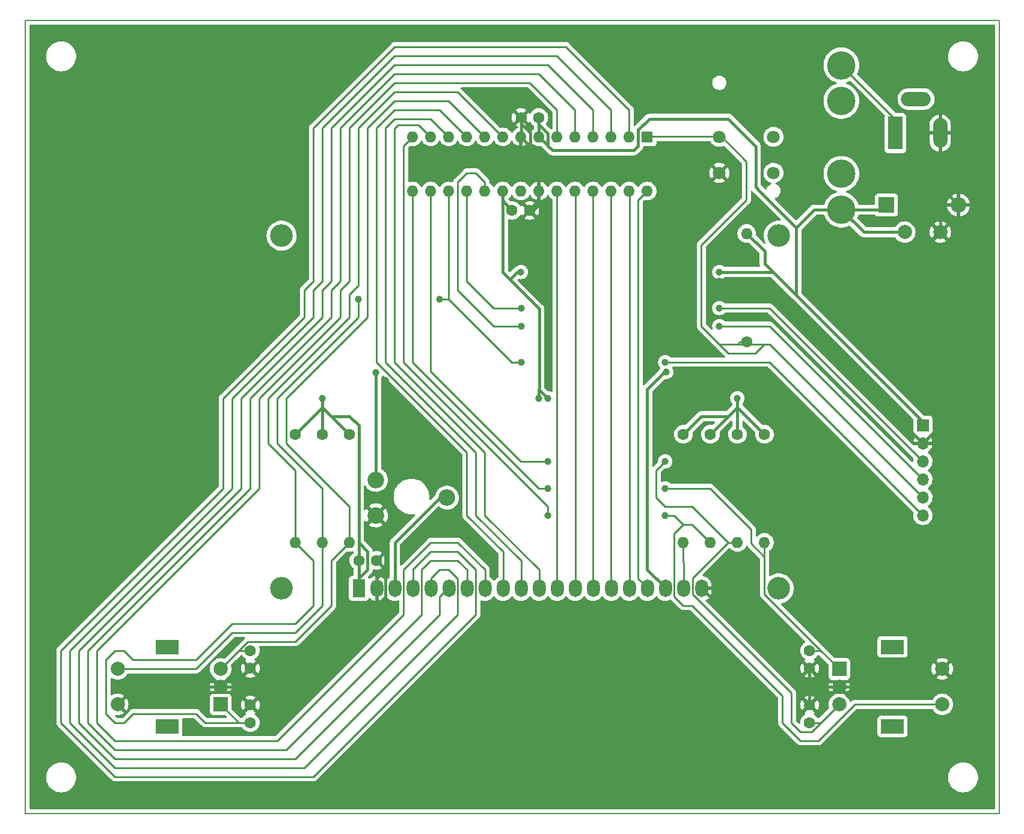
<source format=gbr>
%TF.GenerationSoftware,KiCad,Pcbnew,(6.0.4)*%
%TF.CreationDate,2022-06-08T08:17:39+02:00*%
%TF.ProjectId,PongPCB,506f6e67-5043-4422-9e6b-696361645f70,rev?*%
%TF.SameCoordinates,Original*%
%TF.FileFunction,Copper,L2,Bot*%
%TF.FilePolarity,Positive*%
%FSLAX46Y46*%
G04 Gerber Fmt 4.6, Leading zero omitted, Abs format (unit mm)*
G04 Created by KiCad (PCBNEW (6.0.4)) date 2022-06-08 08:17:39*
%MOMM*%
%LPD*%
G01*
G04 APERTURE LIST*
%TA.AperFunction,NonConductor*%
%ADD10C,0.200000*%
%TD*%
%TA.AperFunction,ComponentPad*%
%ADD11C,1.600000*%
%TD*%
%TA.AperFunction,ComponentPad*%
%ADD12O,1.600000X1.600000*%
%TD*%
%TA.AperFunction,ComponentPad*%
%ADD13R,2.000000X2.000000*%
%TD*%
%TA.AperFunction,ComponentPad*%
%ADD14C,2.000000*%
%TD*%
%TA.AperFunction,ComponentPad*%
%ADD15R,3.200000X2.000000*%
%TD*%
%TA.AperFunction,ComponentPad*%
%ADD16C,3.200000*%
%TD*%
%TA.AperFunction,ComponentPad*%
%ADD17R,1.800000X2.500000*%
%TD*%
%TA.AperFunction,ComponentPad*%
%ADD18O,1.800000X2.500000*%
%TD*%
%TA.AperFunction,ComponentPad*%
%ADD19R,1.700000X1.700000*%
%TD*%
%TA.AperFunction,ComponentPad*%
%ADD20O,1.700000X1.700000*%
%TD*%
%TA.AperFunction,ComponentPad*%
%ADD21C,2.340000*%
%TD*%
%TA.AperFunction,ComponentPad*%
%ADD22R,1.600000X1.600000*%
%TD*%
%TA.AperFunction,ComponentPad*%
%ADD23R,2.200000X2.200000*%
%TD*%
%TA.AperFunction,ComponentPad*%
%ADD24O,2.200000X2.200000*%
%TD*%
%TA.AperFunction,WasherPad*%
%ADD25C,4.000000*%
%TD*%
%TA.AperFunction,ComponentPad*%
%ADD26C,4.000000*%
%TD*%
%TA.AperFunction,ComponentPad*%
%ADD27R,2.000000X4.600000*%
%TD*%
%TA.AperFunction,ComponentPad*%
%ADD28O,2.000000X4.200000*%
%TD*%
%TA.AperFunction,ComponentPad*%
%ADD29O,4.200000X2.000000*%
%TD*%
%TA.AperFunction,ComponentPad*%
%ADD30C,1.800000*%
%TD*%
%TA.AperFunction,ViaPad*%
%ADD31C,1.000000*%
%TD*%
%TA.AperFunction,Conductor*%
%ADD32C,0.400000*%
%TD*%
%TA.AperFunction,Conductor*%
%ADD33C,0.250000*%
%TD*%
G04 APERTURE END LIST*
D10*
X74930000Y-43180000D02*
X212090000Y-43180000D01*
X212090000Y-43180000D02*
X212090000Y-154940000D01*
X212090000Y-154940000D02*
X74930000Y-154940000D01*
X74930000Y-154940000D02*
X74930000Y-43180000D01*
D11*
%TO.P,R_Encode_4,1*%
%TO.N,+5V*%
X175230000Y-101511250D03*
D12*
%TO.P,R_Encode_4,2*%
%TO.N,EN_B_R*%
X175230000Y-116751250D03*
%TD*%
D11*
%TO.P,RLED1,1*%
%TO.N,+5V*%
X167610000Y-101511250D03*
D12*
%TO.P,RLED1,2*%
%TO.N,Net-(Display1-Pad19)*%
X167610000Y-116751250D03*
%TD*%
D13*
%TO.P,Encode_Left_1,A,A*%
%TO.N,EN_A_L*%
X102470000Y-139571250D03*
D14*
%TO.P,Encode_Left_1,B,B*%
%TO.N,EN_A_R*%
X102470000Y-134571250D03*
%TO.P,Encode_Left_1,C,C*%
%TO.N,GND*%
X102470000Y-137071250D03*
D15*
%TO.P,Encode_Left_1,MP*%
%TO.N,N/C*%
X94970000Y-131471250D03*
X94970000Y-142671250D03*
D14*
%TO.P,Encode_Left_1,S1,S1*%
%TO.N,PUSH_A*%
X87970000Y-134571250D03*
%TO.P,Encode_Left_1,S2,S2*%
%TO.N,GND*%
X87970000Y-139571250D03*
%TD*%
D11*
%TO.P,R_Encode_6,1*%
%TO.N,+5V*%
X171420000Y-101511250D03*
D12*
%TO.P,R_Encode_6,2*%
%TO.N,PUSH_B*%
X171420000Y-116751250D03*
%TD*%
D16*
%TO.P,Display1,*%
%TO.N,*%
X181050000Y-73528750D03*
X111050000Y-123228750D03*
X111050000Y-73528750D03*
X181050000Y-123228750D03*
D17*
%TO.P,Display1,1,VCC*%
%TO.N,+5V*%
X121920000Y-123228750D03*
D18*
%TO.P,Display1,2,GND*%
%TO.N,GND*%
X124460000Y-123228750D03*
%TO.P,Display1,3,VO*%
%TO.N,Net-(Display1-Pad3)*%
X127000000Y-123228750D03*
%TO.P,Display1,4,DB0*%
%TO.N,Net-(Display1-Pad4)*%
X129540000Y-123228750D03*
%TO.P,Display1,5,DB1*%
%TO.N,Net-(Display1-Pad5)*%
X132080000Y-123228750D03*
%TO.P,Display1,6,DB2*%
%TO.N,Net-(Display1-Pad6)*%
X134620000Y-123228750D03*
%TO.P,Display1,7,DB3*%
%TO.N,Net-(Display1-Pad7)*%
X137160000Y-123228750D03*
%TO.P,Display1,8,DB4*%
%TO.N,Net-(Display1-Pad8)*%
X139700000Y-123228750D03*
%TO.P,Display1,9,DB5*%
%TO.N,Net-(Display1-Pad9)*%
X142240000Y-123228750D03*
%TO.P,Display1,10,DB6*%
%TO.N,Net-(Display1-Pad10)*%
X144780000Y-123228750D03*
%TO.P,Display1,11,DB7*%
%TO.N,Net-(Display1-Pad11)*%
X147320000Y-123228750D03*
%TO.P,Display1,12,~{CS1}*%
%TO.N,CS1*%
X149860000Y-123228750D03*
%TO.P,Display1,13,~{CS2}*%
%TO.N,CS2*%
X152400000Y-123228750D03*
%TO.P,Display1,14,~{RST}*%
%TO.N,DISP_RST*%
X154940000Y-123228750D03*
%TO.P,Display1,15,R/~{W}*%
%TO.N,RW*%
X157480000Y-123228750D03*
%TO.P,Display1,16,D/~{I}*%
%TO.N,DI*%
X160020000Y-123228750D03*
%TO.P,Display1,17,E*%
%TO.N,ENABLE*%
X162560000Y-123228750D03*
%TO.P,Display1,18,VEE*%
%TO.N,Net-(Display1-Pad18)*%
X165100000Y-123228750D03*
%TO.P,Display1,19,LEDA/EL*%
%TO.N,Net-(Display1-Pad19)*%
X167640000Y-123228750D03*
%TO.P,Display1,20,LEDK/EL*%
%TO.N,GND*%
X170180000Y-123228750D03*
%TD*%
D19*
%TO.P,J_Programmer1,1,Pin_1*%
%TO.N,+5V*%
X201335000Y-100241250D03*
D20*
%TO.P,J_Programmer1,2,Pin_2*%
%TO.N,GND*%
X201335000Y-102781250D03*
%TO.P,J_Programmer1,3,Pin_3*%
%TO.N,Net-(J_Programmer1-Pad3)*%
X201335000Y-105321250D03*
%TO.P,J_Programmer1,4,Pin_4*%
%TO.N,Net-(J_Programmer1-Pad4)*%
X201335000Y-107861250D03*
%TO.P,J_Programmer1,5,Pin_5*%
%TO.N,Net-(J_Programmer1-Pad5)*%
X201335000Y-110401250D03*
%TO.P,J_Programmer1,6,Pin_6*%
%TO.N,PUSH_A*%
X201335000Y-112941250D03*
%TD*%
D11*
%TO.P,C_Encode_4,1*%
%TO.N,EN_B_R*%
X185390000Y-142151250D03*
%TO.P,C_Encode_4,2*%
%TO.N,GND*%
X185390000Y-139651250D03*
%TD*%
%TO.P,R_Encode_3,1*%
%TO.N,+5V*%
X179040000Y-101511250D03*
D12*
%TO.P,R_Encode_3,2*%
%TO.N,EN_B_L*%
X179040000Y-116751250D03*
%TD*%
D21*
%TO.P,RV_Disp1,1,1*%
%TO.N,GND*%
X124335000Y-112941250D03*
%TO.P,RV_Disp1,2,2*%
%TO.N,Net-(Display1-Pad3)*%
X134335000Y-110441250D03*
%TO.P,RV_Disp1,3,3*%
%TO.N,Net-(Display1-Pad18)*%
X124335000Y-107941250D03*
%TD*%
D11*
%TO.P,C_Encode_3,1*%
%TO.N,EN_B_L*%
X185390000Y-131991250D03*
%TO.P,C_Encode_3,2*%
%TO.N,GND*%
X185390000Y-134491250D03*
%TD*%
%TO.P,C_uC1,1*%
%TO.N,+5V*%
X147260000Y-56891250D03*
%TO.P,C_uC1,2*%
%TO.N,GND*%
X144760000Y-56891250D03*
%TD*%
D22*
%TO.P,uC1,1,~{RESET}/PC6*%
%TO.N,Net-(J_Programmer1-Pad5)*%
X162520000Y-59611250D03*
D12*
%TO.P,uC1,2,PD0*%
%TO.N,Net-(Display1-Pad4)*%
X159980000Y-59611250D03*
%TO.P,uC1,3,PD1*%
%TO.N,Net-(Display1-Pad5)*%
X157440000Y-59611250D03*
%TO.P,uC1,4,PD2*%
%TO.N,Net-(Display1-Pad6)*%
X154900000Y-59611250D03*
%TO.P,uC1,5,PD3*%
%TO.N,Net-(Display1-Pad7)*%
X152360000Y-59611250D03*
%TO.P,uC1,6,PD4*%
%TO.N,Net-(Display1-Pad8)*%
X149820000Y-59611250D03*
%TO.P,uC1,7,VCC*%
%TO.N,+5V*%
X147280000Y-59611250D03*
%TO.P,uC1,8,GND*%
%TO.N,GND*%
X144740000Y-59611250D03*
%TO.P,uC1,9,XTAL1/PB6*%
%TO.N,EN_A_L*%
X142200000Y-59611250D03*
%TO.P,uC1,10,XTAL2/PB7*%
%TO.N,EN_A_R*%
X139660000Y-59611250D03*
%TO.P,uC1,11,PD5*%
%TO.N,Net-(Display1-Pad9)*%
X137120000Y-59611250D03*
%TO.P,uC1,12,PD6*%
%TO.N,Net-(Display1-Pad10)*%
X134580000Y-59611250D03*
%TO.P,uC1,13,PD7*%
%TO.N,Net-(Display1-Pad11)*%
X132040000Y-59611250D03*
%TO.P,uC1,14,PB0*%
%TO.N,PUSH_B*%
X129500000Y-59611250D03*
%TO.P,uC1,15,PB1*%
%TO.N,EN_B_L*%
X129500000Y-67231250D03*
%TO.P,uC1,16,PB2*%
%TO.N,EN_B_R*%
X132040000Y-67231250D03*
%TO.P,uC1,17,PB3*%
%TO.N,PUSH_A*%
X134580000Y-67231250D03*
%TO.P,uC1,18,PB4*%
%TO.N,Net-(J_Programmer1-Pad3)*%
X137120000Y-67231250D03*
%TO.P,uC1,19,PB5*%
%TO.N,Net-(J_Programmer1-Pad4)*%
X139660000Y-67231250D03*
%TO.P,uC1,20,AVCC*%
%TO.N,+5V*%
X142200000Y-67231250D03*
%TO.P,uC1,21,AREF*%
%TO.N,unconnected-(uC1-Pad21)*%
X144740000Y-67231250D03*
%TO.P,uC1,22,GND*%
%TO.N,GND*%
X147280000Y-67231250D03*
%TO.P,uC1,23,PC0*%
%TO.N,CS1*%
X149820000Y-67231250D03*
%TO.P,uC1,24,PC1*%
%TO.N,CS2*%
X152360000Y-67231250D03*
%TO.P,uC1,25,PC2*%
%TO.N,DISP_RST*%
X154900000Y-67231250D03*
%TO.P,uC1,26,PC3*%
%TO.N,RW*%
X157440000Y-67231250D03*
%TO.P,uC1,27,PC4*%
%TO.N,DI*%
X159980000Y-67231250D03*
%TO.P,uC1,28,PC5*%
%TO.N,ENABLE*%
X162520000Y-67231250D03*
%TD*%
D11*
%TO.P,C_Disp1,1*%
%TO.N,+5V*%
X121920000Y-119291250D03*
%TO.P,C_Disp1,2*%
%TO.N,GND*%
X124420000Y-119291250D03*
%TD*%
%TO.P,C_uC2,1*%
%TO.N,GND*%
X145985000Y-69966250D03*
%TO.P,C_uC2,2*%
%TO.N,+5V*%
X143485000Y-69966250D03*
%TD*%
%TO.P,C_Encode_2,1*%
%TO.N,EN_A_R*%
X106650000Y-131991250D03*
%TO.P,C_Encode_2,2*%
%TO.N,GND*%
X106650000Y-134491250D03*
%TD*%
%TO.P,C_Encode_1,1*%
%TO.N,EN_A_L*%
X106650000Y-142151250D03*
%TO.P,C_Encode_1,2*%
%TO.N,GND*%
X106650000Y-139651250D03*
%TD*%
%TO.P,R_Encode_2,1*%
%TO.N,+5V*%
X120620000Y-101511250D03*
D12*
%TO.P,R_Encode_2,2*%
%TO.N,EN_A_R*%
X120620000Y-116751250D03*
%TD*%
D11*
%TO.P,R_Encode_5,1*%
%TO.N,+5V*%
X116810000Y-101511250D03*
D12*
%TO.P,R_Encode_5,2*%
%TO.N,PUSH_A*%
X116810000Y-116751250D03*
%TD*%
D23*
%TO.P,D1,1,K*%
%TO.N,+5V*%
X196215000Y-69215000D03*
D24*
%TO.P,D1,2,A*%
%TO.N,GND*%
X206375000Y-69215000D03*
%TD*%
D11*
%TO.P,R_Encode_1,1*%
%TO.N,+5V*%
X113000000Y-101511250D03*
D12*
%TO.P,R_Encode_1,2*%
%TO.N,EN_A_L*%
X113000000Y-116751250D03*
%TD*%
D25*
%TO.P,F1,*%
%TO.N,*%
X189865000Y-54555000D03*
X189865000Y-64805000D03*
D26*
%TO.P,F1,1*%
%TO.N,Net-(DC-5V-XA1-Pad1)*%
X189865000Y-49515000D03*
%TO.P,F1,2*%
%TO.N,+5V*%
X189865000Y-69865000D03*
%TD*%
D13*
%TO.P,Encode_Right_1,A,A*%
%TO.N,EN_B_L*%
X189570000Y-134571250D03*
D14*
%TO.P,Encode_Right_1,B,B*%
%TO.N,EN_B_R*%
X189570000Y-139571250D03*
%TO.P,Encode_Right_1,C,C*%
%TO.N,GND*%
X189570000Y-137071250D03*
D15*
%TO.P,Encode_Right_1,MP*%
%TO.N,N/C*%
X197070000Y-142671250D03*
X197070000Y-131471250D03*
D14*
%TO.P,Encode_Right_1,S1,S1*%
%TO.N,PUSH_B*%
X204070000Y-139571250D03*
%TO.P,Encode_Right_1,S2,S2*%
%TO.N,GND*%
X204070000Y-134571250D03*
%TD*%
D27*
%TO.P,DC-5V-XA1,1*%
%TO.N,Net-(DC-5V-XA1-Pad1)*%
X197485000Y-59070000D03*
D28*
%TO.P,DC-5V-XA1,2*%
%TO.N,GND*%
X203785000Y-59070000D03*
D29*
%TO.P,DC-5V-XA1,3*%
%TO.N,N/C*%
X200385000Y-54270000D03*
%TD*%
D30*
%TO.P,SW1,1,A*%
%TO.N,unconnected-(SW1-Pad1)*%
X180310000Y-64681250D03*
%TO.P,SW1,2,B*%
%TO.N,Net-(J_Programmer1-Pad5)*%
X180310000Y-59601250D03*
X172690000Y-59601250D03*
%TO.P,SW1,3,C*%
%TO.N,GND*%
X172690000Y-64681250D03*
%TD*%
D11*
%TO.P,R_Reset1,1*%
%TO.N,Net-(J_Programmer1-Pad5)*%
X176535000Y-88461250D03*
D12*
%TO.P,R_Reset1,2*%
%TO.N,+5V*%
X176535000Y-73221250D03*
%TD*%
D14*
%TO.P,C_DC1,1*%
%TO.N,+5V*%
X198795000Y-73025000D03*
%TO.P,C_DC1,2*%
%TO.N,GND*%
X203795000Y-73025000D03*
%TD*%
D31*
%TO.N,+5V*%
X116810000Y-96431250D03*
X172690000Y-78651250D03*
X144750000Y-78651250D03*
X148560000Y-96431250D03*
X147290000Y-96431250D03*
X175230000Y-96431250D03*
%TO.N,GND*%
X167610000Y-79921250D03*
X125700000Y-93891250D03*
X167610000Y-93931961D03*
X172690000Y-79921250D03*
%TO.N,EN_B_L*%
X165070000Y-109131250D03*
X148560000Y-109131250D03*
%TO.N,EN_B_R*%
X165070000Y-105321250D03*
X148560000Y-105321250D03*
%TO.N,Net-(Display1-Pad18)*%
X124335000Y-92816250D03*
X165210000Y-92741250D03*
%TO.N,PUSH_A*%
X165070000Y-91351250D03*
X144780000Y-91351250D03*
X121890000Y-82461250D03*
X133320000Y-82461250D03*
%TO.N,PUSH_B*%
X148560000Y-112941250D03*
X165070000Y-112941250D03*
%TO.N,Net-(J_Programmer1-Pad3)*%
X144780000Y-83731250D03*
X172690000Y-83731250D03*
%TO.N,Net-(J_Programmer1-Pad4)*%
X144780000Y-86271250D03*
X172690000Y-86271250D03*
%TD*%
D32*
%TO.N,+5V*%
X196215000Y-69215000D02*
X195565000Y-69865000D01*
X183515000Y-81915000D02*
X180251250Y-78651250D01*
X189865000Y-69865000D02*
X195565000Y-69865000D01*
X179055000Y-75741250D02*
X176535000Y-73221250D01*
X116810000Y-97701250D02*
X116810000Y-101511250D01*
X120620000Y-98971250D02*
X121920000Y-100271250D01*
X201335000Y-99735000D02*
X201335000Y-100241250D01*
X116810000Y-97701250D02*
X120620000Y-101511250D01*
X179040000Y-101511250D02*
X175230000Y-97701250D01*
X180251250Y-78651250D02*
X172690000Y-78651250D01*
X147260000Y-57845000D02*
X147260000Y-59591250D01*
X162820978Y-57061250D02*
X173960000Y-57061250D01*
X121920000Y-116781250D02*
X123160000Y-118021250D01*
X147260000Y-56891250D02*
X147260000Y-57845000D01*
X123160000Y-120561250D02*
X121920000Y-121801250D01*
X183515000Y-72390000D02*
X186040000Y-69865000D01*
X143485000Y-69966250D02*
X142240000Y-68721250D01*
X123160000Y-118021250D02*
X123160000Y-120561250D01*
X147320000Y-95250000D02*
X147320000Y-83820000D01*
X175230000Y-101511250D02*
X175230000Y-97701250D01*
X149195000Y-61506250D02*
X160625000Y-61506250D01*
X160625000Y-61506250D02*
X161260000Y-60871250D01*
X121920000Y-121801250D02*
X121920000Y-123228750D01*
X147290000Y-95280000D02*
X147320000Y-95250000D01*
X144750000Y-78651250D02*
X144233750Y-78651250D01*
X118080000Y-98971250D02*
X120620000Y-98971250D01*
X113000000Y-101511250D02*
X116810000Y-97701250D01*
X161260000Y-58622228D02*
X162820978Y-57061250D01*
X121920000Y-116781250D02*
X121920000Y-119291250D01*
X148560000Y-60871250D02*
X149195000Y-61506250D01*
X183515000Y-72390000D02*
X183515000Y-76835000D01*
X183515000Y-81915000D02*
X201335000Y-99735000D01*
X147320000Y-83820000D02*
X143192500Y-79692500D01*
X178346250Y-67221250D02*
X177800000Y-66675000D01*
X148560000Y-59145000D02*
X147260000Y-57845000D01*
X147290000Y-96431250D02*
X147290000Y-95280000D01*
X147280000Y-59611250D02*
X148404511Y-60735761D01*
X142200000Y-78700000D02*
X142200000Y-67231250D01*
X148560000Y-96431250D02*
X148501250Y-96431250D01*
X142240000Y-68721250D02*
X142240000Y-68580000D01*
X167610000Y-101511250D02*
X170150000Y-98971250D01*
X186040000Y-69865000D02*
X189865000Y-69865000D01*
X171420000Y-101511250D02*
X175230000Y-97701250D01*
X148501250Y-96431250D02*
X147320000Y-95250000D01*
X144233750Y-78651250D02*
X143192500Y-79692500D01*
X193025000Y-73025000D02*
X189865000Y-69865000D01*
X147260000Y-59591250D02*
X147280000Y-59611250D01*
X198795000Y-73025000D02*
X193025000Y-73025000D01*
X121920000Y-119291250D02*
X121920000Y-123228750D01*
X183515000Y-76835000D02*
X183515000Y-81915000D01*
X180251250Y-78651250D02*
X179055000Y-77455000D01*
X179055000Y-77455000D02*
X179055000Y-75741250D01*
X161260000Y-60871250D02*
X161260000Y-58622228D01*
X175230000Y-97701250D02*
X175230000Y-96431250D01*
X177800000Y-66675000D02*
X177800000Y-60960000D01*
X178346250Y-67221250D02*
X183515000Y-72390000D01*
X116810000Y-97701250D02*
X116810000Y-96431250D01*
X148560000Y-60871250D02*
X148560000Y-59145000D01*
X170150000Y-98971250D02*
X173960000Y-98971250D01*
X143192500Y-79692500D02*
X142200000Y-78700000D01*
X173960000Y-57061250D02*
X177770000Y-60871250D01*
X121920000Y-100271250D02*
X121920000Y-116781250D01*
%TO.N,GND*%
X167610000Y-93931961D02*
X167650711Y-93891250D01*
X144760000Y-57765000D02*
X144760000Y-56891250D01*
X102470000Y-137071250D02*
X100241250Y-137071250D01*
X147280000Y-69175000D02*
X147280000Y-67231250D01*
X147905000Y-62776250D02*
X146069375Y-60940625D01*
X178475000Y-79921250D02*
X180662500Y-82108750D01*
X191015950Y-136347200D02*
X191740000Y-137071250D01*
X99669600Y-136347200D02*
X104343200Y-136347200D01*
X105067250Y-137071250D02*
X104762450Y-137071250D01*
X201335000Y-102781250D02*
X202710000Y-101406250D01*
X125680000Y-118021250D02*
X125700000Y-118021250D01*
X185390000Y-139651250D02*
X185390000Y-138341250D01*
X186660000Y-137071250D02*
X184022500Y-137071250D01*
X126365000Y-109855000D02*
X126365000Y-105410000D01*
X98945550Y-137071250D02*
X99669600Y-136347200D01*
X104762450Y-137071250D02*
X102470000Y-137071250D01*
X185390000Y-134491250D02*
X187245950Y-136347200D01*
X144760000Y-56891250D02*
X144760000Y-59591250D01*
X180662500Y-82108750D02*
X179745000Y-81191250D01*
X124460000Y-121801250D02*
X125700000Y-120561250D01*
X126365000Y-109855000D02*
X126365000Y-115570000D01*
X184022500Y-137071250D02*
X170180000Y-123228750D01*
X125700000Y-116235000D02*
X125700000Y-118021250D01*
X145985000Y-69966250D02*
X146488750Y-69966250D01*
X187245950Y-136347200D02*
X191015950Y-136347200D01*
X126365000Y-105410000D02*
X125700000Y-104745000D01*
X149313750Y-64135000D02*
X147955000Y-62776250D01*
X147280000Y-63401250D02*
X147280000Y-67231250D01*
X104343200Y-136347200D02*
X105067250Y-137071250D01*
X190855600Y-137871200D02*
X191655550Y-137071250D01*
X185390000Y-135801250D02*
X186660000Y-137071250D01*
X124335000Y-112941250D02*
X126365000Y-110911250D01*
X167610000Y-69761250D02*
X167610000Y-72715600D01*
X203795000Y-66635000D02*
X203795000Y-66080000D01*
X106650000Y-139651250D02*
X109190000Y-137111250D01*
X200525000Y-115376250D02*
X200525000Y-115481250D01*
X106650000Y-134491250D02*
X109190000Y-137031250D01*
X203795000Y-59080000D02*
X203785000Y-59070000D01*
X167610000Y-74841250D02*
X167610000Y-72715600D01*
X203065000Y-132096250D02*
X203065000Y-133566250D01*
X192405000Y-88206250D02*
X192405000Y-81915000D01*
X112960000Y-137111250D02*
X109190000Y-137111250D01*
X203795000Y-66080000D02*
X203795000Y-59080000D01*
X201335000Y-102781250D02*
X180662500Y-82108750D01*
X126365000Y-115570000D02*
X125700000Y-116235000D01*
X126365000Y-110911250D02*
X126365000Y-109855000D01*
X203065000Y-132096250D02*
X198090000Y-137071250D01*
X125700000Y-120561250D02*
X125700000Y-124371250D01*
X98945550Y-137071250D02*
X99694700Y-137820400D01*
X125690000Y-118021250D02*
X125700000Y-118021250D01*
X99694700Y-137820400D02*
X104013300Y-137820400D01*
X203065000Y-101406250D02*
X203065000Y-114211250D01*
X109190000Y-137111250D02*
X109190000Y-137071250D01*
X104013300Y-137820400D02*
X104762450Y-137071250D01*
X146488750Y-69966250D02*
X147280000Y-69175000D01*
X100241250Y-137071250D02*
X98945550Y-137071250D01*
X191858750Y-137071250D02*
X191740000Y-137071250D01*
X203795000Y-70525000D02*
X203795000Y-66080000D01*
X146069375Y-60940625D02*
X144740000Y-59611250D01*
X189570000Y-137071250D02*
X186660000Y-137071250D01*
X203795000Y-73025000D02*
X203795000Y-70525000D01*
X200525000Y-115481250D02*
X201795000Y-115481250D01*
X192405000Y-88206250D02*
X203065000Y-98866250D01*
X167610000Y-74841250D02*
X167610000Y-79921250D01*
X206375000Y-69215000D02*
X203795000Y-66635000D01*
X189570000Y-137071250D02*
X191655550Y-137071250D01*
X147905000Y-62776250D02*
X147280000Y-63401250D01*
X124335000Y-123103750D02*
X124460000Y-123228750D01*
X187170050Y-137871200D02*
X190855600Y-137871200D01*
X179040000Y-93891250D02*
X200525000Y-115376250D01*
X202710000Y-101406250D02*
X203065000Y-101406250D01*
X192405000Y-81915000D02*
X203795000Y-70525000D01*
X167650711Y-93891250D02*
X179040000Y-93891250D01*
X109190000Y-137031250D02*
X109190000Y-137071250D01*
X201795000Y-115481250D02*
X203065000Y-114211250D01*
X124420000Y-119291250D02*
X125690000Y-118021250D01*
X98945550Y-137071250D02*
X90470000Y-137071250D01*
X203065000Y-114211250D02*
X203065000Y-132096250D01*
X146069375Y-59074375D02*
X144760000Y-57765000D01*
X203065000Y-98866250D02*
X203065000Y-101406250D01*
X198090000Y-137071250D02*
X191858750Y-137071250D01*
X172690000Y-79921250D02*
X178475000Y-79921250D01*
X90470000Y-137071250D02*
X87970000Y-139571250D01*
X144760000Y-59591250D02*
X144740000Y-59611250D01*
X164160200Y-64135000D02*
X149313750Y-64135000D01*
X185390000Y-139651250D02*
X187170050Y-137871200D01*
X167610000Y-72715600D02*
X167610000Y-67584800D01*
X185390000Y-134491250D02*
X185390000Y-135801250D01*
X203065000Y-133566250D02*
X204070000Y-134571250D01*
X125700000Y-104745000D02*
X125700000Y-93891250D01*
X172690000Y-64681250D02*
X167610000Y-69761250D01*
X125700000Y-118021250D02*
X125700000Y-120561250D01*
X185390000Y-138341250D02*
X186660000Y-137071250D01*
X146069375Y-60940625D02*
X146069375Y-59074375D01*
X124410000Y-123278750D02*
X124460000Y-123228750D01*
X124460000Y-123228750D02*
X124460000Y-121801250D01*
X109190000Y-137071250D02*
X105067250Y-137071250D01*
X125700000Y-124371250D02*
X112960000Y-137111250D01*
X191655550Y-137071250D02*
X191858750Y-137071250D01*
X167610000Y-67584800D02*
X164160200Y-64135000D01*
D33*
%TO.N,EN_A_L*%
X88870000Y-131991250D02*
X90140000Y-133261250D01*
X86330000Y-140881250D02*
X86330000Y-133261250D01*
X99030000Y-133261250D02*
X104110000Y-128181250D01*
X104110000Y-128181250D02*
X113000000Y-128181250D01*
X88870000Y-142151250D02*
X87600000Y-142151250D01*
X121890000Y-80556250D02*
X120620000Y-81826250D01*
X100300000Y-142151250D02*
X99030000Y-140881250D01*
X142200000Y-59611250D02*
X135840000Y-53251250D01*
X90140000Y-140881250D02*
X88870000Y-142151250D01*
X86330000Y-133261250D02*
X87600000Y-131991250D01*
X109190000Y-102781250D02*
X113000000Y-106591250D01*
X135840000Y-53251250D02*
X126970000Y-53251250D01*
X106650000Y-142151250D02*
X105050000Y-142151250D01*
X99030000Y-140881250D02*
X90140000Y-140881250D01*
X113000000Y-128181250D02*
X115540000Y-125641250D01*
X105050000Y-142151250D02*
X102470000Y-139571250D01*
X120620000Y-81826250D02*
X120620000Y-85001250D01*
X105050000Y-142151250D02*
X100300000Y-142151250D01*
X90140000Y-133261250D02*
X99030000Y-133261250D01*
X115540000Y-119291250D02*
X113000000Y-116751250D01*
X120620000Y-85001250D02*
X109190000Y-96431250D01*
X113000000Y-106591250D02*
X113000000Y-116751250D01*
X126970000Y-53251250D02*
X121890000Y-58331250D01*
X109190000Y-96431250D02*
X109190000Y-102781250D01*
X87600000Y-131991250D02*
X88870000Y-131991250D01*
X87600000Y-142151250D02*
X86330000Y-140881250D01*
X121890000Y-58331250D02*
X121890000Y-80556250D01*
X115540000Y-125641250D02*
X115540000Y-119291250D01*
%TO.N,EN_A_R*%
X118080000Y-125641250D02*
X118080000Y-119291250D01*
X120620000Y-116751250D02*
X120620000Y-111671250D01*
X118080000Y-119291250D02*
X120620000Y-116751250D01*
X120620000Y-111671250D02*
X111730000Y-102781250D01*
X123160000Y-58331250D02*
X126970000Y-54521250D01*
X134590000Y-54541250D02*
X139660000Y-59611250D01*
X111730000Y-102781250D02*
X111730000Y-96431250D01*
X126970000Y-54521250D02*
X134590000Y-54521250D01*
X111730000Y-96431250D02*
X123160000Y-85001250D01*
X123160000Y-85001250D02*
X123160000Y-58331250D01*
X134590000Y-54521250D02*
X134590000Y-54541250D01*
X113000000Y-130721250D02*
X118080000Y-125641250D01*
X105050000Y-131991250D02*
X106320000Y-130721250D01*
X106320000Y-130721250D02*
X113000000Y-130721250D01*
X106650000Y-131991250D02*
X105050000Y-131991250D01*
X105050000Y-131991250D02*
X102470000Y-134571250D01*
%TO.N,EN_B_L*%
X171361250Y-109131250D02*
X165070000Y-109131250D01*
X177165000Y-114935000D02*
X171361250Y-109131250D01*
X129500000Y-67231250D02*
X129500000Y-91341250D01*
X179040000Y-118775000D02*
X179040000Y-116751250D01*
X129500000Y-91341250D02*
X147290000Y-109131250D01*
X186990000Y-131991250D02*
X189570000Y-134571250D01*
X179040000Y-118775000D02*
X177165000Y-116900000D01*
X179040000Y-124041250D02*
X179040000Y-118775000D01*
X185390000Y-131991250D02*
X186990000Y-131991250D01*
X147290000Y-109131250D02*
X148560000Y-109131250D01*
X177165000Y-116900000D02*
X177165000Y-114935000D01*
X186990000Y-131991250D02*
X179040000Y-124041250D01*
%TO.N,EN_B_R*%
X182850000Y-137980482D02*
X168955480Y-124085962D01*
X173960000Y-116751250D02*
X168880000Y-111671250D01*
X182850000Y-142151250D02*
X182850000Y-137980482D01*
X144750000Y-105321250D02*
X148560000Y-105321250D01*
X185720000Y-143421250D02*
X184120000Y-143421250D01*
X163800000Y-109131250D02*
X163800000Y-106591250D01*
X163800000Y-110401250D02*
X163800000Y-109131250D01*
X173960000Y-116751250D02*
X175230000Y-116751250D01*
X132040000Y-92611250D02*
X144750000Y-105321250D01*
X185390000Y-142151250D02*
X186990000Y-142151250D01*
X132040000Y-67231250D02*
X132040000Y-92611250D01*
X186990000Y-142151250D02*
X185720000Y-143421250D01*
X184120000Y-143421250D02*
X182850000Y-142151250D01*
X168880000Y-111671250D02*
X165070000Y-111671250D01*
X168955480Y-121755770D02*
X173960000Y-116751250D01*
X168955480Y-124085962D02*
X168955480Y-121755770D01*
X163800000Y-106591250D02*
X165070000Y-105321250D01*
X165070000Y-111671250D02*
X163800000Y-110401250D01*
X186990000Y-142151250D02*
X189570000Y-139571250D01*
D32*
%TO.N,Net-(Display1-Pad3)*%
X127000000Y-123228750D02*
X127000000Y-116781250D01*
X133340000Y-110441250D02*
X134335000Y-110441250D01*
X127000000Y-116781250D02*
X133340000Y-110441250D01*
D33*
%TO.N,Net-(Display1-Pad4)*%
X87600000Y-149771250D02*
X79980000Y-142151250D01*
X114270000Y-85001250D02*
X114270000Y-81191250D01*
X114270000Y-81191250D02*
X115540000Y-79921250D01*
X79980000Y-142151250D02*
X79980000Y-131991250D01*
X159990000Y-55791250D02*
X159980000Y-55801250D01*
X126970000Y-46901250D02*
X151100000Y-46901250D01*
X138400000Y-126911250D02*
X115540000Y-149771250D01*
X115540000Y-79921250D02*
X115540000Y-58331250D01*
X102840000Y-96431250D02*
X114270000Y-85001250D01*
X79980000Y-131991250D02*
X102840000Y-109131250D01*
X151100000Y-46901250D02*
X159990000Y-55791250D01*
X138400000Y-120561250D02*
X138400000Y-126911250D01*
X132050000Y-118021250D02*
X135860000Y-118021250D01*
X102840000Y-109131250D02*
X102840000Y-96431250D01*
X115540000Y-58331250D02*
X126970000Y-46901250D01*
X115540000Y-149771250D02*
X87600000Y-149771250D01*
X159980000Y-55801250D02*
X159980000Y-59611250D01*
X129540000Y-123228750D02*
X129540000Y-120591250D01*
X135860000Y-118021250D02*
X138400000Y-120561250D01*
X129540000Y-120591250D02*
X129510000Y-120561250D01*
X129510000Y-120561250D02*
X132050000Y-118021250D01*
%TO.N,Net-(Display1-Pad5)*%
X134590000Y-120561250D02*
X133320000Y-120561250D01*
X104110000Y-109131250D02*
X81250000Y-131991250D01*
X116810000Y-58331250D02*
X116810000Y-79921250D01*
X149830000Y-48171250D02*
X126970000Y-48171250D01*
X132080000Y-121801250D02*
X132080000Y-123228750D01*
X157450000Y-55791250D02*
X149830000Y-48171250D01*
X114270000Y-148501250D02*
X135860000Y-126911250D01*
X81250000Y-131991250D02*
X81250000Y-142151250D01*
X157440000Y-55801250D02*
X157450000Y-55791250D01*
X135860000Y-126911250D02*
X135860000Y-121831250D01*
X87600000Y-148501250D02*
X114270000Y-148501250D01*
X116810000Y-79921250D02*
X115540000Y-81191250D01*
X115540000Y-85001250D02*
X104110000Y-96431250D01*
X81250000Y-142151250D02*
X87600000Y-148501250D01*
X104110000Y-96431250D02*
X104110000Y-109131250D01*
X135860000Y-121831250D02*
X134590000Y-120561250D01*
X126970000Y-48171250D02*
X116810000Y-58331250D01*
X133320000Y-120561250D02*
X132080000Y-121801250D01*
X157440000Y-59611250D02*
X157440000Y-55801250D01*
X115540000Y-81191250D02*
X115540000Y-85001250D01*
%TO.N,Net-(Display1-Pad6)*%
X154910000Y-55791250D02*
X148560000Y-49441250D01*
X105380000Y-96431250D02*
X105380000Y-109131250D01*
X82520000Y-142151250D02*
X87600000Y-147231250D01*
X105380000Y-109131250D02*
X82520000Y-131991250D01*
X154900000Y-59611250D02*
X154900000Y-55801250D01*
X116810000Y-85001250D02*
X105380000Y-96431250D01*
X154900000Y-55801250D02*
X154910000Y-55791250D01*
X116810000Y-81191250D02*
X116810000Y-85001250D01*
X113000000Y-147231250D02*
X133320000Y-126911250D01*
X133320000Y-126911250D02*
X133320000Y-124371250D01*
X148560000Y-49441250D02*
X126970000Y-49441250D01*
X118080000Y-58331250D02*
X118080000Y-79921250D01*
X133320000Y-124371250D02*
X134462500Y-123228750D01*
X82520000Y-131991250D02*
X82520000Y-142151250D01*
X134462500Y-123228750D02*
X134620000Y-123228750D01*
X87600000Y-147231250D02*
X113000000Y-147231250D01*
X118080000Y-79921250D02*
X116810000Y-81191250D01*
X126970000Y-49441250D02*
X118080000Y-58331250D01*
%TO.N,Net-(Display1-Pad7)*%
X152370000Y-55791250D02*
X147290000Y-50711250D01*
X111730000Y-145961250D02*
X130855480Y-126835770D01*
X152360000Y-59611250D02*
X152360000Y-55801250D01*
X126970000Y-50711250D02*
X119350000Y-58331250D01*
X130780000Y-126760290D02*
X130780000Y-120561250D01*
X130855480Y-126835770D02*
X130780000Y-126760290D01*
X106650000Y-96431250D02*
X106650000Y-109131250D01*
X106650000Y-109131250D02*
X83790000Y-131991250D01*
X118080000Y-81191250D02*
X118080000Y-85001250D01*
X83790000Y-142151250D02*
X87600000Y-145961250D01*
X132050000Y-119291250D02*
X135860000Y-119291250D01*
X152360000Y-55801250D02*
X152370000Y-55791250D01*
X147290000Y-50711250D02*
X126970000Y-50711250D01*
X137160000Y-120591250D02*
X137160000Y-123228750D01*
X135860000Y-119291250D02*
X137160000Y-120591250D01*
X87600000Y-145961250D02*
X111730000Y-145961250D01*
X119350000Y-58331250D02*
X119350000Y-79921250D01*
X118080000Y-85001250D02*
X106650000Y-96431250D01*
X130780000Y-120561250D02*
X132050000Y-119291250D01*
X83790000Y-131991250D02*
X83790000Y-142151250D01*
X119350000Y-79921250D02*
X118080000Y-81191250D01*
%TO.N,Net-(Display1-Pad8)*%
X149820000Y-59611250D02*
X149820000Y-55801250D01*
X107920000Y-96431250D02*
X107920000Y-109131250D01*
X107920000Y-109131250D02*
X85060000Y-131991250D01*
X149820000Y-55801250D02*
X149830000Y-55791250D01*
X87600000Y-144691250D02*
X110460000Y-144691250D01*
X120620000Y-79921250D02*
X119350000Y-81191250D01*
X85060000Y-142151250D02*
X87600000Y-144691250D01*
X119350000Y-85001250D02*
X107920000Y-96431250D01*
X110460000Y-144691250D02*
X128240000Y-126911250D01*
X135860000Y-116751250D02*
X139700000Y-120591250D01*
X132050000Y-116751250D02*
X135860000Y-116751250D01*
X85060000Y-131991250D02*
X85060000Y-142151250D01*
X126970000Y-51981250D02*
X120620000Y-58331250D01*
X146020000Y-51981250D02*
X126970000Y-51981250D01*
X128240000Y-126911250D02*
X128240000Y-120561250D01*
X120620000Y-58331250D02*
X120620000Y-79921250D01*
X149830000Y-55791250D02*
X146020000Y-51981250D01*
X139700000Y-120591250D02*
X139700000Y-123228750D01*
X128240000Y-120561250D02*
X132050000Y-116751250D01*
X119350000Y-81191250D02*
X119350000Y-85001250D01*
%TO.N,Net-(Display1-Pad9)*%
X137130000Y-112941250D02*
X137130000Y-104051250D01*
X137120000Y-59591250D02*
X137120000Y-59611250D01*
X133320000Y-55791250D02*
X137120000Y-59591250D01*
X142240000Y-123228750D02*
X142240000Y-118051250D01*
X142240000Y-118051250D02*
X137130000Y-112941250D01*
X126970000Y-55791250D02*
X133320000Y-55791250D01*
X124430000Y-58331250D02*
X126970000Y-55791250D01*
X137130000Y-104051250D02*
X124430000Y-91351250D01*
X124430000Y-91351250D02*
X124430000Y-58331250D01*
%TO.N,Net-(Display1-Pad10)*%
X126970000Y-57061250D02*
X125700000Y-58331250D01*
X144780000Y-119321250D02*
X144780000Y-123228750D01*
X125700000Y-58331250D02*
X125700000Y-91351250D01*
X132050000Y-57081250D02*
X132050000Y-57061250D01*
X132050000Y-57061250D02*
X126970000Y-57061250D01*
X134580000Y-59611250D02*
X132050000Y-57081250D01*
X138400000Y-112941250D02*
X144780000Y-119321250D01*
X138400000Y-104051250D02*
X138400000Y-112941250D01*
X125700000Y-91351250D02*
X138400000Y-104051250D01*
%TO.N,Net-(Display1-Pad11)*%
X130352800Y-57962800D02*
X127457200Y-57962800D01*
X132040000Y-59611250D02*
X130915489Y-58486739D01*
X139670000Y-112941250D02*
X147320000Y-120591250D01*
X130876739Y-58486739D02*
X130352800Y-57962800D01*
X127457200Y-57962800D02*
X126970000Y-58450000D01*
X126970000Y-91351250D02*
X139670000Y-104051250D01*
X126970000Y-58450000D02*
X126970000Y-91351250D01*
X130915489Y-58486739D02*
X130876739Y-58486739D01*
X147320000Y-120591250D02*
X147320000Y-123228750D01*
X139670000Y-104051250D02*
X139670000Y-112941250D01*
%TO.N,CS1*%
X149820000Y-123188750D02*
X149860000Y-123228750D01*
X149820000Y-67231250D02*
X149820000Y-123188750D01*
%TO.N,CS2*%
X152400000Y-123228750D02*
X152400000Y-67271250D01*
X152400000Y-67271250D02*
X152360000Y-67231250D01*
%TO.N,DISP_RST*%
X154900000Y-67231250D02*
X154900000Y-123188750D01*
X154900000Y-123188750D02*
X154940000Y-123228750D01*
%TO.N,RW*%
X157440000Y-123188750D02*
X157480000Y-123228750D01*
X157440000Y-67231250D02*
X157440000Y-123188750D01*
%TO.N,DI*%
X160020000Y-67271250D02*
X159980000Y-67231250D01*
X160020000Y-123228750D02*
X160020000Y-67271250D01*
%TO.N,ENABLE*%
X162560000Y-123228750D02*
X162560000Y-123131250D01*
X161260000Y-121831250D02*
X161260000Y-68491250D01*
X162520000Y-123188750D02*
X162560000Y-123228750D01*
X162560000Y-123131250D02*
X161260000Y-121831250D01*
X161260000Y-68491250D02*
X162520000Y-67231250D01*
D32*
%TO.N,Net-(Display1-Pad18)*%
X162530000Y-120561250D02*
X162530000Y-95161250D01*
X124335000Y-92816250D02*
X124335000Y-107941250D01*
X164950000Y-92741250D02*
X165210000Y-92741250D01*
X162530000Y-95161250D02*
X164950000Y-92741250D01*
X165100000Y-123228750D02*
X165100000Y-123131250D01*
X165100000Y-123131250D02*
X162530000Y-120561250D01*
D33*
%TO.N,Net-(Display1-Pad19)*%
X167610000Y-119506250D02*
X167610000Y-116751250D01*
X167635000Y-119531250D02*
X167635000Y-123223750D01*
X167635000Y-119531250D02*
X167610000Y-119506250D01*
X167635000Y-123223750D02*
X167640000Y-123228750D01*
%TO.N,PUSH_A*%
X116810000Y-125641250D02*
X116810000Y-116751250D01*
X165070000Y-91351250D02*
X179745000Y-91351250D01*
X113000000Y-129451250D02*
X116810000Y-125641250D01*
X143480000Y-91351250D02*
X134580000Y-82451250D01*
X179745000Y-91351250D02*
X201335000Y-112941250D01*
X95119022Y-134571250D02*
X98990000Y-134571250D01*
X121890000Y-82461250D02*
X121890000Y-85001250D01*
X98990000Y-134571250D02*
X104110000Y-129451250D01*
X144780000Y-91351250D02*
X143480000Y-91351250D01*
X134580000Y-67231250D02*
X134580000Y-82451250D01*
X134570000Y-82461250D02*
X133320000Y-82461250D01*
X121890000Y-85001250D02*
X110460000Y-96431250D01*
X110460000Y-102781250D02*
X116810000Y-109131250D01*
X104110000Y-129451250D02*
X113000000Y-129451250D01*
X110460000Y-96431250D02*
X110460000Y-102781250D01*
X87970000Y-134571250D02*
X95119022Y-134571250D01*
X116810000Y-109131250D02*
X116810000Y-116751250D01*
X134580000Y-82451250D02*
X134570000Y-82461250D01*
%TO.N,PUSH_B*%
X148560000Y-111671250D02*
X148560000Y-112941250D01*
X184120000Y-144691250D02*
X181580000Y-142151250D01*
X128240000Y-91351250D02*
X148560000Y-111671250D01*
X191780000Y-139571250D02*
X186660000Y-144691250D01*
X167610000Y-114211250D02*
X166340000Y-112941250D01*
X181580000Y-138341250D02*
X168880000Y-125641250D01*
X168880000Y-125641250D02*
X167610000Y-125641250D01*
X168880000Y-114211250D02*
X171420000Y-116751250D01*
X128240000Y-60871250D02*
X128240000Y-91351250D01*
X166340000Y-112941250D02*
X165070000Y-112941250D01*
X186660000Y-144691250D02*
X184120000Y-144691250D01*
X167610000Y-125641250D02*
X166340000Y-124371250D01*
X129500000Y-59611250D02*
X128240000Y-60871250D01*
X166340000Y-124371250D02*
X166340000Y-115481250D01*
X167610000Y-114211250D02*
X168880000Y-114211250D01*
X181580000Y-142151250D02*
X181580000Y-138341250D01*
X166340000Y-115481250D02*
X167610000Y-114211250D01*
X204070000Y-139571250D02*
X191780000Y-139571250D01*
%TO.N,Net-(J_Programmer1-Pad3)*%
X137120000Y-79911250D02*
X137120000Y-67231250D01*
X201335000Y-105321250D02*
X179745000Y-83731250D01*
X179745000Y-83731250D02*
X172690000Y-83731250D01*
X144780000Y-83731250D02*
X140940000Y-83731250D01*
X140940000Y-83731250D02*
X137120000Y-79911250D01*
%TO.N,Net-(J_Programmer1-Pad4)*%
X139670000Y-65951250D02*
X139660000Y-65961250D01*
X135860000Y-81191250D02*
X135860000Y-65951250D01*
X144780000Y-86271250D02*
X140940000Y-86271250D01*
X179745000Y-86271250D02*
X179040000Y-86271250D01*
X135860000Y-65951250D02*
X137130000Y-64681250D01*
X138400000Y-64681250D02*
X139670000Y-65951250D01*
X137130000Y-64681250D02*
X138400000Y-64681250D01*
X179040000Y-86271250D02*
X172690000Y-86271250D01*
X139660000Y-65961250D02*
X139660000Y-67231250D01*
X201335000Y-107861250D02*
X179745000Y-86271250D01*
X140940000Y-86271250D02*
X135860000Y-81191250D01*
%TO.N,Net-(J_Programmer1-Pad5)*%
X170150000Y-86271250D02*
X172690000Y-88811250D01*
X176535000Y-88461250D02*
X175580000Y-88461250D01*
X179745000Y-88811250D02*
X179040000Y-88811250D01*
X177770000Y-90081250D02*
X173960000Y-90081250D01*
X162520000Y-59611250D02*
X162570000Y-59561250D01*
X162570000Y-59561250D02*
X172965000Y-59561250D01*
X170150000Y-74841250D02*
X170150000Y-86271250D01*
X172690000Y-88811250D02*
X175230000Y-88811250D01*
X179040000Y-88811250D02*
X175230000Y-88811250D01*
X173960000Y-90081250D02*
X172690000Y-88811250D01*
X176500000Y-63096250D02*
X176500000Y-68491250D01*
X172965000Y-59561250D02*
X176500000Y-63096250D01*
X176500000Y-68491250D02*
X170150000Y-74841250D01*
X175580000Y-88461250D02*
X175230000Y-88811250D01*
X179040000Y-88811250D02*
X177770000Y-90081250D01*
X201335000Y-110401250D02*
X179745000Y-88811250D01*
%TO.N,Net-(DC-5V-XA1-Pad1)*%
X197485000Y-57135000D02*
X189865000Y-49515000D01*
X197485000Y-59070000D02*
X197485000Y-57135000D01*
%TD*%
%TA.AperFunction,Conductor*%
%TO.N,GND*%
G36*
X211423621Y-43808502D02*
G01*
X211470114Y-43862158D01*
X211481500Y-43914500D01*
X211481500Y-154205500D01*
X211461498Y-154273621D01*
X211407842Y-154320114D01*
X211355500Y-154331500D01*
X75664500Y-154331500D01*
X75596379Y-154311498D01*
X75549886Y-154257842D01*
X75538500Y-154205500D01*
X75538500Y-149992703D01*
X77900743Y-149992703D01*
X77938268Y-150277734D01*
X77939401Y-150281874D01*
X77939401Y-150281876D01*
X77942077Y-150291656D01*
X78014129Y-150555036D01*
X78126923Y-150819476D01*
X78274561Y-151066161D01*
X78454313Y-151290528D01*
X78662851Y-151488423D01*
X78896317Y-151656186D01*
X78900112Y-151658195D01*
X78900113Y-151658196D01*
X78921869Y-151669715D01*
X79150392Y-151790712D01*
X79420373Y-151889511D01*
X79701264Y-151950755D01*
X79729841Y-151953004D01*
X79924282Y-151968307D01*
X79924291Y-151968307D01*
X79926739Y-151968500D01*
X80082271Y-151968500D01*
X80084407Y-151968354D01*
X80084418Y-151968354D01*
X80292548Y-151954165D01*
X80292554Y-151954164D01*
X80296825Y-151953873D01*
X80301020Y-151953004D01*
X80301022Y-151953004D01*
X80437583Y-151924724D01*
X80578342Y-151895574D01*
X80849343Y-151799607D01*
X81104812Y-151667750D01*
X81108313Y-151665289D01*
X81108317Y-151665287D01*
X81222418Y-151585095D01*
X81340023Y-151502441D01*
X81550622Y-151306740D01*
X81732713Y-151084268D01*
X81882927Y-150839142D01*
X81998483Y-150575898D01*
X82077244Y-150299406D01*
X82117751Y-150014784D01*
X82117845Y-149996951D01*
X82119235Y-149731583D01*
X82119235Y-149731576D01*
X82119257Y-149727297D01*
X82081732Y-149442266D01*
X82005871Y-149164964D01*
X81905325Y-148929238D01*
X81894763Y-148904476D01*
X81894761Y-148904472D01*
X81893077Y-148900524D01*
X81745439Y-148653839D01*
X81565687Y-148429472D01*
X81357149Y-148231577D01*
X81123683Y-148063814D01*
X81101843Y-148052250D01*
X81078654Y-148039972D01*
X80869608Y-147929288D01*
X80734618Y-147879889D01*
X80603658Y-147831964D01*
X80603656Y-147831963D01*
X80599627Y-147830489D01*
X80318736Y-147769245D01*
X80287685Y-147766801D01*
X80095718Y-147751693D01*
X80095709Y-147751693D01*
X80093261Y-147751500D01*
X79937729Y-147751500D01*
X79935593Y-147751646D01*
X79935582Y-147751646D01*
X79727452Y-147765835D01*
X79727446Y-147765836D01*
X79723175Y-147766127D01*
X79718980Y-147766996D01*
X79718978Y-147766996D01*
X79604023Y-147790802D01*
X79441658Y-147824426D01*
X79170657Y-147920393D01*
X78915188Y-148052250D01*
X78911687Y-148054711D01*
X78911683Y-148054713D01*
X78901594Y-148061804D01*
X78679977Y-148217559D01*
X78469378Y-148413260D01*
X78287287Y-148635732D01*
X78137073Y-148880858D01*
X78135347Y-148884791D01*
X78135346Y-148884792D01*
X78046465Y-149087268D01*
X78021517Y-149144102D01*
X77942756Y-149420594D01*
X77902249Y-149705216D01*
X77902227Y-149709505D01*
X77902226Y-149709512D01*
X77900765Y-149988417D01*
X77900743Y-149992703D01*
X75538500Y-149992703D01*
X75538500Y-131971193D01*
X79341780Y-131971193D01*
X79342526Y-131979085D01*
X79345941Y-132015211D01*
X79346500Y-132027069D01*
X79346500Y-142072483D01*
X79345973Y-142083666D01*
X79344298Y-142091159D01*
X79344547Y-142099085D01*
X79344547Y-142099086D01*
X79346438Y-142159236D01*
X79346500Y-142163195D01*
X79346500Y-142191106D01*
X79346997Y-142195040D01*
X79346997Y-142195041D01*
X79347005Y-142195106D01*
X79347938Y-142206943D01*
X79349327Y-142251139D01*
X79354978Y-142270589D01*
X79358987Y-142289950D01*
X79361526Y-142310047D01*
X79364445Y-142317418D01*
X79364445Y-142317420D01*
X79377804Y-142351162D01*
X79381649Y-142362392D01*
X79393982Y-142404843D01*
X79398015Y-142411662D01*
X79398017Y-142411667D01*
X79404293Y-142422278D01*
X79412988Y-142440026D01*
X79420448Y-142458867D01*
X79425110Y-142465283D01*
X79425110Y-142465284D01*
X79446436Y-142494637D01*
X79452952Y-142504557D01*
X79475458Y-142542612D01*
X79489779Y-142556933D01*
X79502619Y-142571966D01*
X79514528Y-142588357D01*
X79548605Y-142616548D01*
X79557384Y-142624538D01*
X87096343Y-150163497D01*
X87103887Y-150171787D01*
X87108000Y-150178268D01*
X87113777Y-150183693D01*
X87157667Y-150224908D01*
X87160509Y-150227663D01*
X87180230Y-150247384D01*
X87183425Y-150249862D01*
X87192447Y-150257568D01*
X87224679Y-150287836D01*
X87231628Y-150291656D01*
X87242432Y-150297596D01*
X87258956Y-150308449D01*
X87274959Y-150320863D01*
X87315543Y-150338426D01*
X87326173Y-150343633D01*
X87364940Y-150364945D01*
X87372617Y-150366916D01*
X87372622Y-150366918D01*
X87384558Y-150369982D01*
X87403266Y-150376387D01*
X87421855Y-150384431D01*
X87429680Y-150385670D01*
X87429682Y-150385671D01*
X87465519Y-150391347D01*
X87477140Y-150393754D01*
X87508959Y-150401923D01*
X87519970Y-150404750D01*
X87540231Y-150404750D01*
X87559940Y-150406301D01*
X87579943Y-150409469D01*
X87587835Y-150408723D01*
X87593062Y-150408229D01*
X87623954Y-150405309D01*
X87635811Y-150404750D01*
X115461233Y-150404750D01*
X115472416Y-150405277D01*
X115479909Y-150406952D01*
X115487835Y-150406703D01*
X115487836Y-150406703D01*
X115547986Y-150404812D01*
X115551945Y-150404750D01*
X115579856Y-150404750D01*
X115583791Y-150404253D01*
X115583856Y-150404245D01*
X115595693Y-150403312D01*
X115627951Y-150402298D01*
X115631970Y-150402172D01*
X115639889Y-150401923D01*
X115659343Y-150396271D01*
X115678700Y-150392263D01*
X115690930Y-150390718D01*
X115690931Y-150390718D01*
X115698797Y-150389724D01*
X115706168Y-150386805D01*
X115706170Y-150386805D01*
X115739912Y-150373446D01*
X115751142Y-150369601D01*
X115785983Y-150359479D01*
X115785984Y-150359479D01*
X115793593Y-150357268D01*
X115800412Y-150353235D01*
X115800417Y-150353233D01*
X115811028Y-150346957D01*
X115828776Y-150338262D01*
X115847617Y-150330802D01*
X115867987Y-150316003D01*
X115883387Y-150304814D01*
X115893307Y-150298298D01*
X115924535Y-150279830D01*
X115924538Y-150279828D01*
X115931362Y-150275792D01*
X115945683Y-150261471D01*
X115960717Y-150248630D01*
X115962432Y-150247384D01*
X115977107Y-150236722D01*
X116005298Y-150202645D01*
X116013288Y-150193866D01*
X116214451Y-149992703D01*
X204900743Y-149992703D01*
X204938268Y-150277734D01*
X204939401Y-150281874D01*
X204939401Y-150281876D01*
X204942077Y-150291656D01*
X205014129Y-150555036D01*
X205126923Y-150819476D01*
X205274561Y-151066161D01*
X205454313Y-151290528D01*
X205662851Y-151488423D01*
X205896317Y-151656186D01*
X205900112Y-151658195D01*
X205900113Y-151658196D01*
X205921869Y-151669715D01*
X206150392Y-151790712D01*
X206420373Y-151889511D01*
X206701264Y-151950755D01*
X206729841Y-151953004D01*
X206924282Y-151968307D01*
X206924291Y-151968307D01*
X206926739Y-151968500D01*
X207082271Y-151968500D01*
X207084407Y-151968354D01*
X207084418Y-151968354D01*
X207292548Y-151954165D01*
X207292554Y-151954164D01*
X207296825Y-151953873D01*
X207301020Y-151953004D01*
X207301022Y-151953004D01*
X207437583Y-151924724D01*
X207578342Y-151895574D01*
X207849343Y-151799607D01*
X208104812Y-151667750D01*
X208108313Y-151665289D01*
X208108317Y-151665287D01*
X208222418Y-151585095D01*
X208340023Y-151502441D01*
X208550622Y-151306740D01*
X208732713Y-151084268D01*
X208882927Y-150839142D01*
X208998483Y-150575898D01*
X209077244Y-150299406D01*
X209117751Y-150014784D01*
X209117845Y-149996951D01*
X209119235Y-149731583D01*
X209119235Y-149731576D01*
X209119257Y-149727297D01*
X209081732Y-149442266D01*
X209005871Y-149164964D01*
X208905325Y-148929238D01*
X208894763Y-148904476D01*
X208894761Y-148904472D01*
X208893077Y-148900524D01*
X208745439Y-148653839D01*
X208565687Y-148429472D01*
X208357149Y-148231577D01*
X208123683Y-148063814D01*
X208101843Y-148052250D01*
X208078654Y-148039972D01*
X207869608Y-147929288D01*
X207734618Y-147879889D01*
X207603658Y-147831964D01*
X207603656Y-147831963D01*
X207599627Y-147830489D01*
X207318736Y-147769245D01*
X207287685Y-147766801D01*
X207095718Y-147751693D01*
X207095709Y-147751693D01*
X207093261Y-147751500D01*
X206937729Y-147751500D01*
X206935593Y-147751646D01*
X206935582Y-147751646D01*
X206727452Y-147765835D01*
X206727446Y-147765836D01*
X206723175Y-147766127D01*
X206718980Y-147766996D01*
X206718978Y-147766996D01*
X206604023Y-147790802D01*
X206441658Y-147824426D01*
X206170657Y-147920393D01*
X205915188Y-148052250D01*
X205911687Y-148054711D01*
X205911683Y-148054713D01*
X205901594Y-148061804D01*
X205679977Y-148217559D01*
X205469378Y-148413260D01*
X205287287Y-148635732D01*
X205137073Y-148880858D01*
X205135347Y-148884791D01*
X205135346Y-148884792D01*
X205046465Y-149087268D01*
X205021517Y-149144102D01*
X204942756Y-149420594D01*
X204902249Y-149705216D01*
X204902227Y-149709505D01*
X204902226Y-149709512D01*
X204900765Y-149988417D01*
X204900743Y-149992703D01*
X116214451Y-149992703D01*
X138792253Y-127414902D01*
X138800539Y-127407362D01*
X138807018Y-127403250D01*
X138853644Y-127353598D01*
X138856398Y-127350757D01*
X138876135Y-127331020D01*
X138878615Y-127327823D01*
X138886320Y-127318801D01*
X138911159Y-127292350D01*
X138916586Y-127286571D01*
X138920405Y-127279625D01*
X138920407Y-127279622D01*
X138926348Y-127268816D01*
X138937199Y-127252297D01*
X138944475Y-127242916D01*
X138949614Y-127236291D01*
X138952759Y-127229022D01*
X138952762Y-127229018D01*
X138967174Y-127195713D01*
X138972391Y-127185062D01*
X138993695Y-127146310D01*
X138995668Y-127138628D01*
X138998733Y-127126688D01*
X139005137Y-127107984D01*
X139010033Y-127096670D01*
X139010033Y-127096669D01*
X139013181Y-127089395D01*
X139014420Y-127081572D01*
X139014423Y-127081562D01*
X139020099Y-127045726D01*
X139022505Y-127034106D01*
X139031528Y-126998961D01*
X139031528Y-126998960D01*
X139033500Y-126991280D01*
X139033500Y-126971026D01*
X139035051Y-126951315D01*
X139036980Y-126939136D01*
X139038220Y-126931307D01*
X139034059Y-126887288D01*
X139033500Y-126875431D01*
X139033500Y-125017724D01*
X139053502Y-124949603D01*
X139107158Y-124903110D01*
X139177432Y-124893006D01*
X139196864Y-124897392D01*
X139391349Y-124957782D01*
X139391355Y-124957783D01*
X139396452Y-124959366D01*
X139521016Y-124975876D01*
X139628127Y-124990073D01*
X139628131Y-124990073D01*
X139633411Y-124990773D01*
X139638740Y-124990573D01*
X139638741Y-124990573D01*
X139737075Y-124986881D01*
X139872274Y-124981805D01*
X139972126Y-124960854D01*
X140100984Y-124933817D01*
X140100987Y-124933816D01*
X140106211Y-124932720D01*
X140328533Y-124844921D01*
X140532883Y-124720918D01*
X140596930Y-124665341D01*
X140709386Y-124567757D01*
X140709388Y-124567755D01*
X140713419Y-124564257D01*
X140716802Y-124560131D01*
X140716806Y-124560127D01*
X140861591Y-124383548D01*
X140861592Y-124383546D01*
X140864978Y-124379417D01*
X140867617Y-124374781D01*
X140868945Y-124372849D01*
X140924016Y-124328042D01*
X140994570Y-124320121D01*
X141058205Y-124351602D01*
X141077301Y-124373856D01*
X141138334Y-124464512D01*
X141142013Y-124468369D01*
X141142015Y-124468371D01*
X141151541Y-124478357D01*
X141303326Y-124637468D01*
X141495100Y-124780152D01*
X141499851Y-124782568D01*
X141499855Y-124782570D01*
X141703414Y-124886064D01*
X141708172Y-124888483D01*
X141794347Y-124915241D01*
X141931349Y-124957782D01*
X141931355Y-124957783D01*
X141936452Y-124959366D01*
X142061016Y-124975876D01*
X142168127Y-124990073D01*
X142168131Y-124990073D01*
X142173411Y-124990773D01*
X142178740Y-124990573D01*
X142178741Y-124990573D01*
X142277075Y-124986881D01*
X142412274Y-124981805D01*
X142512126Y-124960854D01*
X142640984Y-124933817D01*
X142640987Y-124933816D01*
X142646211Y-124932720D01*
X142868533Y-124844921D01*
X143072883Y-124720918D01*
X143136930Y-124665341D01*
X143249386Y-124567757D01*
X143249388Y-124567755D01*
X143253419Y-124564257D01*
X143256802Y-124560131D01*
X143256806Y-124560127D01*
X143401591Y-124383548D01*
X143401592Y-124383546D01*
X143404978Y-124379417D01*
X143407617Y-124374781D01*
X143408945Y-124372849D01*
X143464016Y-124328042D01*
X143534570Y-124320121D01*
X143598205Y-124351602D01*
X143617301Y-124373856D01*
X143678334Y-124464512D01*
X143682013Y-124468369D01*
X143682015Y-124468371D01*
X143691541Y-124478357D01*
X143843326Y-124637468D01*
X144035100Y-124780152D01*
X144039851Y-124782568D01*
X144039855Y-124782570D01*
X144243414Y-124886064D01*
X144248172Y-124888483D01*
X144334347Y-124915241D01*
X144471349Y-124957782D01*
X144471355Y-124957783D01*
X144476452Y-124959366D01*
X144601016Y-124975876D01*
X144708127Y-124990073D01*
X144708131Y-124990073D01*
X144713411Y-124990773D01*
X144718740Y-124990573D01*
X144718741Y-124990573D01*
X144817075Y-124986881D01*
X144952274Y-124981805D01*
X145052126Y-124960854D01*
X145180984Y-124933817D01*
X145180987Y-124933816D01*
X145186211Y-124932720D01*
X145408533Y-124844921D01*
X145612883Y-124720918D01*
X145676930Y-124665341D01*
X145789386Y-124567757D01*
X145789388Y-124567755D01*
X145793419Y-124564257D01*
X145796802Y-124560131D01*
X145796806Y-124560127D01*
X145941591Y-124383548D01*
X145941592Y-124383546D01*
X145944978Y-124379417D01*
X145947617Y-124374781D01*
X145948945Y-124372849D01*
X146004016Y-124328042D01*
X146074570Y-124320121D01*
X146138205Y-124351602D01*
X146157301Y-124373856D01*
X146218334Y-124464512D01*
X146222013Y-124468369D01*
X146222015Y-124468371D01*
X146231541Y-124478357D01*
X146383326Y-124637468D01*
X146575100Y-124780152D01*
X146579851Y-124782568D01*
X146579855Y-124782570D01*
X146783414Y-124886064D01*
X146788172Y-124888483D01*
X146874347Y-124915241D01*
X147011349Y-124957782D01*
X147011355Y-124957783D01*
X147016452Y-124959366D01*
X147141016Y-124975876D01*
X147248127Y-124990073D01*
X147248131Y-124990073D01*
X147253411Y-124990773D01*
X147258740Y-124990573D01*
X147258741Y-124990573D01*
X147357075Y-124986881D01*
X147492274Y-124981805D01*
X147592126Y-124960854D01*
X147720984Y-124933817D01*
X147720987Y-124933816D01*
X147726211Y-124932720D01*
X147948533Y-124844921D01*
X148152883Y-124720918D01*
X148216930Y-124665341D01*
X148329386Y-124567757D01*
X148329388Y-124567755D01*
X148333419Y-124564257D01*
X148336802Y-124560131D01*
X148336806Y-124560127D01*
X148481591Y-124383548D01*
X148481592Y-124383546D01*
X148484978Y-124379417D01*
X148487617Y-124374781D01*
X148488945Y-124372849D01*
X148544016Y-124328042D01*
X148614570Y-124320121D01*
X148678205Y-124351602D01*
X148697301Y-124373856D01*
X148758334Y-124464512D01*
X148762013Y-124468369D01*
X148762015Y-124468371D01*
X148771541Y-124478357D01*
X148923326Y-124637468D01*
X149115100Y-124780152D01*
X149119851Y-124782568D01*
X149119855Y-124782570D01*
X149323414Y-124886064D01*
X149328172Y-124888483D01*
X149414347Y-124915241D01*
X149551349Y-124957782D01*
X149551355Y-124957783D01*
X149556452Y-124959366D01*
X149681016Y-124975876D01*
X149788127Y-124990073D01*
X149788131Y-124990073D01*
X149793411Y-124990773D01*
X149798740Y-124990573D01*
X149798741Y-124990573D01*
X149897075Y-124986881D01*
X150032274Y-124981805D01*
X150132126Y-124960854D01*
X150260984Y-124933817D01*
X150260987Y-124933816D01*
X150266211Y-124932720D01*
X150488533Y-124844921D01*
X150692883Y-124720918D01*
X150756930Y-124665341D01*
X150869386Y-124567757D01*
X150869388Y-124567755D01*
X150873419Y-124564257D01*
X150876802Y-124560131D01*
X150876806Y-124560127D01*
X151021591Y-124383548D01*
X151021592Y-124383546D01*
X151024978Y-124379417D01*
X151027617Y-124374781D01*
X151028945Y-124372849D01*
X151084016Y-124328042D01*
X151154570Y-124320121D01*
X151218205Y-124351602D01*
X151237301Y-124373856D01*
X151298334Y-124464512D01*
X151302013Y-124468369D01*
X151302015Y-124468371D01*
X151311541Y-124478357D01*
X151463326Y-124637468D01*
X151655100Y-124780152D01*
X151659851Y-124782568D01*
X151659855Y-124782570D01*
X151863414Y-124886064D01*
X151868172Y-124888483D01*
X151954347Y-124915241D01*
X152091349Y-124957782D01*
X152091355Y-124957783D01*
X152096452Y-124959366D01*
X152221016Y-124975876D01*
X152328127Y-124990073D01*
X152328131Y-124990073D01*
X152333411Y-124990773D01*
X152338740Y-124990573D01*
X152338741Y-124990573D01*
X152437075Y-124986881D01*
X152572274Y-124981805D01*
X152672126Y-124960854D01*
X152800984Y-124933817D01*
X152800987Y-124933816D01*
X152806211Y-124932720D01*
X153028533Y-124844921D01*
X153232883Y-124720918D01*
X153296930Y-124665341D01*
X153409386Y-124567757D01*
X153409388Y-124567755D01*
X153413419Y-124564257D01*
X153416802Y-124560131D01*
X153416806Y-124560127D01*
X153561591Y-124383548D01*
X153561592Y-124383546D01*
X153564978Y-124379417D01*
X153567617Y-124374781D01*
X153568945Y-124372849D01*
X153624016Y-124328042D01*
X153694570Y-124320121D01*
X153758205Y-124351602D01*
X153777301Y-124373856D01*
X153838334Y-124464512D01*
X153842013Y-124468369D01*
X153842015Y-124468371D01*
X153851541Y-124478357D01*
X154003326Y-124637468D01*
X154195100Y-124780152D01*
X154199851Y-124782568D01*
X154199855Y-124782570D01*
X154403414Y-124886064D01*
X154408172Y-124888483D01*
X154494347Y-124915241D01*
X154631349Y-124957782D01*
X154631355Y-124957783D01*
X154636452Y-124959366D01*
X154761016Y-124975876D01*
X154868127Y-124990073D01*
X154868131Y-124990073D01*
X154873411Y-124990773D01*
X154878740Y-124990573D01*
X154878741Y-124990573D01*
X154977075Y-124986881D01*
X155112274Y-124981805D01*
X155212126Y-124960854D01*
X155340984Y-124933817D01*
X155340987Y-124933816D01*
X155346211Y-124932720D01*
X155568533Y-124844921D01*
X155772883Y-124720918D01*
X155836930Y-124665341D01*
X155949386Y-124567757D01*
X155949388Y-124567755D01*
X155953419Y-124564257D01*
X155956802Y-124560131D01*
X155956806Y-124560127D01*
X156101591Y-124383548D01*
X156101592Y-124383546D01*
X156104978Y-124379417D01*
X156107617Y-124374781D01*
X156108945Y-124372849D01*
X156164016Y-124328042D01*
X156234570Y-124320121D01*
X156298205Y-124351602D01*
X156317301Y-124373856D01*
X156378334Y-124464512D01*
X156382013Y-124468369D01*
X156382015Y-124468371D01*
X156391541Y-124478357D01*
X156543326Y-124637468D01*
X156735100Y-124780152D01*
X156739851Y-124782568D01*
X156739855Y-124782570D01*
X156943414Y-124886064D01*
X156948172Y-124888483D01*
X157034347Y-124915241D01*
X157171349Y-124957782D01*
X157171355Y-124957783D01*
X157176452Y-124959366D01*
X157301016Y-124975876D01*
X157408127Y-124990073D01*
X157408131Y-124990073D01*
X157413411Y-124990773D01*
X157418740Y-124990573D01*
X157418741Y-124990573D01*
X157517075Y-124986881D01*
X157652274Y-124981805D01*
X157752126Y-124960854D01*
X157880984Y-124933817D01*
X157880987Y-124933816D01*
X157886211Y-124932720D01*
X158108533Y-124844921D01*
X158312883Y-124720918D01*
X158376930Y-124665341D01*
X158489386Y-124567757D01*
X158489388Y-124567755D01*
X158493419Y-124564257D01*
X158496802Y-124560131D01*
X158496806Y-124560127D01*
X158641591Y-124383548D01*
X158641592Y-124383546D01*
X158644978Y-124379417D01*
X158647617Y-124374781D01*
X158648945Y-124372849D01*
X158704016Y-124328042D01*
X158774570Y-124320121D01*
X158838205Y-124351602D01*
X158857301Y-124373856D01*
X158918334Y-124464512D01*
X158922013Y-124468369D01*
X158922015Y-124468371D01*
X158931541Y-124478357D01*
X159083326Y-124637468D01*
X159275100Y-124780152D01*
X159279851Y-124782568D01*
X159279855Y-124782570D01*
X159483414Y-124886064D01*
X159488172Y-124888483D01*
X159574347Y-124915241D01*
X159711349Y-124957782D01*
X159711355Y-124957783D01*
X159716452Y-124959366D01*
X159841016Y-124975876D01*
X159948127Y-124990073D01*
X159948131Y-124990073D01*
X159953411Y-124990773D01*
X159958740Y-124990573D01*
X159958741Y-124990573D01*
X160057075Y-124986881D01*
X160192274Y-124981805D01*
X160292126Y-124960854D01*
X160420984Y-124933817D01*
X160420987Y-124933816D01*
X160426211Y-124932720D01*
X160648533Y-124844921D01*
X160852883Y-124720918D01*
X160916930Y-124665341D01*
X161029386Y-124567757D01*
X161029388Y-124567755D01*
X161033419Y-124564257D01*
X161036802Y-124560131D01*
X161036806Y-124560127D01*
X161181591Y-124383548D01*
X161181592Y-124383546D01*
X161184978Y-124379417D01*
X161187617Y-124374781D01*
X161188945Y-124372849D01*
X161244016Y-124328042D01*
X161314570Y-124320121D01*
X161378205Y-124351602D01*
X161397301Y-124373856D01*
X161458334Y-124464512D01*
X161462013Y-124468369D01*
X161462015Y-124468371D01*
X161471541Y-124478357D01*
X161623326Y-124637468D01*
X161815100Y-124780152D01*
X161819851Y-124782568D01*
X161819855Y-124782570D01*
X162023414Y-124886064D01*
X162028172Y-124888483D01*
X162114347Y-124915241D01*
X162251349Y-124957782D01*
X162251355Y-124957783D01*
X162256452Y-124959366D01*
X162381016Y-124975876D01*
X162488127Y-124990073D01*
X162488131Y-124990073D01*
X162493411Y-124990773D01*
X162498740Y-124990573D01*
X162498741Y-124990573D01*
X162597075Y-124986881D01*
X162732274Y-124981805D01*
X162832126Y-124960854D01*
X162960984Y-124933817D01*
X162960987Y-124933816D01*
X162966211Y-124932720D01*
X163188533Y-124844921D01*
X163392883Y-124720918D01*
X163456930Y-124665341D01*
X163569386Y-124567757D01*
X163569388Y-124567755D01*
X163573419Y-124564257D01*
X163576802Y-124560131D01*
X163576806Y-124560127D01*
X163721591Y-124383548D01*
X163721592Y-124383546D01*
X163724978Y-124379417D01*
X163727617Y-124374781D01*
X163728945Y-124372849D01*
X163784016Y-124328042D01*
X163854570Y-124320121D01*
X163918205Y-124351602D01*
X163937301Y-124373856D01*
X163998334Y-124464512D01*
X164002013Y-124468369D01*
X164002015Y-124468371D01*
X164011541Y-124478357D01*
X164163326Y-124637468D01*
X164355100Y-124780152D01*
X164359851Y-124782568D01*
X164359855Y-124782570D01*
X164563414Y-124886064D01*
X164568172Y-124888483D01*
X164654347Y-124915241D01*
X164791349Y-124957782D01*
X164791355Y-124957783D01*
X164796452Y-124959366D01*
X164921016Y-124975876D01*
X165028127Y-124990073D01*
X165028131Y-124990073D01*
X165033411Y-124990773D01*
X165038740Y-124990573D01*
X165038741Y-124990573D01*
X165137075Y-124986881D01*
X165272274Y-124981805D01*
X165372126Y-124960854D01*
X165500984Y-124933817D01*
X165500987Y-124933816D01*
X165506211Y-124932720D01*
X165728533Y-124844921D01*
X165761625Y-124824840D01*
X165830239Y-124806601D01*
X165897821Y-124828353D01*
X165907278Y-124835451D01*
X165908577Y-124836525D01*
X165917384Y-124844538D01*
X167106343Y-126033497D01*
X167113887Y-126041787D01*
X167118000Y-126048268D01*
X167123777Y-126053693D01*
X167167667Y-126094908D01*
X167170509Y-126097663D01*
X167190230Y-126117384D01*
X167193425Y-126119862D01*
X167202447Y-126127568D01*
X167234679Y-126157836D01*
X167241628Y-126161656D01*
X167252432Y-126167596D01*
X167268956Y-126178449D01*
X167284959Y-126190863D01*
X167325543Y-126208426D01*
X167336173Y-126213633D01*
X167374940Y-126234945D01*
X167382617Y-126236916D01*
X167382622Y-126236918D01*
X167394558Y-126239982D01*
X167413266Y-126246387D01*
X167431855Y-126254431D01*
X167439683Y-126255671D01*
X167439690Y-126255673D01*
X167475524Y-126261349D01*
X167487144Y-126263755D01*
X167522289Y-126272778D01*
X167529970Y-126274750D01*
X167550224Y-126274750D01*
X167569934Y-126276301D01*
X167589943Y-126279470D01*
X167597835Y-126278724D01*
X167633961Y-126275309D01*
X167645819Y-126274750D01*
X168565406Y-126274750D01*
X168633527Y-126294752D01*
X168654501Y-126311655D01*
X180909595Y-138566749D01*
X180943621Y-138629061D01*
X180946500Y-138655844D01*
X180946500Y-142072483D01*
X180945973Y-142083666D01*
X180944298Y-142091159D01*
X180944547Y-142099085D01*
X180944547Y-142099086D01*
X180946438Y-142159236D01*
X180946500Y-142163195D01*
X180946500Y-142191106D01*
X180946997Y-142195040D01*
X180946997Y-142195041D01*
X180947005Y-142195106D01*
X180947938Y-142206943D01*
X180949327Y-142251139D01*
X180954978Y-142270589D01*
X180958987Y-142289950D01*
X180961526Y-142310047D01*
X180964445Y-142317418D01*
X180964445Y-142317420D01*
X180977804Y-142351162D01*
X180981649Y-142362392D01*
X180993982Y-142404843D01*
X180998015Y-142411662D01*
X180998017Y-142411667D01*
X181004293Y-142422278D01*
X181012988Y-142440026D01*
X181020448Y-142458867D01*
X181025110Y-142465283D01*
X181025110Y-142465284D01*
X181046436Y-142494637D01*
X181052952Y-142504557D01*
X181075458Y-142542612D01*
X181089779Y-142556933D01*
X181102619Y-142571966D01*
X181114528Y-142588357D01*
X181148605Y-142616548D01*
X181157384Y-142624538D01*
X183616343Y-145083497D01*
X183623887Y-145091787D01*
X183628000Y-145098268D01*
X183633777Y-145103693D01*
X183677667Y-145144908D01*
X183680509Y-145147663D01*
X183700230Y-145167384D01*
X183703425Y-145169862D01*
X183712447Y-145177568D01*
X183744679Y-145207836D01*
X183751628Y-145211656D01*
X183762432Y-145217596D01*
X183778956Y-145228449D01*
X183794959Y-145240863D01*
X183835543Y-145258426D01*
X183846173Y-145263633D01*
X183884940Y-145284945D01*
X183892617Y-145286916D01*
X183892622Y-145286918D01*
X183904558Y-145289982D01*
X183923266Y-145296387D01*
X183941855Y-145304431D01*
X183949680Y-145305670D01*
X183949682Y-145305671D01*
X183985519Y-145311347D01*
X183997140Y-145313754D01*
X184028959Y-145321923D01*
X184039970Y-145324750D01*
X184060231Y-145324750D01*
X184079940Y-145326301D01*
X184099943Y-145329469D01*
X184107835Y-145328723D01*
X184113062Y-145328229D01*
X184143954Y-145325309D01*
X184155811Y-145324750D01*
X186581233Y-145324750D01*
X186592416Y-145325277D01*
X186599909Y-145326952D01*
X186607835Y-145326703D01*
X186607836Y-145326703D01*
X186667986Y-145324812D01*
X186671945Y-145324750D01*
X186699856Y-145324750D01*
X186703791Y-145324253D01*
X186703856Y-145324245D01*
X186715693Y-145323312D01*
X186747951Y-145322298D01*
X186751970Y-145322172D01*
X186759889Y-145321923D01*
X186779343Y-145316271D01*
X186798700Y-145312263D01*
X186810930Y-145310718D01*
X186810931Y-145310718D01*
X186818797Y-145309724D01*
X186826168Y-145306805D01*
X186826170Y-145306805D01*
X186859912Y-145293446D01*
X186871142Y-145289601D01*
X186905983Y-145279479D01*
X186905984Y-145279479D01*
X186913593Y-145277268D01*
X186920412Y-145273235D01*
X186920417Y-145273233D01*
X186931028Y-145266957D01*
X186948776Y-145258262D01*
X186967617Y-145250802D01*
X186987987Y-145236003D01*
X187003387Y-145224814D01*
X187013307Y-145218298D01*
X187044535Y-145199830D01*
X187044538Y-145199828D01*
X187051362Y-145195792D01*
X187065683Y-145181471D01*
X187080717Y-145168630D01*
X187082432Y-145167384D01*
X187097107Y-145156722D01*
X187125298Y-145122645D01*
X187133288Y-145113866D01*
X188527770Y-143719384D01*
X194961500Y-143719384D01*
X194968255Y-143781566D01*
X195019385Y-143917955D01*
X195106739Y-144034511D01*
X195223295Y-144121865D01*
X195359684Y-144172995D01*
X195421866Y-144179750D01*
X198718134Y-144179750D01*
X198780316Y-144172995D01*
X198916705Y-144121865D01*
X199033261Y-144034511D01*
X199120615Y-143917955D01*
X199171745Y-143781566D01*
X199178500Y-143719384D01*
X199178500Y-141623116D01*
X199171745Y-141560934D01*
X199120615Y-141424545D01*
X199033261Y-141307989D01*
X198916705Y-141220635D01*
X198780316Y-141169505D01*
X198718134Y-141162750D01*
X195421866Y-141162750D01*
X195359684Y-141169505D01*
X195223295Y-141220635D01*
X195106739Y-141307989D01*
X195019385Y-141424545D01*
X194968255Y-141560934D01*
X194961500Y-141623116D01*
X194961500Y-143719384D01*
X188527770Y-143719384D01*
X192005499Y-140241655D01*
X192067811Y-140207629D01*
X192094594Y-140204750D01*
X202618434Y-140204750D01*
X202686555Y-140224752D01*
X202725867Y-140264915D01*
X202843241Y-140456452D01*
X202843245Y-140456458D01*
X202845824Y-140460666D01*
X203000031Y-140641219D01*
X203180584Y-140795426D01*
X203184792Y-140798005D01*
X203184798Y-140798009D01*
X203378084Y-140916455D01*
X203383037Y-140919490D01*
X203387607Y-140921383D01*
X203387611Y-140921385D01*
X203597833Y-141008461D01*
X203602406Y-141010355D01*
X203650349Y-141021865D01*
X203828476Y-141064630D01*
X203828482Y-141064631D01*
X203833289Y-141065785D01*
X204070000Y-141084415D01*
X204306711Y-141065785D01*
X204311518Y-141064631D01*
X204311524Y-141064630D01*
X204489651Y-141021865D01*
X204537594Y-141010355D01*
X204542167Y-141008461D01*
X204752389Y-140921385D01*
X204752393Y-140921383D01*
X204756963Y-140919490D01*
X204761916Y-140916455D01*
X204955202Y-140798009D01*
X204955208Y-140798005D01*
X204959416Y-140795426D01*
X205139969Y-140641219D01*
X205294176Y-140460666D01*
X205296755Y-140456458D01*
X205296759Y-140456452D01*
X205415654Y-140262433D01*
X205418240Y-140258213D01*
X205420229Y-140253413D01*
X205507211Y-140043417D01*
X205507212Y-140043415D01*
X205509105Y-140038844D01*
X205564535Y-139807961D01*
X205583165Y-139571250D01*
X205564535Y-139334539D01*
X205545404Y-139254850D01*
X205522907Y-139161144D01*
X205509105Y-139103656D01*
X205492129Y-139062672D01*
X205420135Y-138888861D01*
X205420133Y-138888857D01*
X205418240Y-138884287D01*
X205414133Y-138877585D01*
X205296759Y-138686048D01*
X205296755Y-138686042D01*
X205294176Y-138681834D01*
X205139969Y-138501281D01*
X204959416Y-138347074D01*
X204955208Y-138344495D01*
X204955202Y-138344491D01*
X204761183Y-138225596D01*
X204756963Y-138223010D01*
X204752393Y-138221117D01*
X204752389Y-138221115D01*
X204542167Y-138134039D01*
X204542165Y-138134038D01*
X204537594Y-138132145D01*
X204457391Y-138112890D01*
X204311524Y-138077870D01*
X204311518Y-138077869D01*
X204306711Y-138076715D01*
X204070000Y-138058085D01*
X203833289Y-138076715D01*
X203828482Y-138077869D01*
X203828476Y-138077870D01*
X203682609Y-138112890D01*
X203602406Y-138132145D01*
X203597835Y-138134038D01*
X203597833Y-138134039D01*
X203387611Y-138221115D01*
X203387607Y-138221117D01*
X203383037Y-138223010D01*
X203378817Y-138225596D01*
X203184798Y-138344491D01*
X203184792Y-138344495D01*
X203180584Y-138347074D01*
X203000031Y-138501281D01*
X202845824Y-138681834D01*
X202843245Y-138686042D01*
X202843241Y-138686048D01*
X202725867Y-138877585D01*
X202673219Y-138925216D01*
X202618434Y-138937750D01*
X191858763Y-138937750D01*
X191847579Y-138937223D01*
X191840091Y-138935549D01*
X191832168Y-138935798D01*
X191772033Y-138937688D01*
X191768075Y-138937750D01*
X191740144Y-138937750D01*
X191736229Y-138938245D01*
X191736225Y-138938245D01*
X191736167Y-138938253D01*
X191736138Y-138938256D01*
X191724296Y-138939189D01*
X191680110Y-138940577D01*
X191662744Y-138945622D01*
X191660658Y-138946228D01*
X191641306Y-138950236D01*
X191629068Y-138951782D01*
X191629066Y-138951783D01*
X191621203Y-138952776D01*
X191580086Y-138969056D01*
X191568885Y-138972891D01*
X191526406Y-138985232D01*
X191519587Y-138989265D01*
X191519582Y-138989267D01*
X191508971Y-138995543D01*
X191491221Y-139004240D01*
X191472383Y-139011698D01*
X191465967Y-139016359D01*
X191465966Y-139016360D01*
X191436625Y-139037678D01*
X191426701Y-139044197D01*
X191395460Y-139062672D01*
X191395455Y-139062676D01*
X191388637Y-139066708D01*
X191374313Y-139081032D01*
X191359281Y-139093871D01*
X191342893Y-139105778D01*
X191314712Y-139139843D01*
X191306722Y-139148623D01*
X191234521Y-139220824D01*
X191172209Y-139254850D01*
X191101394Y-139249785D01*
X191044558Y-139207238D01*
X191022908Y-139161144D01*
X191010263Y-139108478D01*
X191010260Y-139108468D01*
X191009105Y-139103656D01*
X190992129Y-139062672D01*
X190920135Y-138888861D01*
X190920133Y-138888857D01*
X190918240Y-138884287D01*
X190914133Y-138877585D01*
X190796759Y-138686048D01*
X190796755Y-138686042D01*
X190794176Y-138681834D01*
X190639969Y-138501281D01*
X190477474Y-138362497D01*
X190443598Y-138316564D01*
X190434122Y-138294582D01*
X189582812Y-137443272D01*
X189568868Y-137435658D01*
X189567035Y-137435789D01*
X189560420Y-137440040D01*
X188708920Y-138291540D01*
X188687974Y-138329898D01*
X188659218Y-138365322D01*
X188555934Y-138453535D01*
X188500031Y-138501281D01*
X188345824Y-138681834D01*
X188343245Y-138686042D01*
X188343241Y-138686048D01*
X188225867Y-138877585D01*
X188221760Y-138884287D01*
X188219867Y-138888857D01*
X188219865Y-138888861D01*
X188147871Y-139062672D01*
X188130895Y-139103656D01*
X188117093Y-139161144D01*
X188094597Y-139254850D01*
X188075465Y-139334539D01*
X188056835Y-139571250D01*
X188075465Y-139807961D01*
X188076619Y-139812768D01*
X188076620Y-139812774D01*
X188129060Y-140031201D01*
X188125513Y-140102109D01*
X188095636Y-140149710D01*
X187427390Y-140817955D01*
X186764500Y-141480845D01*
X186702188Y-141514871D01*
X186675405Y-141517750D01*
X186609394Y-141517750D01*
X186541273Y-141497748D01*
X186506181Y-141464021D01*
X186399357Y-141311461D01*
X186399355Y-141311458D01*
X186396198Y-141306950D01*
X186234300Y-141145052D01*
X186229792Y-141141895D01*
X186229789Y-141141893D01*
X186121095Y-141065785D01*
X186046749Y-141013727D01*
X186041765Y-141011403D01*
X186039472Y-141010079D01*
X185990479Y-140958697D01*
X185977043Y-140888983D01*
X186003429Y-140823072D01*
X186039472Y-140791841D01*
X186051002Y-140785184D01*
X186103048Y-140748741D01*
X186111424Y-140738262D01*
X186104356Y-140724816D01*
X185402812Y-140023272D01*
X185388868Y-140015658D01*
X185387035Y-140015789D01*
X185380420Y-140020040D01*
X184674923Y-140725537D01*
X184668493Y-140737312D01*
X184677789Y-140749327D01*
X184728998Y-140785184D01*
X184740528Y-140791841D01*
X184789521Y-140843223D01*
X184802958Y-140912937D01*
X184776571Y-140978848D01*
X184740528Y-141010079D01*
X184738235Y-141011403D01*
X184733251Y-141013727D01*
X184658905Y-141065785D01*
X184550211Y-141141893D01*
X184550208Y-141141895D01*
X184545700Y-141145052D01*
X184383802Y-141306950D01*
X184380645Y-141311458D01*
X184380643Y-141311461D01*
X184374576Y-141320126D01*
X184252477Y-141494501D01*
X184250154Y-141499483D01*
X184250151Y-141499488D01*
X184194087Y-141619719D01*
X184155716Y-141702007D01*
X184154294Y-141707315D01*
X184154293Y-141707317D01*
X184104849Y-141891845D01*
X184096457Y-141923163D01*
X184076502Y-142151250D01*
X184076981Y-142156725D01*
X184076981Y-142156735D01*
X184078026Y-142168678D01*
X184064038Y-142238283D01*
X184014639Y-142289276D01*
X183945514Y-142305467D01*
X183878608Y-142281715D01*
X183863411Y-142268756D01*
X183520405Y-141925750D01*
X183486379Y-141863438D01*
X183483500Y-141836655D01*
X183483500Y-139656725D01*
X184077483Y-139656725D01*
X184096472Y-139873769D01*
X184098375Y-139884562D01*
X184154764Y-140095011D01*
X184158510Y-140105303D01*
X184250586Y-140302761D01*
X184256069Y-140312256D01*
X184292509Y-140364298D01*
X184302988Y-140372674D01*
X184316434Y-140365606D01*
X185017978Y-139664062D01*
X185024356Y-139652382D01*
X185754408Y-139652382D01*
X185754539Y-139654215D01*
X185758790Y-139660830D01*
X186464287Y-140366327D01*
X186476062Y-140372757D01*
X186488077Y-140363461D01*
X186523931Y-140312256D01*
X186529414Y-140302761D01*
X186621490Y-140105303D01*
X186625236Y-140095011D01*
X186681625Y-139884562D01*
X186683528Y-139873769D01*
X186702517Y-139656725D01*
X186702517Y-139645775D01*
X186683528Y-139428731D01*
X186681625Y-139417938D01*
X186625236Y-139207489D01*
X186621490Y-139197197D01*
X186529414Y-138999739D01*
X186523931Y-138990244D01*
X186487491Y-138938202D01*
X186477012Y-138929826D01*
X186463566Y-138936894D01*
X185762022Y-139638438D01*
X185754408Y-139652382D01*
X185024356Y-139652382D01*
X185025592Y-139650118D01*
X185025461Y-139648285D01*
X185021210Y-139641670D01*
X184315713Y-138936173D01*
X184303938Y-138929743D01*
X184291923Y-138939039D01*
X184256069Y-138990244D01*
X184250586Y-138999739D01*
X184158510Y-139197197D01*
X184154764Y-139207489D01*
X184098375Y-139417938D01*
X184096472Y-139428731D01*
X184077483Y-139645775D01*
X184077483Y-139656725D01*
X183483500Y-139656725D01*
X183483500Y-138564238D01*
X184668576Y-138564238D01*
X184675644Y-138577684D01*
X185377188Y-139279228D01*
X185391132Y-139286842D01*
X185392965Y-139286711D01*
X185399580Y-139282460D01*
X186105077Y-138576963D01*
X186111507Y-138565188D01*
X186102211Y-138553173D01*
X186051006Y-138517319D01*
X186041511Y-138511836D01*
X185844053Y-138419760D01*
X185833761Y-138416014D01*
X185623312Y-138359625D01*
X185612519Y-138357722D01*
X185395475Y-138338733D01*
X185384525Y-138338733D01*
X185167481Y-138357722D01*
X185156688Y-138359625D01*
X184946239Y-138416014D01*
X184935947Y-138419760D01*
X184738489Y-138511836D01*
X184728994Y-138517319D01*
X184676952Y-138553759D01*
X184668576Y-138564238D01*
X183483500Y-138564238D01*
X183483500Y-138059250D01*
X183484027Y-138048067D01*
X183485702Y-138040574D01*
X183483562Y-137972483D01*
X183483500Y-137968526D01*
X183483500Y-137940626D01*
X183482996Y-137936635D01*
X183482063Y-137924793D01*
X183480923Y-137888518D01*
X183480674Y-137880593D01*
X183475021Y-137861134D01*
X183471012Y-137841775D01*
X183470846Y-137840465D01*
X183468474Y-137821685D01*
X183465558Y-137814319D01*
X183465556Y-137814313D01*
X183452200Y-137780580D01*
X183448355Y-137769350D01*
X183438230Y-137734499D01*
X183438230Y-137734498D01*
X183436019Y-137726889D01*
X183425705Y-137709448D01*
X183417008Y-137691695D01*
X183412472Y-137680240D01*
X183409552Y-137672865D01*
X183383563Y-137637094D01*
X183377047Y-137627174D01*
X183358578Y-137595945D01*
X183354542Y-137589120D01*
X183340221Y-137574799D01*
X183327380Y-137559765D01*
X183320131Y-137549788D01*
X183315472Y-137543375D01*
X183281395Y-137515184D01*
X183272616Y-137507194D01*
X181342734Y-135577312D01*
X184668493Y-135577312D01*
X184677789Y-135589327D01*
X184728994Y-135625181D01*
X184738489Y-135630664D01*
X184935947Y-135722740D01*
X184946239Y-135726486D01*
X185156688Y-135782875D01*
X185167481Y-135784778D01*
X185384525Y-135803767D01*
X185395475Y-135803767D01*
X185612519Y-135784778D01*
X185623312Y-135782875D01*
X185833761Y-135726486D01*
X185844053Y-135722740D01*
X186041511Y-135630664D01*
X186051006Y-135625181D01*
X186103048Y-135588741D01*
X186111424Y-135578262D01*
X186104356Y-135564816D01*
X185402812Y-134863272D01*
X185388868Y-134855658D01*
X185387035Y-134855789D01*
X185380420Y-134860040D01*
X184674923Y-135565537D01*
X184668493Y-135577312D01*
X181342734Y-135577312D01*
X180262147Y-134496725D01*
X184077483Y-134496725D01*
X184096472Y-134713769D01*
X184098375Y-134724562D01*
X184154764Y-134935011D01*
X184158510Y-134945303D01*
X184250586Y-135142761D01*
X184256069Y-135152256D01*
X184292509Y-135204298D01*
X184302988Y-135212674D01*
X184316434Y-135205606D01*
X185017978Y-134504062D01*
X185024356Y-134492382D01*
X185754408Y-134492382D01*
X185754539Y-134494215D01*
X185758790Y-134500830D01*
X186464287Y-135206327D01*
X186476062Y-135212757D01*
X186488077Y-135203461D01*
X186523931Y-135152256D01*
X186529414Y-135142761D01*
X186621490Y-134945303D01*
X186625236Y-134935011D01*
X186681625Y-134724562D01*
X186683528Y-134713769D01*
X186702517Y-134496725D01*
X186702517Y-134485775D01*
X186683528Y-134268731D01*
X186681625Y-134257938D01*
X186625236Y-134047489D01*
X186621490Y-134037197D01*
X186529414Y-133839739D01*
X186523931Y-133830244D01*
X186487491Y-133778202D01*
X186477012Y-133769826D01*
X186463566Y-133776894D01*
X185762022Y-134478438D01*
X185754408Y-134492382D01*
X185024356Y-134492382D01*
X185025592Y-134490118D01*
X185025461Y-134488285D01*
X185021210Y-134481670D01*
X184315713Y-133776173D01*
X184303938Y-133769743D01*
X184291923Y-133779039D01*
X184256069Y-133830244D01*
X184250586Y-133839739D01*
X184158510Y-134037197D01*
X184154764Y-134047489D01*
X184098375Y-134257938D01*
X184096472Y-134268731D01*
X184077483Y-134485775D01*
X184077483Y-134496725D01*
X180262147Y-134496725D01*
X170798352Y-125032929D01*
X170764326Y-124970617D01*
X170769391Y-124899802D01*
X170811938Y-124842966D01*
X170822082Y-124836115D01*
X171008025Y-124723282D01*
X171016618Y-124717016D01*
X171189027Y-124567408D01*
X171196447Y-124559778D01*
X171341180Y-124383262D01*
X171347206Y-124374495D01*
X171460129Y-124176117D01*
X171464595Y-124166453D01*
X171542481Y-123951882D01*
X171545251Y-123941615D01*
X171586081Y-123715818D01*
X171587016Y-123707588D01*
X171587930Y-123688200D01*
X171588000Y-123685224D01*
X171588000Y-123500865D01*
X171583525Y-123485626D01*
X171582135Y-123484421D01*
X171574452Y-123482750D01*
X170052000Y-123482750D01*
X169983879Y-123462748D01*
X169937386Y-123409092D01*
X169926000Y-123356750D01*
X169926000Y-123100750D01*
X169946002Y-123032629D01*
X169999658Y-122986136D01*
X170052000Y-122974750D01*
X171569885Y-122974750D01*
X171585124Y-122970275D01*
X171586329Y-122968885D01*
X171588000Y-122961202D01*
X171588000Y-122821410D01*
X171587775Y-122816101D01*
X171573340Y-122645979D01*
X171571548Y-122635491D01*
X171514199Y-122414539D01*
X171510667Y-122404511D01*
X171416915Y-122196387D01*
X171411735Y-122187081D01*
X171284253Y-121997726D01*
X171277594Y-121989443D01*
X171120029Y-121824272D01*
X171112058Y-121817220D01*
X170928918Y-121680960D01*
X170919881Y-121675356D01*
X170716394Y-121571899D01*
X170706541Y-121567898D01*
X170488539Y-121500206D01*
X170478153Y-121497922D01*
X170405416Y-121488282D01*
X170340514Y-121459503D01*
X170301474Y-121400204D01*
X170300691Y-121329212D01*
X170332876Y-121274279D01*
X174030232Y-117576923D01*
X174092544Y-117542897D01*
X174163359Y-117547962D01*
X174215418Y-117588245D01*
X174217108Y-117586826D01*
X174220643Y-117591039D01*
X174223802Y-117595550D01*
X174385700Y-117757448D01*
X174390208Y-117760605D01*
X174390211Y-117760607D01*
X174467845Y-117814967D01*
X174573251Y-117888773D01*
X174578233Y-117891096D01*
X174578238Y-117891099D01*
X174748825Y-117970644D01*
X174780757Y-117985534D01*
X174786065Y-117986956D01*
X174786067Y-117986957D01*
X174996598Y-118043369D01*
X174996600Y-118043369D01*
X175001913Y-118044793D01*
X175230000Y-118064748D01*
X175458087Y-118044793D01*
X175463400Y-118043369D01*
X175463402Y-118043369D01*
X175673933Y-117986957D01*
X175673935Y-117986956D01*
X175679243Y-117985534D01*
X175711175Y-117970644D01*
X175881762Y-117891099D01*
X175881767Y-117891096D01*
X175886749Y-117888773D01*
X175992155Y-117814967D01*
X176069789Y-117760607D01*
X176069792Y-117760605D01*
X176074300Y-117757448D01*
X176236198Y-117595550D01*
X176264221Y-117555530D01*
X176364366Y-117412507D01*
X176367523Y-117407999D01*
X176369846Y-117403017D01*
X176369849Y-117403012D01*
X176426081Y-117282420D01*
X176472998Y-117229135D01*
X176541275Y-117209674D01*
X176609235Y-117230216D01*
X176648728Y-117271528D01*
X176660458Y-117291362D01*
X176674779Y-117305683D01*
X176687619Y-117320716D01*
X176699528Y-117337107D01*
X176705634Y-117342158D01*
X176733605Y-117365298D01*
X176742384Y-117373288D01*
X178369595Y-119000499D01*
X178403621Y-119062811D01*
X178406500Y-119089594D01*
X178406500Y-123962483D01*
X178405973Y-123973666D01*
X178404298Y-123981159D01*
X178404547Y-123989085D01*
X178404547Y-123989086D01*
X178406438Y-124049236D01*
X178406500Y-124053195D01*
X178406500Y-124081106D01*
X178406997Y-124085040D01*
X178406997Y-124085041D01*
X178407005Y-124085106D01*
X178407938Y-124096943D01*
X178409327Y-124141139D01*
X178414978Y-124160589D01*
X178418987Y-124179950D01*
X178421526Y-124200047D01*
X178424445Y-124207418D01*
X178424445Y-124207420D01*
X178437804Y-124241162D01*
X178441649Y-124252392D01*
X178453982Y-124294843D01*
X178458015Y-124301662D01*
X178458017Y-124301667D01*
X178464293Y-124312278D01*
X178472988Y-124330026D01*
X178480448Y-124348867D01*
X178485110Y-124355283D01*
X178485110Y-124355284D01*
X178506436Y-124384637D01*
X178512952Y-124394557D01*
X178535458Y-124432612D01*
X178549779Y-124446933D01*
X178562619Y-124461966D01*
X178574528Y-124478357D01*
X178580634Y-124483408D01*
X178608605Y-124506548D01*
X178617384Y-124514538D01*
X184759070Y-130656225D01*
X184793096Y-130718537D01*
X184788031Y-130789352D01*
X184745484Y-130846188D01*
X184735995Y-130852447D01*
X184733251Y-130853727D01*
X184639218Y-130919570D01*
X184550211Y-130981893D01*
X184550208Y-130981895D01*
X184545700Y-130985052D01*
X184383802Y-131146950D01*
X184252477Y-131334501D01*
X184250154Y-131339483D01*
X184250151Y-131339488D01*
X184168259Y-131515108D01*
X184155716Y-131542007D01*
X184154294Y-131547315D01*
X184154293Y-131547317D01*
X184131151Y-131633684D01*
X184096457Y-131763163D01*
X184076502Y-131991250D01*
X184096457Y-132219337D01*
X184097881Y-132224650D01*
X184097881Y-132224652D01*
X184119637Y-132305844D01*
X184155716Y-132440493D01*
X184158039Y-132445474D01*
X184158039Y-132445475D01*
X184250151Y-132643012D01*
X184250154Y-132643017D01*
X184252477Y-132647999D01*
X184301461Y-132717955D01*
X184371235Y-132817602D01*
X184383802Y-132835550D01*
X184545700Y-132997448D01*
X184550208Y-133000605D01*
X184550211Y-133000607D01*
X184610395Y-133042748D01*
X184733251Y-133128773D01*
X184738235Y-133131097D01*
X184740528Y-133132421D01*
X184789521Y-133183803D01*
X184802957Y-133253517D01*
X184776571Y-133319428D01*
X184740528Y-133350659D01*
X184728998Y-133357316D01*
X184676952Y-133393759D01*
X184668576Y-133404238D01*
X184675644Y-133417684D01*
X185377188Y-134119228D01*
X185391132Y-134126842D01*
X185392965Y-134126711D01*
X185399580Y-134122460D01*
X186105077Y-133416963D01*
X186111507Y-133405188D01*
X186102211Y-133393173D01*
X186051002Y-133357316D01*
X186039472Y-133350659D01*
X185990479Y-133299277D01*
X185977042Y-133229563D01*
X186003429Y-133163652D01*
X186039472Y-133132421D01*
X186041765Y-133131097D01*
X186046749Y-133128773D01*
X186169605Y-133042748D01*
X186229789Y-133000607D01*
X186229792Y-133000605D01*
X186234300Y-132997448D01*
X186396198Y-132835550D01*
X186406856Y-132820329D01*
X186506181Y-132678479D01*
X186561638Y-132634151D01*
X186609394Y-132624750D01*
X186675406Y-132624750D01*
X186743527Y-132644752D01*
X186764501Y-132661655D01*
X188024595Y-133921750D01*
X188058621Y-133984062D01*
X188061500Y-134010845D01*
X188061500Y-135619384D01*
X188068255Y-135681566D01*
X188119385Y-135817955D01*
X188206739Y-135934511D01*
X188213919Y-135939892D01*
X188213920Y-135939893D01*
X188314503Y-136015276D01*
X188357018Y-136072135D01*
X188362044Y-136142954D01*
X188344824Y-136181267D01*
X188346230Y-136182129D01*
X188224795Y-136380292D01*
X188220313Y-136389087D01*
X188133266Y-136599238D01*
X188130217Y-136608623D01*
X188077115Y-136829804D01*
X188075572Y-136839551D01*
X188057725Y-137066320D01*
X188057725Y-137076180D01*
X188075572Y-137302949D01*
X188077115Y-137312696D01*
X188130217Y-137533877D01*
X188133266Y-137543262D01*
X188220313Y-137753413D01*
X188224795Y-137762208D01*
X188327432Y-137929695D01*
X188337890Y-137939157D01*
X188346666Y-137935374D01*
X189480905Y-136801135D01*
X189543217Y-136767109D01*
X189614032Y-136772174D01*
X189659095Y-136801135D01*
X190790290Y-137932330D01*
X190802670Y-137939090D01*
X190810320Y-137933363D01*
X190915205Y-137762208D01*
X190919687Y-137753413D01*
X191006734Y-137543262D01*
X191009783Y-137533877D01*
X191062885Y-137312696D01*
X191064428Y-137302949D01*
X191082275Y-137076180D01*
X191082275Y-137066320D01*
X191064428Y-136839551D01*
X191062885Y-136829804D01*
X191009783Y-136608623D01*
X191006734Y-136599238D01*
X190919687Y-136389087D01*
X190915205Y-136380292D01*
X190793770Y-136182129D01*
X190795851Y-136180854D01*
X190775280Y-136123511D01*
X190791242Y-136054332D01*
X190825497Y-136015276D01*
X190926080Y-135939893D01*
X190926081Y-135939892D01*
X190933261Y-135934511D01*
X191020615Y-135817955D01*
X191025876Y-135803920D01*
X203202160Y-135803920D01*
X203207887Y-135811570D01*
X203379042Y-135916455D01*
X203387837Y-135920937D01*
X203597988Y-136007984D01*
X203607373Y-136011033D01*
X203828554Y-136064135D01*
X203838301Y-136065678D01*
X204065070Y-136083525D01*
X204074930Y-136083525D01*
X204301699Y-136065678D01*
X204311446Y-136064135D01*
X204532627Y-136011033D01*
X204542012Y-136007984D01*
X204752163Y-135920937D01*
X204760958Y-135916455D01*
X204928445Y-135813818D01*
X204937907Y-135803360D01*
X204934124Y-135794584D01*
X204082812Y-134943272D01*
X204068868Y-134935658D01*
X204067035Y-134935789D01*
X204060420Y-134940040D01*
X203208920Y-135791540D01*
X203202160Y-135803920D01*
X191025876Y-135803920D01*
X191071745Y-135681566D01*
X191078500Y-135619384D01*
X191078500Y-134576180D01*
X202557725Y-134576180D01*
X202575572Y-134802949D01*
X202577115Y-134812696D01*
X202630217Y-135033877D01*
X202633266Y-135043262D01*
X202720313Y-135253413D01*
X202724795Y-135262208D01*
X202827432Y-135429695D01*
X202837890Y-135439157D01*
X202846666Y-135435374D01*
X203697978Y-134584062D01*
X203704356Y-134572382D01*
X204434408Y-134572382D01*
X204434539Y-134574215D01*
X204438790Y-134580830D01*
X205290290Y-135432330D01*
X205302670Y-135439090D01*
X205310320Y-135433363D01*
X205415205Y-135262208D01*
X205419687Y-135253413D01*
X205506734Y-135043262D01*
X205509783Y-135033877D01*
X205562885Y-134812696D01*
X205564428Y-134802949D01*
X205582275Y-134576180D01*
X205582275Y-134566320D01*
X205564428Y-134339551D01*
X205562885Y-134329804D01*
X205509783Y-134108623D01*
X205506734Y-134099238D01*
X205419687Y-133889087D01*
X205415205Y-133880292D01*
X205312568Y-133712805D01*
X205302110Y-133703343D01*
X205293334Y-133707126D01*
X204442022Y-134558438D01*
X204434408Y-134572382D01*
X203704356Y-134572382D01*
X203705592Y-134570118D01*
X203705461Y-134568285D01*
X203701210Y-134561670D01*
X202849710Y-133710170D01*
X202837330Y-133703410D01*
X202829680Y-133709137D01*
X202724795Y-133880292D01*
X202720313Y-133889087D01*
X202633266Y-134099238D01*
X202630217Y-134108623D01*
X202577115Y-134329804D01*
X202575572Y-134339551D01*
X202557725Y-134566320D01*
X202557725Y-134576180D01*
X191078500Y-134576180D01*
X191078500Y-133523116D01*
X191071745Y-133460934D01*
X191026086Y-133339140D01*
X203202093Y-133339140D01*
X203205876Y-133347916D01*
X204057188Y-134199228D01*
X204071132Y-134206842D01*
X204072965Y-134206711D01*
X204079580Y-134202460D01*
X204931080Y-133350960D01*
X204937840Y-133338580D01*
X204932113Y-133330930D01*
X204760958Y-133226045D01*
X204752163Y-133221563D01*
X204542012Y-133134516D01*
X204532627Y-133131467D01*
X204311446Y-133078365D01*
X204301699Y-133076822D01*
X204074930Y-133058975D01*
X204065070Y-133058975D01*
X203838301Y-133076822D01*
X203828554Y-133078365D01*
X203607373Y-133131467D01*
X203597988Y-133134516D01*
X203387837Y-133221563D01*
X203379042Y-133226045D01*
X203211555Y-133328682D01*
X203202093Y-133339140D01*
X191026086Y-133339140D01*
X191020615Y-133324545D01*
X190933261Y-133207989D01*
X190816705Y-133120635D01*
X190680316Y-133069505D01*
X190618134Y-133062750D01*
X189009594Y-133062750D01*
X188941473Y-133042748D01*
X188920499Y-133025845D01*
X188414038Y-132519384D01*
X194961500Y-132519384D01*
X194968255Y-132581566D01*
X195019385Y-132717955D01*
X195106739Y-132834511D01*
X195223295Y-132921865D01*
X195359684Y-132972995D01*
X195421866Y-132979750D01*
X198718134Y-132979750D01*
X198780316Y-132972995D01*
X198916705Y-132921865D01*
X199033261Y-132834511D01*
X199120615Y-132717955D01*
X199171745Y-132581566D01*
X199178500Y-132519384D01*
X199178500Y-130423116D01*
X199171745Y-130360934D01*
X199120615Y-130224545D01*
X199033261Y-130107989D01*
X198916705Y-130020635D01*
X198780316Y-129969505D01*
X198718134Y-129962750D01*
X195421866Y-129962750D01*
X195359684Y-129969505D01*
X195223295Y-130020635D01*
X195106739Y-130107989D01*
X195019385Y-130224545D01*
X194968255Y-130360934D01*
X194961500Y-130423116D01*
X194961500Y-132519384D01*
X188414038Y-132519384D01*
X187493652Y-131598997D01*
X187486112Y-131590711D01*
X187482000Y-131584232D01*
X187432348Y-131537606D01*
X187429507Y-131534852D01*
X187409772Y-131515117D01*
X187409762Y-131515108D01*
X181405906Y-125511251D01*
X181371880Y-125448939D01*
X181376945Y-125378124D01*
X181419492Y-125321288D01*
X181463027Y-125300280D01*
X181719954Y-125232876D01*
X181719955Y-125232876D01*
X181724097Y-125231789D01*
X181989704Y-125121771D01*
X182181460Y-125009718D01*
X182234219Y-124978888D01*
X182234220Y-124978887D01*
X182237922Y-124976724D01*
X182464159Y-124799332D01*
X182470630Y-124792655D01*
X182661244Y-124595956D01*
X182664227Y-124592878D01*
X182666760Y-124589430D01*
X182666764Y-124589425D01*
X182831887Y-124364636D01*
X182834425Y-124361181D01*
X182856719Y-124320121D01*
X182969554Y-124112305D01*
X182969555Y-124112303D01*
X182971604Y-124108529D01*
X183073225Y-123839598D01*
X183137407Y-123559363D01*
X183144096Y-123484421D01*
X183162743Y-123275476D01*
X183162743Y-123275474D01*
X183162963Y-123273010D01*
X183163427Y-123228750D01*
X183145711Y-122968885D01*
X183144165Y-122946202D01*
X183144164Y-122946196D01*
X183143873Y-122941925D01*
X183139336Y-122920014D01*
X183086443Y-122664605D01*
X183085574Y-122660408D01*
X182989607Y-122389407D01*
X182857750Y-122133938D01*
X182854602Y-122129458D01*
X182756197Y-121989443D01*
X182692441Y-121898727D01*
X182545392Y-121740484D01*
X182499661Y-121691271D01*
X182499658Y-121691269D01*
X182496740Y-121688128D01*
X182274268Y-121506037D01*
X182029142Y-121355823D01*
X182011048Y-121347880D01*
X181769830Y-121241993D01*
X181765898Y-121240267D01*
X181739963Y-121232879D01*
X181493534Y-121162682D01*
X181493535Y-121162682D01*
X181489406Y-121161506D01*
X181276704Y-121131235D01*
X181209036Y-121121604D01*
X181209034Y-121121604D01*
X181204784Y-121120999D01*
X181200495Y-121120977D01*
X181200488Y-121120976D01*
X180921583Y-121119515D01*
X180921576Y-121119515D01*
X180917297Y-121119493D01*
X180913053Y-121120052D01*
X180913049Y-121120052D01*
X180794299Y-121135686D01*
X180632266Y-121157018D01*
X180628126Y-121158151D01*
X180628124Y-121158151D01*
X180551311Y-121179165D01*
X180354964Y-121232879D01*
X180351016Y-121234563D01*
X180094476Y-121343987D01*
X180094472Y-121343989D01*
X180090524Y-121345673D01*
X179864205Y-121481122D01*
X179795482Y-121498942D01*
X179728034Y-121476778D01*
X179683276Y-121421667D01*
X179673500Y-121373006D01*
X179673500Y-118853763D01*
X179674027Y-118842579D01*
X179675701Y-118835091D01*
X179673562Y-118767032D01*
X179673500Y-118763075D01*
X179673500Y-117970644D01*
X179693502Y-117902523D01*
X179727229Y-117867431D01*
X179879789Y-117760607D01*
X179879792Y-117760605D01*
X179884300Y-117757448D01*
X180046198Y-117595550D01*
X180074221Y-117555530D01*
X180174366Y-117412507D01*
X180177523Y-117407999D01*
X180179846Y-117403017D01*
X180179849Y-117403012D01*
X180271961Y-117205475D01*
X180271961Y-117205474D01*
X180274284Y-117200493D01*
X180316541Y-117042791D01*
X180332119Y-116984652D01*
X180332120Y-116984648D01*
X180333543Y-116979337D01*
X180353498Y-116751250D01*
X180333543Y-116523163D01*
X180317254Y-116462373D01*
X180275707Y-116307317D01*
X180275706Y-116307315D01*
X180274284Y-116302007D01*
X180260591Y-116272642D01*
X180179849Y-116099488D01*
X180179846Y-116099483D01*
X180177523Y-116094501D01*
X180088444Y-115967283D01*
X180049357Y-115911461D01*
X180049355Y-115911458D01*
X180046198Y-115906950D01*
X179884300Y-115745052D01*
X179879792Y-115741895D01*
X179879789Y-115741893D01*
X179727228Y-115635069D01*
X179696749Y-115613727D01*
X179691767Y-115611404D01*
X179691762Y-115611401D01*
X179494225Y-115519289D01*
X179494224Y-115519289D01*
X179489243Y-115516966D01*
X179483935Y-115515544D01*
X179483933Y-115515543D01*
X179273402Y-115459131D01*
X179273400Y-115459131D01*
X179268087Y-115457707D01*
X179040000Y-115437752D01*
X178811913Y-115457707D01*
X178806600Y-115459131D01*
X178806598Y-115459131D01*
X178596067Y-115515543D01*
X178596065Y-115515544D01*
X178590757Y-115516966D01*
X178585776Y-115519289D01*
X178585775Y-115519289D01*
X178388238Y-115611401D01*
X178388233Y-115611404D01*
X178383251Y-115613727D01*
X178352772Y-115635069D01*
X178200211Y-115741893D01*
X178200208Y-115741895D01*
X178195700Y-115745052D01*
X178033802Y-115906950D01*
X178030645Y-115911458D01*
X178030643Y-115911461D01*
X178027713Y-115915646D01*
X177972256Y-115959974D01*
X177901637Y-115967283D01*
X177838276Y-115935252D01*
X177802291Y-115874051D01*
X177798500Y-115843375D01*
X177798500Y-115013767D01*
X177799027Y-115002584D01*
X177800702Y-114995091D01*
X177800404Y-114985591D01*
X177798562Y-114927001D01*
X177798500Y-114923043D01*
X177798500Y-114895144D01*
X177797996Y-114891153D01*
X177797063Y-114879311D01*
X177796606Y-114864752D01*
X177795674Y-114835111D01*
X177793462Y-114827497D01*
X177793461Y-114827492D01*
X177790023Y-114815659D01*
X177786012Y-114796295D01*
X177784467Y-114784064D01*
X177783474Y-114776203D01*
X177780557Y-114768836D01*
X177780556Y-114768831D01*
X177767198Y-114735092D01*
X177763354Y-114723865D01*
X177753230Y-114689022D01*
X177751018Y-114681407D01*
X177740707Y-114663972D01*
X177732012Y-114646224D01*
X177724552Y-114627383D01*
X177698564Y-114591613D01*
X177692048Y-114581693D01*
X177673580Y-114550465D01*
X177673578Y-114550462D01*
X177669542Y-114543638D01*
X177655221Y-114529317D01*
X177642380Y-114514283D01*
X177635131Y-114504306D01*
X177630472Y-114497893D01*
X177596395Y-114469702D01*
X177587616Y-114461712D01*
X171864902Y-108738997D01*
X171857362Y-108730711D01*
X171853250Y-108724232D01*
X171803598Y-108677606D01*
X171800757Y-108674852D01*
X171781020Y-108655115D01*
X171777823Y-108652635D01*
X171768801Y-108644930D01*
X171742350Y-108620091D01*
X171736571Y-108614664D01*
X171729625Y-108610845D01*
X171729622Y-108610843D01*
X171718816Y-108604902D01*
X171702297Y-108594051D01*
X171701833Y-108593691D01*
X171686291Y-108581636D01*
X171679022Y-108578491D01*
X171679018Y-108578488D01*
X171645713Y-108564076D01*
X171635063Y-108558859D01*
X171596310Y-108537555D01*
X171576687Y-108532517D01*
X171557984Y-108526113D01*
X171546670Y-108521217D01*
X171546669Y-108521217D01*
X171539395Y-108518069D01*
X171531572Y-108516830D01*
X171531562Y-108516827D01*
X171495726Y-108511151D01*
X171484106Y-108508745D01*
X171448961Y-108499722D01*
X171448960Y-108499722D01*
X171441280Y-108497750D01*
X171421026Y-108497750D01*
X171401315Y-108496199D01*
X171389136Y-108494270D01*
X171381307Y-108493030D01*
X171373415Y-108493776D01*
X171337289Y-108497191D01*
X171325431Y-108497750D01*
X165914599Y-108497750D01*
X165846478Y-108477748D01*
X165816956Y-108451385D01*
X165792964Y-108421968D01*
X165792961Y-108421965D01*
X165789065Y-108417188D01*
X165782718Y-108411937D01*
X165641425Y-108295049D01*
X165641421Y-108295047D01*
X165636675Y-108291120D01*
X165462701Y-108197052D01*
X165273768Y-108138568D01*
X165267643Y-108137924D01*
X165267642Y-108137924D01*
X165083204Y-108118539D01*
X165083202Y-108118539D01*
X165077075Y-108117895D01*
X164994576Y-108125403D01*
X164886251Y-108135261D01*
X164886248Y-108135262D01*
X164880112Y-108135820D01*
X164874206Y-108137558D01*
X164874202Y-108137559D01*
X164817413Y-108154273D01*
X164690381Y-108191660D01*
X164684917Y-108194517D01*
X164684911Y-108194519D01*
X164617876Y-108229564D01*
X164548240Y-108243399D01*
X164482179Y-108217389D01*
X164440667Y-108159793D01*
X164433500Y-108117903D01*
X164433500Y-106905844D01*
X164453502Y-106837723D01*
X164470405Y-106816749D01*
X164919714Y-106367440D01*
X164982026Y-106333414D01*
X165023727Y-106331421D01*
X165048777Y-106334408D01*
X165054912Y-106333936D01*
X165054914Y-106333936D01*
X165239830Y-106319707D01*
X165239834Y-106319706D01*
X165245972Y-106319234D01*
X165436463Y-106266048D01*
X165441967Y-106263268D01*
X165441969Y-106263267D01*
X165607495Y-106179654D01*
X165607497Y-106179653D01*
X165612996Y-106176875D01*
X165768847Y-106055111D01*
X165898078Y-105905395D01*
X165995769Y-105733429D01*
X166058197Y-105545763D01*
X166082985Y-105349545D01*
X166083380Y-105321250D01*
X166064080Y-105124417D01*
X166054774Y-105093592D01*
X166008697Y-104940981D01*
X166006916Y-104935081D01*
X165914066Y-104760454D01*
X165824671Y-104650845D01*
X165792960Y-104611963D01*
X165792957Y-104611960D01*
X165789065Y-104607188D01*
X165782718Y-104601937D01*
X165641425Y-104485049D01*
X165641421Y-104485047D01*
X165636675Y-104481120D01*
X165462701Y-104387052D01*
X165273768Y-104328568D01*
X165267643Y-104327924D01*
X165267642Y-104327924D01*
X165083204Y-104308539D01*
X165083202Y-104308539D01*
X165077075Y-104307895D01*
X164994576Y-104315403D01*
X164886251Y-104325261D01*
X164886248Y-104325262D01*
X164880112Y-104325820D01*
X164874206Y-104327558D01*
X164874202Y-104327559D01*
X164769076Y-104358499D01*
X164690381Y-104381660D01*
X164684923Y-104384513D01*
X164684919Y-104384515D01*
X164623331Y-104416713D01*
X164515110Y-104473290D01*
X164360975Y-104597218D01*
X164233846Y-104748724D01*
X164230879Y-104754122D01*
X164230875Y-104754127D01*
X164227397Y-104760454D01*
X164138567Y-104922037D01*
X164136706Y-104927904D01*
X164136705Y-104927906D01*
X164084146Y-105093592D01*
X164078765Y-105110556D01*
X164056719Y-105307101D01*
X164061223Y-105360735D01*
X164062014Y-105370155D01*
X164047783Y-105439711D01*
X164025551Y-105469794D01*
X163453595Y-106041750D01*
X163391283Y-106075776D01*
X163320468Y-106070711D01*
X163263632Y-106028164D01*
X163238821Y-105961644D01*
X163238500Y-105952655D01*
X163238500Y-101511250D01*
X166296502Y-101511250D01*
X166316457Y-101739337D01*
X166317881Y-101744650D01*
X166317881Y-101744652D01*
X166330303Y-101791009D01*
X166375716Y-101960493D01*
X166378039Y-101965474D01*
X166378039Y-101965475D01*
X166470151Y-102163012D01*
X166470154Y-102163017D01*
X166472477Y-102167999D01*
X166475634Y-102172507D01*
X166597903Y-102347125D01*
X166603802Y-102355550D01*
X166765700Y-102517448D01*
X166770208Y-102520605D01*
X166770211Y-102520607D01*
X166848389Y-102575348D01*
X166953251Y-102648773D01*
X166958233Y-102651096D01*
X166958238Y-102651099D01*
X167108484Y-102721159D01*
X167160757Y-102745534D01*
X167166065Y-102746956D01*
X167166067Y-102746957D01*
X167376598Y-102803369D01*
X167376600Y-102803369D01*
X167381913Y-102804793D01*
X167610000Y-102824748D01*
X167838087Y-102804793D01*
X167843400Y-102803369D01*
X167843402Y-102803369D01*
X168053933Y-102746957D01*
X168053935Y-102746956D01*
X168059243Y-102745534D01*
X168111516Y-102721159D01*
X168261762Y-102651099D01*
X168261767Y-102651096D01*
X168266749Y-102648773D01*
X168371611Y-102575348D01*
X168449789Y-102520607D01*
X168449792Y-102520605D01*
X168454300Y-102517448D01*
X168616198Y-102355550D01*
X168622098Y-102347125D01*
X168744366Y-102172507D01*
X168747523Y-102167999D01*
X168749846Y-102163017D01*
X168749849Y-102163012D01*
X168841961Y-101965475D01*
X168841961Y-101965474D01*
X168844284Y-101960493D01*
X168889698Y-101791009D01*
X168902119Y-101744652D01*
X168902119Y-101744650D01*
X168903543Y-101739337D01*
X168923498Y-101511250D01*
X168903556Y-101283314D01*
X168917545Y-101213710D01*
X168939982Y-101183238D01*
X170406566Y-99716655D01*
X170468878Y-99682629D01*
X170495661Y-99679750D01*
X171945340Y-99679750D01*
X172013461Y-99699752D01*
X172059954Y-99753408D01*
X172070058Y-99823682D01*
X172040564Y-99888262D01*
X172034435Y-99894845D01*
X171748012Y-100181268D01*
X171685700Y-100215294D01*
X171647937Y-100217694D01*
X171420000Y-100197752D01*
X171191913Y-100217707D01*
X171186600Y-100219131D01*
X171186598Y-100219131D01*
X170976067Y-100275543D01*
X170976065Y-100275544D01*
X170970757Y-100276966D01*
X170965776Y-100279289D01*
X170965775Y-100279289D01*
X170768238Y-100371401D01*
X170768233Y-100371404D01*
X170763251Y-100373727D01*
X170707888Y-100412493D01*
X170580211Y-100501893D01*
X170580208Y-100501895D01*
X170575700Y-100505052D01*
X170413802Y-100666950D01*
X170282477Y-100854501D01*
X170280154Y-100859483D01*
X170280151Y-100859488D01*
X170188039Y-101057025D01*
X170185716Y-101062007D01*
X170184294Y-101067315D01*
X170184293Y-101067317D01*
X170153232Y-101183238D01*
X170126457Y-101283163D01*
X170106502Y-101511250D01*
X170126457Y-101739337D01*
X170127881Y-101744650D01*
X170127881Y-101744652D01*
X170140303Y-101791009D01*
X170185716Y-101960493D01*
X170188039Y-101965474D01*
X170188039Y-101965475D01*
X170280151Y-102163012D01*
X170280154Y-102163017D01*
X170282477Y-102167999D01*
X170285634Y-102172507D01*
X170407903Y-102347125D01*
X170413802Y-102355550D01*
X170575700Y-102517448D01*
X170580208Y-102520605D01*
X170580211Y-102520607D01*
X170658389Y-102575348D01*
X170763251Y-102648773D01*
X170768233Y-102651096D01*
X170768238Y-102651099D01*
X170918484Y-102721159D01*
X170970757Y-102745534D01*
X170976065Y-102746956D01*
X170976067Y-102746957D01*
X171186598Y-102803369D01*
X171186600Y-102803369D01*
X171191913Y-102804793D01*
X171420000Y-102824748D01*
X171648087Y-102804793D01*
X171653400Y-102803369D01*
X171653402Y-102803369D01*
X171863933Y-102746957D01*
X171863935Y-102746956D01*
X171869243Y-102745534D01*
X171921516Y-102721159D01*
X172071762Y-102651099D01*
X172071767Y-102651096D01*
X172076749Y-102648773D01*
X172181611Y-102575348D01*
X172259789Y-102520607D01*
X172259792Y-102520605D01*
X172264300Y-102517448D01*
X172426198Y-102355550D01*
X172432098Y-102347125D01*
X172554366Y-102172507D01*
X172557523Y-102167999D01*
X172559846Y-102163017D01*
X172559849Y-102163012D01*
X172651961Y-101965475D01*
X172651961Y-101965474D01*
X172654284Y-101960493D01*
X172699698Y-101791009D01*
X172712119Y-101744652D01*
X172712119Y-101744650D01*
X172713543Y-101739337D01*
X172733498Y-101511250D01*
X172713556Y-101283314D01*
X172727545Y-101213710D01*
X172749982Y-101183238D01*
X174306405Y-99626815D01*
X174368717Y-99592789D01*
X174439532Y-99597854D01*
X174496368Y-99640401D01*
X174521179Y-99706921D01*
X174521500Y-99715910D01*
X174521500Y-100344372D01*
X174501498Y-100412493D01*
X174467771Y-100447585D01*
X174390211Y-100501893D01*
X174390208Y-100501895D01*
X174385700Y-100505052D01*
X174223802Y-100666950D01*
X174092477Y-100854501D01*
X174090154Y-100859483D01*
X174090151Y-100859488D01*
X173998039Y-101057025D01*
X173995716Y-101062007D01*
X173994294Y-101067315D01*
X173994293Y-101067317D01*
X173963232Y-101183238D01*
X173936457Y-101283163D01*
X173916502Y-101511250D01*
X173936457Y-101739337D01*
X173937881Y-101744650D01*
X173937881Y-101744652D01*
X173950303Y-101791009D01*
X173995716Y-101960493D01*
X173998039Y-101965474D01*
X173998039Y-101965475D01*
X174090151Y-102163012D01*
X174090154Y-102163017D01*
X174092477Y-102167999D01*
X174095634Y-102172507D01*
X174217903Y-102347125D01*
X174223802Y-102355550D01*
X174385700Y-102517448D01*
X174390208Y-102520605D01*
X174390211Y-102520607D01*
X174468389Y-102575348D01*
X174573251Y-102648773D01*
X174578233Y-102651096D01*
X174578238Y-102651099D01*
X174728484Y-102721159D01*
X174780757Y-102745534D01*
X174786065Y-102746956D01*
X174786067Y-102746957D01*
X174996598Y-102803369D01*
X174996600Y-102803369D01*
X175001913Y-102804793D01*
X175230000Y-102824748D01*
X175458087Y-102804793D01*
X175463400Y-102803369D01*
X175463402Y-102803369D01*
X175673933Y-102746957D01*
X175673935Y-102746956D01*
X175679243Y-102745534D01*
X175731516Y-102721159D01*
X175881762Y-102651099D01*
X175881767Y-102651096D01*
X175886749Y-102648773D01*
X175991611Y-102575348D01*
X176069789Y-102520607D01*
X176069792Y-102520605D01*
X176074300Y-102517448D01*
X176236198Y-102355550D01*
X176242098Y-102347125D01*
X176364366Y-102172507D01*
X176367523Y-102167999D01*
X176369846Y-102163017D01*
X176369849Y-102163012D01*
X176461961Y-101965475D01*
X176461961Y-101965474D01*
X176464284Y-101960493D01*
X176509698Y-101791009D01*
X176522119Y-101744652D01*
X176522119Y-101744650D01*
X176523543Y-101739337D01*
X176543498Y-101511250D01*
X176523543Y-101283163D01*
X176496768Y-101183238D01*
X176465707Y-101067317D01*
X176465706Y-101067315D01*
X176464284Y-101062007D01*
X176461961Y-101057025D01*
X176369849Y-100859488D01*
X176369846Y-100859483D01*
X176367523Y-100854501D01*
X176236198Y-100666950D01*
X176074300Y-100505052D01*
X176069792Y-100501895D01*
X176069789Y-100501893D01*
X175992229Y-100447585D01*
X175947901Y-100392128D01*
X175938500Y-100344372D01*
X175938500Y-99715910D01*
X175958502Y-99647789D01*
X176012158Y-99601296D01*
X176082432Y-99591192D01*
X176147012Y-99620686D01*
X176153595Y-99626815D01*
X177710018Y-101183238D01*
X177744044Y-101245550D01*
X177746444Y-101283313D01*
X177726502Y-101511250D01*
X177746457Y-101739337D01*
X177747881Y-101744650D01*
X177747881Y-101744652D01*
X177760303Y-101791009D01*
X177805716Y-101960493D01*
X177808039Y-101965474D01*
X177808039Y-101965475D01*
X177900151Y-102163012D01*
X177900154Y-102163017D01*
X177902477Y-102167999D01*
X177905634Y-102172507D01*
X178027903Y-102347125D01*
X178033802Y-102355550D01*
X178195700Y-102517448D01*
X178200208Y-102520605D01*
X178200211Y-102520607D01*
X178278389Y-102575348D01*
X178383251Y-102648773D01*
X178388233Y-102651096D01*
X178388238Y-102651099D01*
X178538484Y-102721159D01*
X178590757Y-102745534D01*
X178596065Y-102746956D01*
X178596067Y-102746957D01*
X178806598Y-102803369D01*
X178806600Y-102803369D01*
X178811913Y-102804793D01*
X179040000Y-102824748D01*
X179268087Y-102804793D01*
X179273400Y-102803369D01*
X179273402Y-102803369D01*
X179483933Y-102746957D01*
X179483935Y-102746956D01*
X179489243Y-102745534D01*
X179541516Y-102721159D01*
X179691762Y-102651099D01*
X179691767Y-102651096D01*
X179696749Y-102648773D01*
X179801611Y-102575348D01*
X179879789Y-102520607D01*
X179879792Y-102520605D01*
X179884300Y-102517448D01*
X180046198Y-102355550D01*
X180052098Y-102347125D01*
X180174366Y-102172507D01*
X180177523Y-102167999D01*
X180179846Y-102163017D01*
X180179849Y-102163012D01*
X180271961Y-101965475D01*
X180271961Y-101965474D01*
X180274284Y-101960493D01*
X180319698Y-101791009D01*
X180332119Y-101744652D01*
X180332119Y-101744650D01*
X180333543Y-101739337D01*
X180353498Y-101511250D01*
X180333543Y-101283163D01*
X180306768Y-101183238D01*
X180275707Y-101067317D01*
X180275706Y-101067315D01*
X180274284Y-101062007D01*
X180271961Y-101057025D01*
X180179849Y-100859488D01*
X180179846Y-100859483D01*
X180177523Y-100854501D01*
X180046198Y-100666950D01*
X179884300Y-100505052D01*
X179879792Y-100501895D01*
X179879789Y-100501893D01*
X179752112Y-100412493D01*
X179696749Y-100373727D01*
X179691767Y-100371404D01*
X179691762Y-100371401D01*
X179494225Y-100279289D01*
X179494224Y-100279289D01*
X179489243Y-100276966D01*
X179483935Y-100275544D01*
X179483933Y-100275543D01*
X179273402Y-100219131D01*
X179273400Y-100219131D01*
X179268087Y-100217707D01*
X179040000Y-100197752D01*
X178812065Y-100217694D01*
X178742461Y-100203705D01*
X178711989Y-100181268D01*
X175975405Y-97444685D01*
X175941379Y-97382373D01*
X175938500Y-97355590D01*
X175938500Y-97200788D01*
X175958502Y-97132667D01*
X175969118Y-97118457D01*
X176054054Y-97020057D01*
X176054055Y-97020056D01*
X176058078Y-97015395D01*
X176155769Y-96843429D01*
X176218197Y-96655763D01*
X176242985Y-96459545D01*
X176243380Y-96431250D01*
X176224080Y-96234417D01*
X176221363Y-96225416D01*
X176197623Y-96146787D01*
X176166916Y-96045081D01*
X176074066Y-95870454D01*
X176003709Y-95784188D01*
X175952960Y-95721963D01*
X175952957Y-95721960D01*
X175949065Y-95717188D01*
X175942724Y-95711942D01*
X175801425Y-95595049D01*
X175801421Y-95595047D01*
X175796675Y-95591120D01*
X175622701Y-95497052D01*
X175433768Y-95438568D01*
X175427643Y-95437924D01*
X175427642Y-95437924D01*
X175243204Y-95418539D01*
X175243202Y-95418539D01*
X175237075Y-95417895D01*
X175154576Y-95425403D01*
X175046251Y-95435261D01*
X175046248Y-95435262D01*
X175040112Y-95435820D01*
X175034206Y-95437558D01*
X175034202Y-95437559D01*
X174975894Y-95454720D01*
X174850381Y-95491660D01*
X174844923Y-95494513D01*
X174844919Y-95494515D01*
X174783331Y-95526713D01*
X174675110Y-95583290D01*
X174520975Y-95707218D01*
X174393846Y-95858724D01*
X174390879Y-95864122D01*
X174390875Y-95864127D01*
X174346401Y-95945027D01*
X174298567Y-96032037D01*
X174296706Y-96037904D01*
X174296705Y-96037906D01*
X174258784Y-96157448D01*
X174238765Y-96220556D01*
X174216719Y-96417101D01*
X174233268Y-96614184D01*
X174287783Y-96804300D01*
X174378187Y-96980206D01*
X174487763Y-97118457D01*
X174494246Y-97126637D01*
X174520883Y-97192447D01*
X174521500Y-97204901D01*
X174521500Y-97355589D01*
X174501498Y-97423710D01*
X174484595Y-97444684D01*
X173703434Y-98225845D01*
X173641122Y-98259871D01*
X173614339Y-98262750D01*
X170178911Y-98262750D01*
X170170342Y-98262458D01*
X170120223Y-98259041D01*
X170120219Y-98259041D01*
X170112647Y-98258525D01*
X170049685Y-98269514D01*
X170043195Y-98270471D01*
X169979758Y-98278148D01*
X169972649Y-98280834D01*
X169970078Y-98281466D01*
X169953772Y-98285926D01*
X169951204Y-98286701D01*
X169943716Y-98288008D01*
X169908722Y-98303369D01*
X169885212Y-98313689D01*
X169879105Y-98316181D01*
X169871518Y-98319048D01*
X169819344Y-98338763D01*
X169813083Y-98343066D01*
X169810717Y-98344303D01*
X169795937Y-98352530D01*
X169793652Y-98353881D01*
X169786695Y-98356935D01*
X169780675Y-98361555D01*
X169780669Y-98361558D01*
X169749542Y-98385444D01*
X169735998Y-98395837D01*
X169730668Y-98399709D01*
X169684280Y-98431589D01*
X169684275Y-98431594D01*
X169678019Y-98435893D01*
X169672968Y-98441563D01*
X169672966Y-98441564D01*
X169636565Y-98482420D01*
X169631584Y-98487696D01*
X167938012Y-100181268D01*
X167875700Y-100215294D01*
X167837937Y-100217694D01*
X167610000Y-100197752D01*
X167381913Y-100217707D01*
X167376600Y-100219131D01*
X167376598Y-100219131D01*
X167166067Y-100275543D01*
X167166065Y-100275544D01*
X167160757Y-100276966D01*
X167155776Y-100279289D01*
X167155775Y-100279289D01*
X166958238Y-100371401D01*
X166958233Y-100371404D01*
X166953251Y-100373727D01*
X166897888Y-100412493D01*
X166770211Y-100501893D01*
X166770208Y-100501895D01*
X166765700Y-100505052D01*
X166603802Y-100666950D01*
X166472477Y-100854501D01*
X166470154Y-100859483D01*
X166470151Y-100859488D01*
X166378039Y-101057025D01*
X166375716Y-101062007D01*
X166374294Y-101067315D01*
X166374293Y-101067317D01*
X166343232Y-101183238D01*
X166316457Y-101283163D01*
X166296502Y-101511250D01*
X163238500Y-101511250D01*
X163238500Y-95506910D01*
X163258502Y-95438789D01*
X163275405Y-95417815D01*
X164922180Y-93771040D01*
X164984492Y-93737014D01*
X165026194Y-93735021D01*
X165121469Y-93746382D01*
X165188777Y-93754408D01*
X165194912Y-93753936D01*
X165194914Y-93753936D01*
X165379830Y-93739707D01*
X165379834Y-93739706D01*
X165385972Y-93739234D01*
X165576463Y-93686048D01*
X165581967Y-93683268D01*
X165581969Y-93683267D01*
X165747495Y-93599654D01*
X165747497Y-93599653D01*
X165752996Y-93596875D01*
X165908847Y-93475111D01*
X166038078Y-93325395D01*
X166135769Y-93153429D01*
X166198197Y-92965763D01*
X166222985Y-92769545D01*
X166223380Y-92741250D01*
X166204080Y-92544417D01*
X166146916Y-92355081D01*
X166054066Y-92180454D01*
X166052915Y-92179043D01*
X166032323Y-92112669D01*
X166051285Y-92044251D01*
X166104227Y-91996947D01*
X166158308Y-91984750D01*
X179430406Y-91984750D01*
X179498527Y-92004752D01*
X179519501Y-92021655D01*
X199984777Y-112486932D01*
X200018803Y-112549244D01*
X200017100Y-112609696D01*
X199995989Y-112685820D01*
X199972251Y-112907945D01*
X199972548Y-112913098D01*
X199972548Y-112913101D01*
X199982874Y-113092180D01*
X199985110Y-113130965D01*
X199986247Y-113136011D01*
X199986248Y-113136017D01*
X200003435Y-113212278D01*
X200034222Y-113348889D01*
X200072461Y-113443061D01*
X200112167Y-113540845D01*
X200118266Y-113555866D01*
X200152982Y-113612517D01*
X200228110Y-113735115D01*
X200234987Y-113746338D01*
X200381250Y-113915188D01*
X200553126Y-114057882D01*
X200746000Y-114170588D01*
X200954692Y-114250280D01*
X200959760Y-114251311D01*
X200959763Y-114251312D01*
X201067017Y-114273133D01*
X201173597Y-114294817D01*
X201178772Y-114295007D01*
X201178774Y-114295007D01*
X201391673Y-114302814D01*
X201391677Y-114302814D01*
X201396837Y-114303003D01*
X201401957Y-114302347D01*
X201401959Y-114302347D01*
X201613288Y-114275275D01*
X201613289Y-114275275D01*
X201618416Y-114274618D01*
X201623366Y-114273133D01*
X201827429Y-114211911D01*
X201827434Y-114211909D01*
X201832384Y-114210424D01*
X202032994Y-114112146D01*
X202214860Y-113982423D01*
X202265742Y-113931719D01*
X202327803Y-113869874D01*
X202373096Y-113824739D01*
X202381710Y-113812752D01*
X202500435Y-113647527D01*
X202503453Y-113643327D01*
X202514305Y-113621371D01*
X202600136Y-113447703D01*
X202600137Y-113447701D01*
X202602430Y-113443061D01*
X202642845Y-113310040D01*
X202665865Y-113234273D01*
X202665865Y-113234271D01*
X202667370Y-113229319D01*
X202696529Y-113007840D01*
X202696940Y-112991010D01*
X202698074Y-112944615D01*
X202698074Y-112944611D01*
X202698156Y-112941250D01*
X202679852Y-112718611D01*
X202625431Y-112501952D01*
X202536354Y-112297090D01*
X202487246Y-112221180D01*
X202417822Y-112113867D01*
X202417820Y-112113864D01*
X202415014Y-112109527D01*
X202264670Y-111944301D01*
X202260619Y-111941102D01*
X202260615Y-111941098D01*
X202093414Y-111809050D01*
X202093410Y-111809048D01*
X202089359Y-111805848D01*
X202048053Y-111783046D01*
X201998084Y-111732614D01*
X201983312Y-111663171D01*
X202008428Y-111596766D01*
X202035780Y-111570159D01*
X202149119Y-111489315D01*
X202214860Y-111442423D01*
X202373096Y-111284739D01*
X202381710Y-111272752D01*
X202500435Y-111107527D01*
X202503453Y-111103327D01*
X202514305Y-111081371D01*
X202600136Y-110907703D01*
X202600137Y-110907701D01*
X202602430Y-110903061D01*
X202654298Y-110732344D01*
X202665865Y-110694273D01*
X202665865Y-110694271D01*
X202667370Y-110689319D01*
X202696529Y-110467840D01*
X202697084Y-110445112D01*
X202698074Y-110404615D01*
X202698074Y-110404611D01*
X202698156Y-110401250D01*
X202679852Y-110178611D01*
X202625431Y-109961952D01*
X202536354Y-109757090D01*
X202449769Y-109623250D01*
X202417822Y-109573867D01*
X202417820Y-109573864D01*
X202415014Y-109569527D01*
X202264670Y-109404301D01*
X202260619Y-109401102D01*
X202260615Y-109401098D01*
X202093414Y-109269050D01*
X202093410Y-109269048D01*
X202089359Y-109265848D01*
X202048053Y-109243046D01*
X201998084Y-109192614D01*
X201983312Y-109123171D01*
X202008428Y-109056766D01*
X202035780Y-109030159D01*
X202121404Y-108969084D01*
X202214860Y-108902423D01*
X202236752Y-108880608D01*
X202369435Y-108748387D01*
X202373096Y-108744739D01*
X202376397Y-108740146D01*
X202500435Y-108567527D01*
X202503453Y-108563327D01*
X202514305Y-108541371D01*
X202600136Y-108367703D01*
X202600137Y-108367701D01*
X202602430Y-108363061D01*
X202654506Y-108191660D01*
X202665865Y-108154273D01*
X202665865Y-108154271D01*
X202667370Y-108149319D01*
X202696529Y-107927840D01*
X202698156Y-107861250D01*
X202679852Y-107638611D01*
X202625431Y-107421952D01*
X202536354Y-107217090D01*
X202464414Y-107105888D01*
X202417822Y-107033867D01*
X202417820Y-107033864D01*
X202415014Y-107029527D01*
X202264670Y-106864301D01*
X202260619Y-106861102D01*
X202260615Y-106861098D01*
X202093414Y-106729050D01*
X202093410Y-106729048D01*
X202089359Y-106725848D01*
X202048053Y-106703046D01*
X201998084Y-106652614D01*
X201983312Y-106583171D01*
X202008428Y-106516766D01*
X202035780Y-106490159D01*
X202087485Y-106453278D01*
X202214860Y-106362423D01*
X202265742Y-106311719D01*
X202327803Y-106249874D01*
X202373096Y-106204739D01*
X202391326Y-106179370D01*
X202500435Y-106027527D01*
X202503453Y-106023327D01*
X202533939Y-105961644D01*
X202600136Y-105827703D01*
X202600137Y-105827701D01*
X202602430Y-105823061D01*
X202634900Y-105716190D01*
X202665865Y-105614273D01*
X202665865Y-105614271D01*
X202667370Y-105609319D01*
X202696529Y-105387840D01*
X202698156Y-105321250D01*
X202679852Y-105098611D01*
X202625431Y-104881952D01*
X202536354Y-104677090D01*
X202487735Y-104601937D01*
X202417822Y-104493867D01*
X202417820Y-104493864D01*
X202415014Y-104489527D01*
X202264670Y-104324301D01*
X202260619Y-104321102D01*
X202260615Y-104321098D01*
X202093414Y-104189050D01*
X202093410Y-104189048D01*
X202089359Y-104185848D01*
X202047569Y-104162779D01*
X201997598Y-104112347D01*
X201982826Y-104042904D01*
X202007942Y-103976498D01*
X202035294Y-103949891D01*
X202210328Y-103825042D01*
X202218200Y-103818389D01*
X202369052Y-103668062D01*
X202375730Y-103660215D01*
X202500003Y-103487270D01*
X202505313Y-103478433D01*
X202599670Y-103287517D01*
X202603469Y-103277922D01*
X202665377Y-103074160D01*
X202667555Y-103064087D01*
X202668986Y-103053212D01*
X202666775Y-103039028D01*
X202653617Y-103035250D01*
X200000110Y-103035250D01*
X200000110Y-103030830D01*
X199962307Y-103030839D01*
X199908684Y-102999030D01*
X190509309Y-93599654D01*
X180248652Y-83338997D01*
X180241112Y-83330711D01*
X180237000Y-83324232D01*
X180187348Y-83277606D01*
X180184507Y-83274852D01*
X180164770Y-83255115D01*
X180161573Y-83252635D01*
X180152551Y-83244930D01*
X180126100Y-83220091D01*
X180120321Y-83214664D01*
X180113375Y-83210845D01*
X180113372Y-83210843D01*
X180102566Y-83204902D01*
X180086047Y-83194051D01*
X180081398Y-83190445D01*
X180070041Y-83181636D01*
X180062772Y-83178491D01*
X180062768Y-83178488D01*
X180029463Y-83164076D01*
X180018813Y-83158859D01*
X179980060Y-83137555D01*
X179960437Y-83132517D01*
X179941734Y-83126113D01*
X179930420Y-83121217D01*
X179930419Y-83121217D01*
X179923145Y-83118069D01*
X179915322Y-83116830D01*
X179915312Y-83116827D01*
X179879476Y-83111151D01*
X179867856Y-83108745D01*
X179832711Y-83099722D01*
X179832710Y-83099722D01*
X179825030Y-83097750D01*
X179804776Y-83097750D01*
X179785065Y-83096199D01*
X179772886Y-83094270D01*
X179765057Y-83093030D01*
X179757165Y-83093776D01*
X179721039Y-83097191D01*
X179709181Y-83097750D01*
X173534599Y-83097750D01*
X173466478Y-83077748D01*
X173436956Y-83051385D01*
X173412964Y-83021968D01*
X173412961Y-83021965D01*
X173409065Y-83017188D01*
X173402718Y-83011937D01*
X173261425Y-82895049D01*
X173261421Y-82895047D01*
X173256675Y-82891120D01*
X173082701Y-82797052D01*
X172893768Y-82738568D01*
X172887643Y-82737924D01*
X172887642Y-82737924D01*
X172703204Y-82718539D01*
X172703202Y-82718539D01*
X172697075Y-82717895D01*
X172614576Y-82725403D01*
X172506251Y-82735261D01*
X172506248Y-82735262D01*
X172500112Y-82735820D01*
X172494206Y-82737558D01*
X172494202Y-82737559D01*
X172389076Y-82768499D01*
X172310381Y-82791660D01*
X172304923Y-82794513D01*
X172304919Y-82794515D01*
X172214147Y-82841970D01*
X172135110Y-82883290D01*
X171980975Y-83007218D01*
X171853846Y-83158724D01*
X171850879Y-83164122D01*
X171850875Y-83164127D01*
X171789227Y-83276266D01*
X171758567Y-83332037D01*
X171756706Y-83337904D01*
X171756705Y-83337906D01*
X171700627Y-83514686D01*
X171698765Y-83520556D01*
X171676719Y-83717101D01*
X171677235Y-83723245D01*
X171687068Y-83840342D01*
X171693268Y-83914184D01*
X171747783Y-84104300D01*
X171838187Y-84280206D01*
X171961035Y-84435203D01*
X171965728Y-84439197D01*
X171965729Y-84439198D01*
X172000640Y-84468909D01*
X172111650Y-84563386D01*
X172284294Y-84659874D01*
X172472392Y-84720990D01*
X172668777Y-84744408D01*
X172674912Y-84743936D01*
X172674914Y-84743936D01*
X172859830Y-84729707D01*
X172859834Y-84729706D01*
X172865972Y-84729234D01*
X173056463Y-84676048D01*
X173061967Y-84673268D01*
X173061969Y-84673267D01*
X173227495Y-84589654D01*
X173227497Y-84589653D01*
X173232996Y-84586875D01*
X173388847Y-84465111D01*
X173437782Y-84408419D01*
X173497435Y-84369922D01*
X173533164Y-84364750D01*
X179430406Y-84364750D01*
X179498527Y-84384752D01*
X179519501Y-84401655D01*
X199984777Y-104866932D01*
X200018803Y-104929244D01*
X200017100Y-104989696D01*
X199995989Y-105065820D01*
X199972251Y-105287945D01*
X199972548Y-105293103D01*
X199972422Y-105298274D01*
X199970914Y-105298237D01*
X199956410Y-105360735D01*
X199905518Y-105410238D01*
X199835942Y-105424368D01*
X199769771Y-105398639D01*
X199757574Y-105387920D01*
X190111379Y-95741724D01*
X180248652Y-85878997D01*
X180241112Y-85870711D01*
X180237000Y-85864232D01*
X180187348Y-85817606D01*
X180184507Y-85814852D01*
X180164770Y-85795115D01*
X180161573Y-85792635D01*
X180152551Y-85784930D01*
X180126100Y-85760091D01*
X180120321Y-85754664D01*
X180113375Y-85750845D01*
X180113372Y-85750843D01*
X180102566Y-85744902D01*
X180086047Y-85734051D01*
X180085583Y-85733691D01*
X180070041Y-85721636D01*
X180062772Y-85718491D01*
X180062768Y-85718488D01*
X180029463Y-85704076D01*
X180018813Y-85698859D01*
X179980060Y-85677555D01*
X179960437Y-85672517D01*
X179941734Y-85666113D01*
X179930420Y-85661217D01*
X179930419Y-85661217D01*
X179923145Y-85658069D01*
X179915322Y-85656830D01*
X179915312Y-85656827D01*
X179879476Y-85651151D01*
X179867856Y-85648745D01*
X179832711Y-85639722D01*
X179832710Y-85639722D01*
X179825030Y-85637750D01*
X179804776Y-85637750D01*
X179785065Y-85636199D01*
X179772886Y-85634270D01*
X179765057Y-85633030D01*
X179757165Y-85633776D01*
X179721039Y-85637191D01*
X179709181Y-85637750D01*
X173534599Y-85637750D01*
X173466478Y-85617748D01*
X173436956Y-85591385D01*
X173412964Y-85561968D01*
X173412959Y-85561963D01*
X173409065Y-85557188D01*
X173402718Y-85551937D01*
X173261425Y-85435049D01*
X173261421Y-85435047D01*
X173256675Y-85431120D01*
X173082701Y-85337052D01*
X172893768Y-85278568D01*
X172887643Y-85277924D01*
X172887642Y-85277924D01*
X172703204Y-85258539D01*
X172703202Y-85258539D01*
X172697075Y-85257895D01*
X172614576Y-85265403D01*
X172506251Y-85275261D01*
X172506248Y-85275262D01*
X172500112Y-85275820D01*
X172494206Y-85277558D01*
X172494202Y-85277559D01*
X172389076Y-85308499D01*
X172310381Y-85331660D01*
X172304923Y-85334513D01*
X172304919Y-85334515D01*
X172224475Y-85376571D01*
X172135110Y-85423290D01*
X171980975Y-85547218D01*
X171853846Y-85698724D01*
X171850879Y-85704122D01*
X171850875Y-85704127D01*
X171789227Y-85816266D01*
X171758567Y-85872037D01*
X171756706Y-85877904D01*
X171756705Y-85877906D01*
X171731724Y-85956655D01*
X171698765Y-86060556D01*
X171676719Y-86257101D01*
X171677235Y-86263245D01*
X171690581Y-86422180D01*
X171693268Y-86454184D01*
X171699719Y-86476681D01*
X171745688Y-86636994D01*
X171745237Y-86707989D01*
X171706475Y-86767470D01*
X171641709Y-86796553D01*
X171571500Y-86786003D01*
X171535474Y-86760819D01*
X170820405Y-86045750D01*
X170786379Y-85983438D01*
X170783500Y-85956655D01*
X170783500Y-75155844D01*
X170803502Y-75087723D01*
X170820405Y-75066749D01*
X176892253Y-68994902D01*
X176900539Y-68987362D01*
X176907018Y-68983250D01*
X176953644Y-68933598D01*
X176956398Y-68930757D01*
X176976135Y-68911020D01*
X176978615Y-68907823D01*
X176986320Y-68898801D01*
X177011159Y-68872350D01*
X177016586Y-68866571D01*
X177020405Y-68859625D01*
X177020407Y-68859622D01*
X177026348Y-68848816D01*
X177037199Y-68832297D01*
X177044758Y-68822551D01*
X177049614Y-68816291D01*
X177052759Y-68809022D01*
X177052762Y-68809018D01*
X177067174Y-68775713D01*
X177072391Y-68765063D01*
X177093695Y-68726310D01*
X177098733Y-68706687D01*
X177105137Y-68687984D01*
X177110033Y-68676670D01*
X177110033Y-68676669D01*
X177113181Y-68669395D01*
X177114420Y-68661572D01*
X177114423Y-68661562D01*
X177120099Y-68625726D01*
X177122505Y-68614106D01*
X177131528Y-68578961D01*
X177131528Y-68578960D01*
X177133500Y-68571280D01*
X177133500Y-68551026D01*
X177135051Y-68531315D01*
X177136980Y-68519136D01*
X177138220Y-68511307D01*
X177134059Y-68467288D01*
X177133500Y-68455431D01*
X177133500Y-67314661D01*
X177153502Y-67246540D01*
X177207158Y-67200047D01*
X177277432Y-67189943D01*
X177342012Y-67219437D01*
X177348595Y-67225565D01*
X177670229Y-67547200D01*
X177875671Y-67752642D01*
X177875690Y-67752660D01*
X181333271Y-71210241D01*
X181367297Y-71272553D01*
X181362232Y-71343368D01*
X181319685Y-71400204D01*
X181253165Y-71425015D01*
X181226427Y-71424079D01*
X181204784Y-71420999D01*
X181200495Y-71420977D01*
X181200488Y-71420976D01*
X180921583Y-71419515D01*
X180921576Y-71419515D01*
X180917297Y-71419493D01*
X180913053Y-71420052D01*
X180913049Y-71420052D01*
X180787660Y-71436560D01*
X180632266Y-71457018D01*
X180628126Y-71458151D01*
X180628124Y-71458151D01*
X180551311Y-71479165D01*
X180354964Y-71532879D01*
X180351016Y-71534563D01*
X180094476Y-71643987D01*
X180094472Y-71643989D01*
X180090524Y-71645673D01*
X179965960Y-71720223D01*
X179847521Y-71791107D01*
X179847517Y-71791110D01*
X179843839Y-71793311D01*
X179619472Y-71973063D01*
X179529803Y-72067555D01*
X179438356Y-72163920D01*
X179421577Y-72181601D01*
X179253814Y-72415067D01*
X179119288Y-72669142D01*
X179020489Y-72939123D01*
X178959245Y-73220014D01*
X178958909Y-73224284D01*
X178937257Y-73499407D01*
X178936689Y-73506619D01*
X178953238Y-73793633D01*
X178954063Y-73797838D01*
X178954064Y-73797846D01*
X178977672Y-73918175D01*
X179008586Y-74075745D01*
X179009973Y-74079795D01*
X179009974Y-74079800D01*
X179070873Y-74257670D01*
X179101710Y-74347736D01*
X179185972Y-74515272D01*
X179193673Y-74530584D01*
X179206411Y-74600428D01*
X179179367Y-74666072D01*
X179121126Y-74706674D01*
X179050180Y-74709343D01*
X178992013Y-74676293D01*
X177864982Y-73549262D01*
X177830956Y-73486950D01*
X177828556Y-73449185D01*
X177833775Y-73389539D01*
X177848498Y-73221250D01*
X177828543Y-72993163D01*
X177769284Y-72772007D01*
X177732652Y-72693448D01*
X177674849Y-72569488D01*
X177674846Y-72569483D01*
X177672523Y-72564501D01*
X177541198Y-72376950D01*
X177379300Y-72215052D01*
X177374792Y-72211895D01*
X177374789Y-72211893D01*
X177271826Y-72139798D01*
X177191749Y-72083727D01*
X177186767Y-72081404D01*
X177186762Y-72081401D01*
X176989225Y-71989289D01*
X176989224Y-71989289D01*
X176984243Y-71986966D01*
X176978935Y-71985544D01*
X176978933Y-71985543D01*
X176768402Y-71929131D01*
X176768400Y-71929131D01*
X176763087Y-71927707D01*
X176535000Y-71907752D01*
X176306913Y-71927707D01*
X176301600Y-71929131D01*
X176301598Y-71929131D01*
X176091067Y-71985543D01*
X176091065Y-71985544D01*
X176085757Y-71986966D01*
X176080776Y-71989289D01*
X176080775Y-71989289D01*
X175883238Y-72081401D01*
X175883233Y-72081404D01*
X175878251Y-72083727D01*
X175798174Y-72139798D01*
X175695211Y-72211893D01*
X175695208Y-72211895D01*
X175690700Y-72215052D01*
X175528802Y-72376950D01*
X175397477Y-72564501D01*
X175395154Y-72569483D01*
X175395151Y-72569488D01*
X175337348Y-72693448D01*
X175300716Y-72772007D01*
X175241457Y-72993163D01*
X175221502Y-73221250D01*
X175241457Y-73449337D01*
X175242881Y-73454650D01*
X175242881Y-73454652D01*
X175294785Y-73648357D01*
X175300716Y-73670493D01*
X175303039Y-73675474D01*
X175303039Y-73675475D01*
X175395151Y-73873012D01*
X175395154Y-73873017D01*
X175397477Y-73877999D01*
X175528802Y-74065550D01*
X175690700Y-74227448D01*
X175695208Y-74230605D01*
X175695211Y-74230607D01*
X175747997Y-74267568D01*
X175878251Y-74358773D01*
X175883233Y-74361096D01*
X175883238Y-74361099D01*
X176038931Y-74433699D01*
X176085757Y-74455534D01*
X176091065Y-74456956D01*
X176091067Y-74456957D01*
X176301598Y-74513369D01*
X176301600Y-74513369D01*
X176306913Y-74514793D01*
X176535000Y-74534748D01*
X176762936Y-74514806D01*
X176832540Y-74528795D01*
X176863012Y-74551232D01*
X177588503Y-75276724D01*
X178309595Y-75997816D01*
X178343621Y-76060128D01*
X178346500Y-76086911D01*
X178346500Y-77426088D01*
X178346208Y-77434658D01*
X178342275Y-77492352D01*
X178343580Y-77499829D01*
X178343580Y-77499830D01*
X178353261Y-77555299D01*
X178354223Y-77561821D01*
X178361898Y-77625242D01*
X178364581Y-77632343D01*
X178365222Y-77634952D01*
X178369685Y-77651262D01*
X178370450Y-77653798D01*
X178371757Y-77661284D01*
X178374811Y-77668241D01*
X178397442Y-77719795D01*
X178399926Y-77725879D01*
X178417434Y-77772214D01*
X178422801Y-77843007D01*
X178389042Y-77905464D01*
X178326876Y-77939755D01*
X178299567Y-77942750D01*
X173461151Y-77942750D01*
X173393030Y-77922748D01*
X173380836Y-77913835D01*
X173261425Y-77815049D01*
X173261421Y-77815047D01*
X173256675Y-77811120D01*
X173082701Y-77717052D01*
X172893768Y-77658568D01*
X172887643Y-77657924D01*
X172887642Y-77657924D01*
X172703204Y-77638539D01*
X172703202Y-77638539D01*
X172697075Y-77637895D01*
X172614576Y-77645403D01*
X172506251Y-77655261D01*
X172506248Y-77655262D01*
X172500112Y-77655820D01*
X172494206Y-77657558D01*
X172494202Y-77657559D01*
X172457908Y-77668241D01*
X172310381Y-77711660D01*
X172304923Y-77714513D01*
X172304919Y-77714515D01*
X172214147Y-77761970D01*
X172135110Y-77803290D01*
X171980975Y-77927218D01*
X171853846Y-78078724D01*
X171850879Y-78084122D01*
X171850875Y-78084127D01*
X171803267Y-78170727D01*
X171758567Y-78252037D01*
X171756706Y-78257904D01*
X171756705Y-78257906D01*
X171726114Y-78354340D01*
X171698765Y-78440556D01*
X171676719Y-78637101D01*
X171680472Y-78681796D01*
X171690971Y-78806825D01*
X171693268Y-78834184D01*
X171747783Y-79024300D01*
X171838187Y-79200206D01*
X171961035Y-79355203D01*
X172111650Y-79483386D01*
X172284294Y-79579874D01*
X172472392Y-79640990D01*
X172668777Y-79664408D01*
X172674912Y-79663936D01*
X172674914Y-79663936D01*
X172859830Y-79649707D01*
X172859834Y-79649706D01*
X172865972Y-79649234D01*
X173056463Y-79596048D01*
X173061967Y-79593268D01*
X173061969Y-79593267D01*
X173227495Y-79509654D01*
X173227497Y-79509653D01*
X173232996Y-79506875D01*
X173387119Y-79386461D01*
X173453113Y-79360283D01*
X173464692Y-79359750D01*
X179905590Y-79359750D01*
X179973711Y-79379752D01*
X179994685Y-79396655D01*
X182959654Y-82361624D01*
X182974399Y-82379351D01*
X182979643Y-82386981D01*
X182985317Y-82392036D01*
X183026170Y-82428435D01*
X183031446Y-82433416D01*
X199939595Y-99341565D01*
X199973621Y-99403877D01*
X199976500Y-99430660D01*
X199976500Y-101139384D01*
X199983255Y-101201566D01*
X200034385Y-101337955D01*
X200121739Y-101454511D01*
X200238295Y-101541865D01*
X200246704Y-101545017D01*
X200246705Y-101545018D01*
X200355960Y-101585976D01*
X200412725Y-101628617D01*
X200437425Y-101695179D01*
X200422218Y-101764528D01*
X200402825Y-101791009D01*
X200279590Y-101919967D01*
X200273104Y-101927977D01*
X200153098Y-102103899D01*
X200148000Y-102112873D01*
X200058338Y-102306033D01*
X200054775Y-102315720D01*
X199999389Y-102515433D01*
X200000912Y-102523857D01*
X200013292Y-102527250D01*
X202653344Y-102527250D01*
X202666875Y-102523277D01*
X202668180Y-102514197D01*
X202626214Y-102347125D01*
X202622894Y-102337374D01*
X202537972Y-102142064D01*
X202533105Y-102132989D01*
X202417426Y-101954176D01*
X202411136Y-101946007D01*
X202267293Y-101787927D01*
X202236241Y-101724081D01*
X202244635Y-101653583D01*
X202289812Y-101598814D01*
X202316256Y-101585145D01*
X202423297Y-101545017D01*
X202431705Y-101541865D01*
X202548261Y-101454511D01*
X202635615Y-101337955D01*
X202686745Y-101201566D01*
X202693500Y-101139384D01*
X202693500Y-99343116D01*
X202686745Y-99280934D01*
X202635615Y-99144545D01*
X202548261Y-99027989D01*
X202431705Y-98940635D01*
X202295316Y-98889505D01*
X202233134Y-98882750D01*
X201536911Y-98882750D01*
X201468790Y-98862748D01*
X201447816Y-98845845D01*
X184260405Y-81658435D01*
X184226379Y-81596123D01*
X184223500Y-81569340D01*
X184223500Y-72735660D01*
X184243502Y-72667539D01*
X184260405Y-72646565D01*
X186296566Y-70610405D01*
X186358878Y-70576379D01*
X186385661Y-70573500D01*
X187366068Y-70573500D01*
X187434189Y-70593502D01*
X187480682Y-70647158D01*
X187485901Y-70660564D01*
X187521059Y-70768767D01*
X187528044Y-70790266D01*
X187529731Y-70793852D01*
X187529733Y-70793856D01*
X187660750Y-71072283D01*
X187660754Y-71072290D01*
X187662438Y-71075869D01*
X187831568Y-71342375D01*
X188032767Y-71585582D01*
X188262860Y-71801654D01*
X188266062Y-71803981D01*
X188266064Y-71803982D01*
X188272631Y-71808753D01*
X188518221Y-71987184D01*
X188521690Y-71989091D01*
X188521693Y-71989093D01*
X188786095Y-72134450D01*
X188794821Y-72139247D01*
X188798490Y-72140700D01*
X188798495Y-72140702D01*
X189084628Y-72253990D01*
X189088298Y-72255443D01*
X189394025Y-72333940D01*
X189707179Y-72373500D01*
X190022821Y-72373500D01*
X190335975Y-72333940D01*
X190641702Y-72255443D01*
X190645372Y-72253990D01*
X190931505Y-72140702D01*
X190931510Y-72140700D01*
X190935179Y-72139247D01*
X190982686Y-72113130D01*
X191052015Y-72097841D01*
X191118606Y-72122462D01*
X191132480Y-72134450D01*
X192503550Y-73505520D01*
X192509404Y-73511785D01*
X192547439Y-73555385D01*
X192572517Y-73573010D01*
X192599719Y-73592128D01*
X192605014Y-73596061D01*
X192655282Y-73635476D01*
X192662198Y-73638599D01*
X192664484Y-73639983D01*
X192679165Y-73648357D01*
X192681525Y-73649622D01*
X192687739Y-73653990D01*
X192694818Y-73656750D01*
X192694820Y-73656751D01*
X192747275Y-73677202D01*
X192753344Y-73679753D01*
X192811573Y-73706045D01*
X192819040Y-73707429D01*
X192821595Y-73708230D01*
X192837848Y-73712859D01*
X192840428Y-73713521D01*
X192847509Y-73716282D01*
X192855042Y-73717274D01*
X192855043Y-73717274D01*
X192887699Y-73721573D01*
X192910857Y-73724622D01*
X192917355Y-73725650D01*
X192980187Y-73737296D01*
X192987767Y-73736859D01*
X192987768Y-73736859D01*
X193042393Y-73733709D01*
X193049647Y-73733500D01*
X197389394Y-73733500D01*
X197457515Y-73753502D01*
X197496826Y-73793665D01*
X197568235Y-73910193D01*
X197568242Y-73910202D01*
X197570824Y-73914416D01*
X197725031Y-74094969D01*
X197905584Y-74249176D01*
X197909792Y-74251755D01*
X197909798Y-74251759D01*
X198066418Y-74347736D01*
X198108037Y-74373240D01*
X198112607Y-74375133D01*
X198112611Y-74375135D01*
X198322833Y-74462211D01*
X198327406Y-74464105D01*
X198407609Y-74483360D01*
X198553476Y-74518380D01*
X198553482Y-74518381D01*
X198558289Y-74519535D01*
X198795000Y-74538165D01*
X199031711Y-74519535D01*
X199036518Y-74518381D01*
X199036524Y-74518380D01*
X199182391Y-74483360D01*
X199262594Y-74464105D01*
X199267167Y-74462211D01*
X199477389Y-74375135D01*
X199477393Y-74375133D01*
X199481963Y-74373240D01*
X199523582Y-74347736D01*
X199670556Y-74257670D01*
X202927160Y-74257670D01*
X202932887Y-74265320D01*
X203104042Y-74370205D01*
X203112837Y-74374687D01*
X203322988Y-74461734D01*
X203332373Y-74464783D01*
X203553554Y-74517885D01*
X203563301Y-74519428D01*
X203790070Y-74537275D01*
X203799930Y-74537275D01*
X204026699Y-74519428D01*
X204036446Y-74517885D01*
X204257627Y-74464783D01*
X204267012Y-74461734D01*
X204477163Y-74374687D01*
X204485958Y-74370205D01*
X204653445Y-74267568D01*
X204662907Y-74257110D01*
X204659124Y-74248334D01*
X203807812Y-73397022D01*
X203793868Y-73389408D01*
X203792035Y-73389539D01*
X203785420Y-73393790D01*
X202933920Y-74245290D01*
X202927160Y-74257670D01*
X199670556Y-74257670D01*
X199680202Y-74251759D01*
X199680208Y-74251755D01*
X199684416Y-74249176D01*
X199864969Y-74094969D01*
X200019176Y-73914416D01*
X200021755Y-73910208D01*
X200021759Y-73910202D01*
X200140654Y-73716183D01*
X200143240Y-73711963D01*
X200145229Y-73707163D01*
X200232211Y-73497167D01*
X200232212Y-73497165D01*
X200234105Y-73492594D01*
X200289535Y-73261711D01*
X200307777Y-73029930D01*
X202282725Y-73029930D01*
X202300572Y-73256699D01*
X202302115Y-73266446D01*
X202355217Y-73487627D01*
X202358266Y-73497012D01*
X202445313Y-73707163D01*
X202449795Y-73715958D01*
X202552432Y-73883445D01*
X202562890Y-73892907D01*
X202571666Y-73889124D01*
X203422978Y-73037812D01*
X203429356Y-73026132D01*
X204159408Y-73026132D01*
X204159539Y-73027965D01*
X204163790Y-73034580D01*
X205015290Y-73886080D01*
X205027670Y-73892840D01*
X205035320Y-73887113D01*
X205140205Y-73715958D01*
X205144687Y-73707163D01*
X205231734Y-73497012D01*
X205234783Y-73487627D01*
X205287885Y-73266446D01*
X205289428Y-73256699D01*
X205307275Y-73029930D01*
X205307275Y-73020070D01*
X205289428Y-72793301D01*
X205287885Y-72783554D01*
X205234783Y-72562373D01*
X205231734Y-72552988D01*
X205144687Y-72342837D01*
X205140205Y-72334042D01*
X205037568Y-72166555D01*
X205027110Y-72157093D01*
X205018334Y-72160876D01*
X204167022Y-73012188D01*
X204159408Y-73026132D01*
X203429356Y-73026132D01*
X203430592Y-73023868D01*
X203430461Y-73022035D01*
X203426210Y-73015420D01*
X202574710Y-72163920D01*
X202562330Y-72157160D01*
X202554680Y-72162887D01*
X202449795Y-72334042D01*
X202445313Y-72342837D01*
X202358266Y-72552988D01*
X202355217Y-72562373D01*
X202302115Y-72783554D01*
X202300572Y-72793301D01*
X202282725Y-73020070D01*
X202282725Y-73029930D01*
X200307777Y-73029930D01*
X200308165Y-73025000D01*
X200289535Y-72788289D01*
X200285627Y-72772007D01*
X200253360Y-72637609D01*
X200234105Y-72557406D01*
X200184540Y-72437745D01*
X200145135Y-72342611D01*
X200145133Y-72342607D01*
X200143240Y-72338037D01*
X200107427Y-72279595D01*
X200021759Y-72139798D01*
X200021755Y-72139792D01*
X200019176Y-72135584D01*
X199864969Y-71955031D01*
X199684416Y-71800824D01*
X199680208Y-71798245D01*
X199680202Y-71798241D01*
X199671470Y-71792890D01*
X202927093Y-71792890D01*
X202930876Y-71801666D01*
X203782188Y-72652978D01*
X203796132Y-72660592D01*
X203797965Y-72660461D01*
X203804580Y-72656210D01*
X204656080Y-71804710D01*
X204662840Y-71792330D01*
X204657113Y-71784680D01*
X204485958Y-71679795D01*
X204477163Y-71675313D01*
X204267012Y-71588266D01*
X204257627Y-71585217D01*
X204036446Y-71532115D01*
X204026699Y-71530572D01*
X203799930Y-71512725D01*
X203790070Y-71512725D01*
X203563301Y-71530572D01*
X203553554Y-71532115D01*
X203332373Y-71585217D01*
X203322988Y-71588266D01*
X203112837Y-71675313D01*
X203104042Y-71679795D01*
X202936555Y-71782432D01*
X202927093Y-71792890D01*
X199671470Y-71792890D01*
X199486183Y-71679346D01*
X199481963Y-71676760D01*
X199477393Y-71674867D01*
X199477389Y-71674865D01*
X199267167Y-71587789D01*
X199267165Y-71587788D01*
X199262594Y-71585895D01*
X199182391Y-71566640D01*
X199036524Y-71531620D01*
X199036518Y-71531619D01*
X199031711Y-71530465D01*
X198795000Y-71511835D01*
X198558289Y-71530465D01*
X198553482Y-71531619D01*
X198553476Y-71531620D01*
X198407609Y-71566640D01*
X198327406Y-71585895D01*
X198322835Y-71587788D01*
X198322833Y-71587789D01*
X198112611Y-71674865D01*
X198112607Y-71674867D01*
X198108037Y-71676760D01*
X198103817Y-71679346D01*
X197909798Y-71798241D01*
X197909792Y-71798245D01*
X197905584Y-71800824D01*
X197725031Y-71955031D01*
X197570824Y-72135584D01*
X197568242Y-72139797D01*
X197568235Y-72139807D01*
X197496826Y-72256335D01*
X197444179Y-72303966D01*
X197389394Y-72316500D01*
X193370660Y-72316500D01*
X193302539Y-72296498D01*
X193281565Y-72279595D01*
X192133468Y-71131498D01*
X192099442Y-71069186D01*
X192104507Y-70998371D01*
X192108555Y-70988755D01*
X192200267Y-70793856D01*
X192200269Y-70793852D01*
X192201956Y-70790266D01*
X192208942Y-70768767D01*
X192244099Y-70660564D01*
X192284173Y-70601958D01*
X192349569Y-70574321D01*
X192363932Y-70573500D01*
X194610198Y-70573500D01*
X194678319Y-70593502D01*
X194711024Y-70623935D01*
X194751739Y-70678261D01*
X194868295Y-70765615D01*
X195004684Y-70816745D01*
X195066866Y-70823500D01*
X197363134Y-70823500D01*
X197425316Y-70816745D01*
X197561705Y-70765615D01*
X197678261Y-70678261D01*
X197765615Y-70561705D01*
X197816745Y-70425316D01*
X197823500Y-70363134D01*
X197823500Y-69482431D01*
X204785512Y-69482431D01*
X204839817Y-69708624D01*
X204842866Y-69718009D01*
X204935936Y-69942700D01*
X204940417Y-69951494D01*
X205067496Y-70158867D01*
X205073289Y-70166840D01*
X205231249Y-70351787D01*
X205238213Y-70358751D01*
X205423160Y-70516711D01*
X205431133Y-70522504D01*
X205638506Y-70649583D01*
X205647300Y-70654064D01*
X205871991Y-70747134D01*
X205881376Y-70750183D01*
X206103385Y-70803483D01*
X206117470Y-70802778D01*
X206121000Y-70793899D01*
X206121000Y-70789597D01*
X206629000Y-70789597D01*
X206632973Y-70803128D01*
X206642431Y-70804488D01*
X206868624Y-70750183D01*
X206878009Y-70747134D01*
X207102700Y-70654064D01*
X207111494Y-70649583D01*
X207318867Y-70522504D01*
X207326840Y-70516711D01*
X207511787Y-70358751D01*
X207518751Y-70351787D01*
X207676711Y-70166840D01*
X207682504Y-70158867D01*
X207809583Y-69951494D01*
X207814064Y-69942700D01*
X207907134Y-69718009D01*
X207910183Y-69708624D01*
X207963483Y-69486615D01*
X207962778Y-69472530D01*
X207953899Y-69469000D01*
X206647115Y-69469000D01*
X206631876Y-69473475D01*
X206630671Y-69474865D01*
X206629000Y-69482548D01*
X206629000Y-70789597D01*
X206121000Y-70789597D01*
X206121000Y-69487115D01*
X206116525Y-69471876D01*
X206115135Y-69470671D01*
X206107452Y-69469000D01*
X204800403Y-69469000D01*
X204786872Y-69472973D01*
X204785512Y-69482431D01*
X197823500Y-69482431D01*
X197823500Y-68943385D01*
X204786517Y-68943385D01*
X204787222Y-68957470D01*
X204796101Y-68961000D01*
X206102885Y-68961000D01*
X206118124Y-68956525D01*
X206119329Y-68955135D01*
X206121000Y-68947452D01*
X206121000Y-68942885D01*
X206629000Y-68942885D01*
X206633475Y-68958124D01*
X206634865Y-68959329D01*
X206642548Y-68961000D01*
X207949597Y-68961000D01*
X207963128Y-68957027D01*
X207964488Y-68947569D01*
X207910183Y-68721376D01*
X207907134Y-68711991D01*
X207814064Y-68487300D01*
X207809583Y-68478506D01*
X207682504Y-68271133D01*
X207676711Y-68263160D01*
X207518751Y-68078213D01*
X207511787Y-68071249D01*
X207326840Y-67913289D01*
X207318867Y-67907496D01*
X207111494Y-67780417D01*
X207102700Y-67775936D01*
X206878009Y-67682866D01*
X206868624Y-67679817D01*
X206646615Y-67626517D01*
X206632530Y-67627222D01*
X206629000Y-67636101D01*
X206629000Y-68942885D01*
X206121000Y-68942885D01*
X206121000Y-67640403D01*
X206117027Y-67626872D01*
X206107569Y-67625512D01*
X205881376Y-67679817D01*
X205871991Y-67682866D01*
X205647300Y-67775936D01*
X205638506Y-67780417D01*
X205431133Y-67907496D01*
X205423160Y-67913289D01*
X205238213Y-68071249D01*
X205231249Y-68078213D01*
X205073289Y-68263160D01*
X205067496Y-68271133D01*
X204940417Y-68478506D01*
X204935936Y-68487300D01*
X204842866Y-68711991D01*
X204839817Y-68721376D01*
X204786517Y-68943385D01*
X197823500Y-68943385D01*
X197823500Y-68066866D01*
X197816745Y-68004684D01*
X197765615Y-67868295D01*
X197678261Y-67751739D01*
X197561705Y-67664385D01*
X197425316Y-67613255D01*
X197363134Y-67606500D01*
X195066866Y-67606500D01*
X195004684Y-67613255D01*
X194868295Y-67664385D01*
X194751739Y-67751739D01*
X194664385Y-67868295D01*
X194613255Y-68004684D01*
X194606500Y-68066866D01*
X194606500Y-69030500D01*
X194586498Y-69098621D01*
X194532842Y-69145114D01*
X194480500Y-69156500D01*
X192363932Y-69156500D01*
X192295811Y-69136498D01*
X192249318Y-69082842D01*
X192244099Y-69069436D01*
X192203182Y-68943507D01*
X192203182Y-68943506D01*
X192201956Y-68939734D01*
X192189764Y-68913824D01*
X192069250Y-68657717D01*
X192069246Y-68657710D01*
X192067562Y-68654131D01*
X191898432Y-68387625D01*
X191774194Y-68237448D01*
X191699758Y-68147470D01*
X191699757Y-68147469D01*
X191697233Y-68144418D01*
X191467140Y-67928346D01*
X191211779Y-67742816D01*
X191078912Y-67669771D01*
X190938648Y-67592660D01*
X190938647Y-67592659D01*
X190935179Y-67590753D01*
X190931510Y-67589300D01*
X190931505Y-67589298D01*
X190645372Y-67476010D01*
X190645371Y-67476010D01*
X190641702Y-67474557D01*
X190573485Y-67457042D01*
X190512479Y-67420727D01*
X190480790Y-67357195D01*
X190488480Y-67286616D01*
X190533107Y-67231399D01*
X190573485Y-67212958D01*
X190623771Y-67200047D01*
X190641702Y-67195443D01*
X190653313Y-67190846D01*
X190931505Y-67080702D01*
X190931510Y-67080700D01*
X190935179Y-67079247D01*
X191009652Y-67038305D01*
X191208307Y-66929093D01*
X191208310Y-66929091D01*
X191211779Y-66927184D01*
X191467140Y-66741654D01*
X191697233Y-66525582D01*
X191898432Y-66282375D01*
X192067562Y-66015869D01*
X192069246Y-66012290D01*
X192069250Y-66012283D01*
X192200267Y-65733856D01*
X192200269Y-65733852D01*
X192201956Y-65730266D01*
X192204036Y-65723866D01*
X192265530Y-65534606D01*
X192299495Y-65430072D01*
X192358641Y-65120020D01*
X192378460Y-64805000D01*
X192358641Y-64489980D01*
X192299495Y-64179928D01*
X192204650Y-63888026D01*
X192203182Y-63883507D01*
X192203182Y-63883506D01*
X192201956Y-63879734D01*
X192162595Y-63796087D01*
X192069250Y-63597717D01*
X192069246Y-63597710D01*
X192067562Y-63594131D01*
X191898432Y-63327625D01*
X191697233Y-63084418D01*
X191467140Y-62868346D01*
X191211779Y-62682816D01*
X191168719Y-62659143D01*
X190938648Y-62532660D01*
X190938647Y-62532659D01*
X190935179Y-62530753D01*
X190931510Y-62529300D01*
X190931505Y-62529298D01*
X190645372Y-62416010D01*
X190645371Y-62416010D01*
X190641702Y-62414557D01*
X190335975Y-62336060D01*
X190022821Y-62296500D01*
X189707179Y-62296500D01*
X189394025Y-62336060D01*
X189088298Y-62414557D01*
X189084629Y-62416010D01*
X189084628Y-62416010D01*
X188798495Y-62529298D01*
X188798490Y-62529300D01*
X188794821Y-62530753D01*
X188791353Y-62532659D01*
X188791352Y-62532660D01*
X188561282Y-62659143D01*
X188518221Y-62682816D01*
X188262860Y-62868346D01*
X188032767Y-63084418D01*
X187831568Y-63327625D01*
X187662438Y-63594131D01*
X187660754Y-63597710D01*
X187660750Y-63597717D01*
X187567405Y-63796087D01*
X187528044Y-63879734D01*
X187526818Y-63883506D01*
X187526818Y-63883507D01*
X187525350Y-63888026D01*
X187430505Y-64179928D01*
X187371359Y-64489980D01*
X187351540Y-64805000D01*
X187371359Y-65120020D01*
X187430505Y-65430072D01*
X187464470Y-65534606D01*
X187525965Y-65723866D01*
X187528044Y-65730266D01*
X187529731Y-65733852D01*
X187529733Y-65733856D01*
X187660750Y-66012283D01*
X187660754Y-66012290D01*
X187662438Y-66015869D01*
X187831568Y-66282375D01*
X188032767Y-66525582D01*
X188262860Y-66741654D01*
X188518221Y-66927184D01*
X188521690Y-66929091D01*
X188521693Y-66929093D01*
X188720348Y-67038305D01*
X188794821Y-67079247D01*
X188798490Y-67080700D01*
X188798495Y-67080702D01*
X189076687Y-67190846D01*
X189088298Y-67195443D01*
X189106230Y-67200047D01*
X189156515Y-67212958D01*
X189217521Y-67249273D01*
X189249210Y-67312805D01*
X189241520Y-67383384D01*
X189196893Y-67438601D01*
X189156515Y-67457042D01*
X189088298Y-67474557D01*
X189084629Y-67476010D01*
X189084628Y-67476010D01*
X188798495Y-67589298D01*
X188798490Y-67589300D01*
X188794821Y-67590753D01*
X188791353Y-67592659D01*
X188791352Y-67592660D01*
X188651089Y-67669771D01*
X188518221Y-67742816D01*
X188262860Y-67928346D01*
X188032767Y-68144418D01*
X188030243Y-68147469D01*
X188030242Y-68147470D01*
X187955806Y-68237448D01*
X187831568Y-68387625D01*
X187662438Y-68654131D01*
X187660754Y-68657710D01*
X187660750Y-68657717D01*
X187540236Y-68913824D01*
X187528044Y-68939734D01*
X187526818Y-68943506D01*
X187526818Y-68943507D01*
X187485901Y-69069436D01*
X187445827Y-69128042D01*
X187380431Y-69155679D01*
X187366068Y-69156500D01*
X186068912Y-69156500D01*
X186060342Y-69156208D01*
X186010224Y-69152791D01*
X186010220Y-69152791D01*
X186002648Y-69152275D01*
X185995171Y-69153580D01*
X185995170Y-69153580D01*
X185983144Y-69155679D01*
X185939703Y-69163261D01*
X185933186Y-69164222D01*
X185869758Y-69171898D01*
X185862650Y-69174584D01*
X185860056Y-69175221D01*
X185843750Y-69179682D01*
X185841199Y-69180452D01*
X185833716Y-69181758D01*
X185826764Y-69184810D01*
X185826763Y-69184810D01*
X185775212Y-69207439D01*
X185769105Y-69209931D01*
X185716452Y-69229827D01*
X185709344Y-69232513D01*
X185703083Y-69236816D01*
X185700717Y-69238053D01*
X185685937Y-69246280D01*
X185683652Y-69247631D01*
X185676695Y-69250685D01*
X185670675Y-69255305D01*
X185670669Y-69255308D01*
X185639542Y-69279194D01*
X185625998Y-69289587D01*
X185620668Y-69293459D01*
X185574280Y-69325339D01*
X185574275Y-69325344D01*
X185568019Y-69329643D01*
X185562968Y-69335313D01*
X185562966Y-69335314D01*
X185526565Y-69376170D01*
X185521584Y-69381446D01*
X183604095Y-71298935D01*
X183541783Y-71332961D01*
X183470968Y-71327896D01*
X183425905Y-71298935D01*
X180529323Y-68402353D01*
X180495297Y-68340041D01*
X180500362Y-68269226D01*
X180542909Y-68212390D01*
X180582000Y-68192636D01*
X180634927Y-68176656D01*
X180696169Y-68158166D01*
X180870796Y-68065316D01*
X180957062Y-67994959D01*
X181019287Y-67944210D01*
X181019290Y-67944207D01*
X181024062Y-67940315D01*
X181046420Y-67913289D01*
X181146201Y-67792675D01*
X181146203Y-67792671D01*
X181150130Y-67787925D01*
X181244198Y-67613951D01*
X181302682Y-67425018D01*
X181307058Y-67383384D01*
X181322711Y-67234454D01*
X181322711Y-67234452D01*
X181323355Y-67228325D01*
X181309788Y-67079247D01*
X181305989Y-67037501D01*
X181305988Y-67037498D01*
X181305430Y-67031362D01*
X181297865Y-67005656D01*
X181251330Y-66847544D01*
X181249590Y-66841631D01*
X181239919Y-66823131D01*
X181160813Y-66671818D01*
X181157960Y-66666360D01*
X181034032Y-66512225D01*
X181027727Y-66506934D01*
X181011334Y-66493179D01*
X180882526Y-66385096D01*
X180877128Y-66382129D01*
X180877123Y-66382125D01*
X180714608Y-66292783D01*
X180714609Y-66292783D01*
X180709213Y-66289817D01*
X180703344Y-66287955D01*
X180703341Y-66287954D01*
X180680836Y-66280815D01*
X180621951Y-66241152D01*
X180593859Y-66175950D01*
X180605476Y-66105910D01*
X180653116Y-66053270D01*
X180682727Y-66040027D01*
X180820747Y-65998619D01*
X180825690Y-65997136D01*
X180837803Y-65991202D01*
X181029049Y-65897512D01*
X181029052Y-65897510D01*
X181033684Y-65895241D01*
X181222243Y-65760744D01*
X181386303Y-65597255D01*
X181521458Y-65409167D01*
X181523879Y-65404270D01*
X181621784Y-65206172D01*
X181621785Y-65206170D01*
X181624078Y-65201530D01*
X181691408Y-64979921D01*
X181721640Y-64750291D01*
X181723327Y-64681250D01*
X181707602Y-64489980D01*
X181704773Y-64455568D01*
X181704772Y-64455562D01*
X181704349Y-64450417D01*
X181670797Y-64316842D01*
X181649184Y-64230794D01*
X181649183Y-64230790D01*
X181647925Y-64225783D01*
X181643575Y-64215778D01*
X181557630Y-64018118D01*
X181557628Y-64018115D01*
X181555570Y-64013381D01*
X181429764Y-63818915D01*
X181273887Y-63647608D01*
X181269836Y-63644409D01*
X181269832Y-63644405D01*
X181096177Y-63507261D01*
X181096172Y-63507258D01*
X181092123Y-63504060D01*
X181087607Y-63501567D01*
X181087604Y-63501565D01*
X180893879Y-63394623D01*
X180893875Y-63394621D01*
X180889355Y-63392126D01*
X180884486Y-63390402D01*
X180884482Y-63390400D01*
X180675903Y-63316538D01*
X180675899Y-63316537D01*
X180671028Y-63314812D01*
X180665935Y-63313905D01*
X180665932Y-63313904D01*
X180448095Y-63275101D01*
X180448089Y-63275100D01*
X180443006Y-63274195D01*
X180370096Y-63273304D01*
X180216581Y-63271429D01*
X180216579Y-63271429D01*
X180211411Y-63271366D01*
X179982464Y-63306400D01*
X179762314Y-63378356D01*
X179757726Y-63380744D01*
X179757722Y-63380746D01*
X179561461Y-63482913D01*
X179556872Y-63485302D01*
X179552739Y-63488405D01*
X179552736Y-63488407D01*
X179407149Y-63597717D01*
X179371655Y-63624367D01*
X179211639Y-63791814D01*
X179208725Y-63796086D01*
X179208724Y-63796087D01*
X179193152Y-63818915D01*
X179081119Y-63983149D01*
X178983602Y-64193231D01*
X178921707Y-64416419D01*
X178897095Y-64646719D01*
X178897392Y-64651872D01*
X178897392Y-64651875D01*
X178910129Y-64872779D01*
X178910427Y-64877947D01*
X178911564Y-64882993D01*
X178911565Y-64882999D01*
X178943741Y-65025773D01*
X178961346Y-65103892D01*
X178963288Y-65108674D01*
X178963289Y-65108678D01*
X179046447Y-65313470D01*
X179048484Y-65318487D01*
X179169501Y-65515969D01*
X179321147Y-65691034D01*
X179499349Y-65838980D01*
X179699322Y-65955834D01*
X179704147Y-65957676D01*
X179704148Y-65957677D01*
X179760351Y-65979139D01*
X179915694Y-66038459D01*
X179920762Y-66039490D01*
X179925728Y-66040933D01*
X179925148Y-66042929D01*
X179980084Y-66071961D01*
X180014956Y-66133803D01*
X180010857Y-66204682D01*
X179969089Y-66262092D01*
X179935149Y-66279536D01*
X179935425Y-66280206D01*
X179929731Y-66282553D01*
X179923831Y-66284334D01*
X179749204Y-66377184D01*
X179662938Y-66447541D01*
X179600713Y-66498290D01*
X179600710Y-66498293D01*
X179595938Y-66502185D01*
X179592011Y-66506932D01*
X179592009Y-66506934D01*
X179473799Y-66649825D01*
X179473797Y-66649829D01*
X179469870Y-66654575D01*
X179375802Y-66828549D01*
X179345990Y-66924857D01*
X179338221Y-66949955D01*
X179298970Y-67009114D01*
X179233966Y-67037662D01*
X179163847Y-67026534D01*
X179128761Y-67001791D01*
X178545405Y-66418435D01*
X178511379Y-66356123D01*
X178508500Y-66329340D01*
X178508500Y-60916997D01*
X178493102Y-60789758D01*
X178463715Y-60711987D01*
X178457458Y-60689116D01*
X178454549Y-60672449D01*
X178454549Y-60672448D01*
X178453243Y-60664967D01*
X178384316Y-60507945D01*
X178375096Y-60495929D01*
X178306523Y-60406563D01*
X178306521Y-60406560D01*
X178304012Y-60403291D01*
X177467440Y-59566719D01*
X178897095Y-59566719D01*
X178897392Y-59571872D01*
X178897392Y-59571875D01*
X178908717Y-59768290D01*
X178910427Y-59797947D01*
X178911564Y-59802993D01*
X178911565Y-59802999D01*
X178939555Y-59927200D01*
X178961346Y-60023892D01*
X178963288Y-60028674D01*
X178963289Y-60028678D01*
X179046454Y-60233488D01*
X179048484Y-60238487D01*
X179169501Y-60435969D01*
X179321147Y-60611034D01*
X179499349Y-60758980D01*
X179699322Y-60875834D01*
X179704147Y-60877676D01*
X179704148Y-60877677D01*
X179765552Y-60901125D01*
X179915694Y-60958459D01*
X179920760Y-60959490D01*
X179920761Y-60959490D01*
X179944777Y-60964376D01*
X180142656Y-61004635D01*
X180273324Y-61009426D01*
X180368949Y-61012933D01*
X180368953Y-61012933D01*
X180374113Y-61013122D01*
X180379233Y-61012466D01*
X180379235Y-61012466D01*
X180452270Y-61003110D01*
X180603847Y-60983692D01*
X180608795Y-60982207D01*
X180608802Y-60982206D01*
X180820747Y-60918619D01*
X180825690Y-60917136D01*
X180834143Y-60912995D01*
X181029049Y-60817512D01*
X181029052Y-60817510D01*
X181033684Y-60815241D01*
X181222243Y-60680744D01*
X181386303Y-60517255D01*
X181521458Y-60329167D01*
X181526821Y-60318317D01*
X181621784Y-60126172D01*
X181621785Y-60126170D01*
X181624078Y-60121530D01*
X181691408Y-59899921D01*
X181721640Y-59670291D01*
X181723083Y-59611250D01*
X181723245Y-59604615D01*
X181723245Y-59604611D01*
X181723327Y-59601250D01*
X181713626Y-59483250D01*
X181704773Y-59375568D01*
X181704772Y-59375562D01*
X181704349Y-59370417D01*
X181665530Y-59215871D01*
X181649184Y-59150794D01*
X181649183Y-59150790D01*
X181647925Y-59145783D01*
X181645866Y-59141047D01*
X181557630Y-58938118D01*
X181557628Y-58938115D01*
X181555570Y-58933381D01*
X181429764Y-58738915D01*
X181402353Y-58708790D01*
X181367018Y-58669958D01*
X181273887Y-58567608D01*
X181269836Y-58564409D01*
X181269832Y-58564405D01*
X181096177Y-58427261D01*
X181096172Y-58427258D01*
X181092123Y-58424060D01*
X181087607Y-58421567D01*
X181087604Y-58421565D01*
X180893879Y-58314623D01*
X180893875Y-58314621D01*
X180889355Y-58312126D01*
X180884486Y-58310402D01*
X180884482Y-58310400D01*
X180675903Y-58236538D01*
X180675899Y-58236537D01*
X180671028Y-58234812D01*
X180665935Y-58233905D01*
X180665932Y-58233904D01*
X180448095Y-58195101D01*
X180448089Y-58195100D01*
X180443006Y-58194195D01*
X180370096Y-58193304D01*
X180216581Y-58191429D01*
X180216579Y-58191429D01*
X180211411Y-58191366D01*
X179982464Y-58226400D01*
X179762314Y-58298356D01*
X179757726Y-58300744D01*
X179757722Y-58300746D01*
X179561461Y-58402913D01*
X179556872Y-58405302D01*
X179552739Y-58408405D01*
X179552736Y-58408407D01*
X179389811Y-58530735D01*
X179371655Y-58544367D01*
X179349445Y-58567608D01*
X179251638Y-58669958D01*
X179211639Y-58711814D01*
X179208725Y-58716086D01*
X179208724Y-58716087D01*
X179170731Y-58771783D01*
X179081119Y-58903149D01*
X178983602Y-59113231D01*
X178921707Y-59336419D01*
X178897095Y-59566719D01*
X177467440Y-59566719D01*
X174481450Y-56580730D01*
X174475596Y-56574465D01*
X174457844Y-56554116D01*
X174437561Y-56530865D01*
X174385280Y-56494121D01*
X174379986Y-56490189D01*
X174335693Y-56455459D01*
X174329718Y-56450774D01*
X174322802Y-56447651D01*
X174320516Y-56446267D01*
X174305835Y-56437893D01*
X174303475Y-56436628D01*
X174297261Y-56432260D01*
X174290182Y-56429500D01*
X174290180Y-56429499D01*
X174237725Y-56409048D01*
X174231656Y-56406497D01*
X174173427Y-56380205D01*
X174165960Y-56378821D01*
X174163405Y-56378020D01*
X174147152Y-56373391D01*
X174144572Y-56372728D01*
X174137491Y-56369968D01*
X174129960Y-56368977D01*
X174129958Y-56368976D01*
X174100339Y-56365077D01*
X174074139Y-56361628D01*
X174067641Y-56360598D01*
X174004814Y-56348954D01*
X173997234Y-56349391D01*
X173997233Y-56349391D01*
X173942608Y-56352541D01*
X173935354Y-56352750D01*
X162849890Y-56352750D01*
X162841320Y-56352458D01*
X162791202Y-56349041D01*
X162791198Y-56349041D01*
X162783626Y-56348525D01*
X162776149Y-56349830D01*
X162776148Y-56349830D01*
X162759418Y-56352750D01*
X162720681Y-56359511D01*
X162714164Y-56360472D01*
X162650736Y-56368148D01*
X162643628Y-56370834D01*
X162641034Y-56371471D01*
X162624728Y-56375932D01*
X162622177Y-56376702D01*
X162614694Y-56378008D01*
X162607742Y-56381060D01*
X162607741Y-56381060D01*
X162556190Y-56403689D01*
X162550083Y-56406181D01*
X162500942Y-56424750D01*
X162490322Y-56428763D01*
X162484061Y-56433066D01*
X162481695Y-56434303D01*
X162466915Y-56442530D01*
X162464630Y-56443881D01*
X162457673Y-56446935D01*
X162451653Y-56451555D01*
X162451647Y-56451558D01*
X162430801Y-56467555D01*
X162406976Y-56485837D01*
X162401646Y-56489709D01*
X162355258Y-56521589D01*
X162355253Y-56521594D01*
X162348997Y-56525893D01*
X162343946Y-56531563D01*
X162343944Y-56531564D01*
X162307543Y-56572420D01*
X162302562Y-56577696D01*
X160828595Y-58051663D01*
X160766283Y-58085689D01*
X160695468Y-58080624D01*
X160638632Y-58038077D01*
X160613821Y-57971557D01*
X160613500Y-57962568D01*
X160613500Y-55919838D01*
X160616535Y-55892351D01*
X160617296Y-55888949D01*
X160625702Y-55851342D01*
X160625443Y-55843107D01*
X160626933Y-55819436D01*
X160626980Y-55819140D01*
X160626980Y-55819135D01*
X160628220Y-55811307D01*
X160624930Y-55776504D01*
X160622936Y-55755403D01*
X160622439Y-55747505D01*
X160620923Y-55699282D01*
X160620674Y-55691361D01*
X160618463Y-55683748D01*
X160618391Y-55683504D01*
X160618376Y-55683450D01*
X160613932Y-55660154D01*
X160613903Y-55659849D01*
X160613903Y-55659848D01*
X160613157Y-55651958D01*
X160594132Y-55599114D01*
X160591688Y-55591591D01*
X160587952Y-55578733D01*
X160576019Y-55537657D01*
X160571827Y-55530568D01*
X160571822Y-55530559D01*
X160561732Y-55509115D01*
X160561628Y-55508827D01*
X160561625Y-55508820D01*
X160558939Y-55501361D01*
X160527364Y-55454899D01*
X160523128Y-55448223D01*
X160498580Y-55406716D01*
X160494542Y-55399888D01*
X160488722Y-55394068D01*
X160473606Y-55375797D01*
X160473431Y-55375540D01*
X160468972Y-55368979D01*
X160426837Y-55331832D01*
X160421067Y-55326413D01*
X159649654Y-54555000D01*
X187351540Y-54555000D01*
X187371359Y-54870020D01*
X187430505Y-55180072D01*
X187431732Y-55183848D01*
X187504145Y-55406711D01*
X187528044Y-55480266D01*
X187529731Y-55483852D01*
X187529733Y-55483856D01*
X187660750Y-55762283D01*
X187660754Y-55762290D01*
X187662438Y-55765869D01*
X187664562Y-55769215D01*
X187664562Y-55769216D01*
X187669730Y-55777359D01*
X187831568Y-56032375D01*
X187861918Y-56069062D01*
X188026706Y-56268255D01*
X188032767Y-56275582D01*
X188262860Y-56491654D01*
X188266062Y-56493981D01*
X188266064Y-56493982D01*
X188298588Y-56517612D01*
X188518221Y-56677184D01*
X188521690Y-56679091D01*
X188521693Y-56679093D01*
X188731469Y-56794419D01*
X188794821Y-56829247D01*
X188798490Y-56830700D01*
X188798495Y-56830702D01*
X189084628Y-56943990D01*
X189088298Y-56945443D01*
X189394025Y-57023940D01*
X189707179Y-57063500D01*
X190022821Y-57063500D01*
X190335975Y-57023940D01*
X190641702Y-56945443D01*
X190645372Y-56943990D01*
X190931505Y-56830702D01*
X190931510Y-56830700D01*
X190935179Y-56829247D01*
X190998531Y-56794419D01*
X191208307Y-56679093D01*
X191208310Y-56679091D01*
X191211779Y-56677184D01*
X191431412Y-56517612D01*
X191463936Y-56493982D01*
X191463938Y-56493981D01*
X191467140Y-56491654D01*
X191697233Y-56275582D01*
X191703295Y-56268255D01*
X191868082Y-56069062D01*
X191898432Y-56032375D01*
X192060270Y-55777359D01*
X192065438Y-55769216D01*
X192065438Y-55769215D01*
X192067562Y-55765869D01*
X192069246Y-55762290D01*
X192069250Y-55762283D01*
X192200267Y-55483856D01*
X192200269Y-55483852D01*
X192201956Y-55480266D01*
X192225856Y-55406711D01*
X192298268Y-55183848D01*
X192299495Y-55180072D01*
X192358641Y-54870020D01*
X192378460Y-54555000D01*
X192358641Y-54239980D01*
X192299495Y-53929928D01*
X192201956Y-53629734D01*
X192200267Y-53626144D01*
X192069250Y-53347717D01*
X192069246Y-53347710D01*
X192067562Y-53344131D01*
X191898432Y-53077625D01*
X191739542Y-52885561D01*
X191699758Y-52837470D01*
X191699757Y-52837469D01*
X191697233Y-52834418D01*
X191687541Y-52825316D01*
X191591006Y-52734664D01*
X191467140Y-52618346D01*
X191211779Y-52432816D01*
X191093997Y-52368064D01*
X190938648Y-52282660D01*
X190938647Y-52282659D01*
X190935179Y-52280753D01*
X190931510Y-52279300D01*
X190931505Y-52279298D01*
X190645372Y-52166010D01*
X190645371Y-52166010D01*
X190641702Y-52164557D01*
X190637887Y-52163577D01*
X190637867Y-52163571D01*
X190612433Y-52157041D01*
X190551427Y-52120727D01*
X190519738Y-52057195D01*
X190527428Y-51986616D01*
X190572055Y-51931398D01*
X190612433Y-51912959D01*
X190637867Y-51906429D01*
X190637887Y-51906423D01*
X190641702Y-51905443D01*
X190935179Y-51789247D01*
X190942083Y-51785452D01*
X191051125Y-51725505D01*
X191120456Y-51710216D01*
X191187047Y-51734836D01*
X191200921Y-51746825D01*
X195961481Y-56507385D01*
X195995507Y-56569697D01*
X195990368Y-56640709D01*
X195986029Y-56652282D01*
X195986027Y-56652289D01*
X195983255Y-56659684D01*
X195976500Y-56721866D01*
X195976500Y-61418134D01*
X195983255Y-61480316D01*
X196034385Y-61616705D01*
X196121739Y-61733261D01*
X196238295Y-61820615D01*
X196374684Y-61871745D01*
X196436866Y-61878500D01*
X198533134Y-61878500D01*
X198595316Y-61871745D01*
X198731705Y-61820615D01*
X198848261Y-61733261D01*
X198935615Y-61616705D01*
X198986745Y-61480316D01*
X198993500Y-61418134D01*
X198993500Y-60228456D01*
X202277000Y-60228456D01*
X202277202Y-60233488D01*
X202291150Y-60406843D01*
X202292762Y-60416796D01*
X202348233Y-60642633D01*
X202351416Y-60652203D01*
X202442280Y-60866265D01*
X202446955Y-60875207D01*
X202570874Y-61071987D01*
X202576914Y-61080060D01*
X202730703Y-61254500D01*
X202737956Y-61261504D01*
X202917654Y-61409110D01*
X202925936Y-61414866D01*
X203126919Y-61531841D01*
X203136024Y-61536203D01*
X203353115Y-61619537D01*
X203362804Y-61622388D01*
X203513264Y-61653821D01*
X203527325Y-61652698D01*
X203531000Y-61642590D01*
X203531000Y-61640590D01*
X204039000Y-61640590D01*
X204043136Y-61654676D01*
X204056114Y-61656725D01*
X204073830Y-61654675D01*
X204083727Y-61652715D01*
X204307494Y-61589396D01*
X204316938Y-61585884D01*
X204527705Y-61487601D01*
X204536471Y-61482622D01*
X204728802Y-61351913D01*
X204736677Y-61345581D01*
X204905626Y-61185814D01*
X204912387Y-61178305D01*
X205053625Y-60993574D01*
X205059089Y-60985095D01*
X205168978Y-60780153D01*
X205173020Y-60770901D01*
X205248727Y-60551029D01*
X205251236Y-60541257D01*
X205291004Y-60311029D01*
X205291859Y-60303157D01*
X205292936Y-60279449D01*
X205293000Y-60276616D01*
X205293000Y-59342115D01*
X205288525Y-59326876D01*
X205287135Y-59325671D01*
X205279452Y-59324000D01*
X204057115Y-59324000D01*
X204041876Y-59328475D01*
X204040671Y-59329865D01*
X204039000Y-59337548D01*
X204039000Y-61640590D01*
X203531000Y-61640590D01*
X203531000Y-59342115D01*
X203526525Y-59326876D01*
X203525135Y-59325671D01*
X203517452Y-59324000D01*
X202295115Y-59324000D01*
X202279876Y-59328475D01*
X202278671Y-59329865D01*
X202277000Y-59337548D01*
X202277000Y-60228456D01*
X198993500Y-60228456D01*
X198993500Y-58797885D01*
X202277000Y-58797885D01*
X202281475Y-58813124D01*
X202282865Y-58814329D01*
X202290548Y-58816000D01*
X203512885Y-58816000D01*
X203528124Y-58811525D01*
X203529329Y-58810135D01*
X203531000Y-58802452D01*
X203531000Y-58797885D01*
X204039000Y-58797885D01*
X204043475Y-58813124D01*
X204044865Y-58814329D01*
X204052548Y-58816000D01*
X205274885Y-58816000D01*
X205290124Y-58811525D01*
X205291329Y-58810135D01*
X205293000Y-58802452D01*
X205293000Y-57911544D01*
X205292798Y-57906512D01*
X205278850Y-57733157D01*
X205277238Y-57723204D01*
X205221767Y-57497367D01*
X205218584Y-57487797D01*
X205127720Y-57273735D01*
X205123045Y-57264793D01*
X204999126Y-57068013D01*
X204993086Y-57059940D01*
X204839297Y-56885500D01*
X204832044Y-56878496D01*
X204652346Y-56730890D01*
X204644064Y-56725134D01*
X204443081Y-56608159D01*
X204433976Y-56603797D01*
X204216885Y-56520463D01*
X204207196Y-56517612D01*
X204056736Y-56486179D01*
X204042675Y-56487302D01*
X204039000Y-56497410D01*
X204039000Y-58797885D01*
X203531000Y-58797885D01*
X203531000Y-56499410D01*
X203526864Y-56485324D01*
X203513886Y-56483275D01*
X203496170Y-56485325D01*
X203486273Y-56487285D01*
X203262506Y-56550604D01*
X203253062Y-56554116D01*
X203042295Y-56652399D01*
X203033529Y-56657378D01*
X202841198Y-56788087D01*
X202833323Y-56794419D01*
X202664374Y-56954186D01*
X202657613Y-56961695D01*
X202516375Y-57146426D01*
X202510911Y-57154905D01*
X202401022Y-57359847D01*
X202396980Y-57369099D01*
X202321273Y-57588971D01*
X202318764Y-57598743D01*
X202278996Y-57828971D01*
X202278141Y-57836843D01*
X202277064Y-57860551D01*
X202277000Y-57863384D01*
X202277000Y-58797885D01*
X198993500Y-58797885D01*
X198993500Y-56721866D01*
X198986745Y-56659684D01*
X198935615Y-56523295D01*
X198848261Y-56406739D01*
X198731705Y-56319385D01*
X198595316Y-56268255D01*
X198533134Y-56261500D01*
X197559595Y-56261500D01*
X197491474Y-56241498D01*
X197470500Y-56224595D01*
X195568722Y-54322817D01*
X197772514Y-54322817D01*
X197773095Y-54327837D01*
X197773095Y-54327841D01*
X197799379Y-54555000D01*
X197800415Y-54563956D01*
X197801791Y-54568820D01*
X197801792Y-54568823D01*
X197847476Y-54730266D01*
X197866510Y-54797532D01*
X197868644Y-54802108D01*
X197868646Y-54802114D01*
X197925446Y-54923922D01*
X197969099Y-55017536D01*
X198105544Y-55218307D01*
X198272332Y-55394681D01*
X198276358Y-55397759D01*
X198276359Y-55397760D01*
X198461154Y-55539047D01*
X198461158Y-55539050D01*
X198465174Y-55542120D01*
X198679109Y-55656831D01*
X198908631Y-55735862D01*
X199001113Y-55751836D01*
X199143926Y-55776504D01*
X199143932Y-55776505D01*
X199147836Y-55777179D01*
X199151797Y-55777359D01*
X199151798Y-55777359D01*
X199175506Y-55778436D01*
X199175525Y-55778436D01*
X199176925Y-55778500D01*
X201546001Y-55778500D01*
X201548509Y-55778298D01*
X201548514Y-55778298D01*
X201721924Y-55764346D01*
X201721929Y-55764345D01*
X201726965Y-55763940D01*
X201731873Y-55762734D01*
X201731876Y-55762734D01*
X201957792Y-55707244D01*
X201962706Y-55706037D01*
X201967358Y-55704062D01*
X201967362Y-55704061D01*
X202181498Y-55613165D01*
X202186156Y-55611188D01*
X202292037Y-55544511D01*
X202387288Y-55484528D01*
X202387291Y-55484526D01*
X202391567Y-55481833D01*
X202490878Y-55394279D01*
X202569858Y-55324650D01*
X202569861Y-55324647D01*
X202573655Y-55321302D01*
X202578737Y-55315115D01*
X202724526Y-55137628D01*
X202724528Y-55137625D01*
X202727734Y-55133722D01*
X202849841Y-54923922D01*
X202936833Y-54697298D01*
X202966561Y-54555000D01*
X202985440Y-54464631D01*
X202985440Y-54464627D01*
X202986474Y-54459680D01*
X202997486Y-54217183D01*
X202991820Y-54168213D01*
X202970167Y-53981071D01*
X202970166Y-53981067D01*
X202969585Y-53976044D01*
X202961875Y-53948795D01*
X202904866Y-53747331D01*
X202903490Y-53742468D01*
X202901356Y-53737892D01*
X202901354Y-53737886D01*
X202803038Y-53527046D01*
X202803036Y-53527042D01*
X202800901Y-53522464D01*
X202664456Y-53321693D01*
X202497668Y-53145319D01*
X202409128Y-53077625D01*
X202308846Y-53000953D01*
X202308842Y-53000950D01*
X202304826Y-52997880D01*
X202262771Y-52975330D01*
X202095352Y-52885561D01*
X202090891Y-52883169D01*
X201861369Y-52804138D01*
X201762022Y-52786978D01*
X201626074Y-52763496D01*
X201626068Y-52763495D01*
X201622164Y-52762821D01*
X201618203Y-52762641D01*
X201618202Y-52762641D01*
X201594494Y-52761564D01*
X201594475Y-52761564D01*
X201593075Y-52761500D01*
X199223999Y-52761500D01*
X199221491Y-52761702D01*
X199221486Y-52761702D01*
X199048076Y-52775654D01*
X199048071Y-52775655D01*
X199043035Y-52776060D01*
X199038127Y-52777266D01*
X199038124Y-52777266D01*
X198830720Y-52828209D01*
X198807294Y-52833963D01*
X198802642Y-52835938D01*
X198802638Y-52835939D01*
X198695252Y-52881522D01*
X198583844Y-52928812D01*
X198579560Y-52931510D01*
X198382712Y-53055472D01*
X198382709Y-53055474D01*
X198378433Y-53058167D01*
X198374639Y-53061512D01*
X198200142Y-53215350D01*
X198200139Y-53215353D01*
X198196345Y-53218698D01*
X198193135Y-53222606D01*
X198193134Y-53222607D01*
X198093314Y-53344131D01*
X198042266Y-53406278D01*
X197920159Y-53616078D01*
X197833167Y-53842702D01*
X197832133Y-53847652D01*
X197832132Y-53847655D01*
X197790733Y-54045823D01*
X197783526Y-54080320D01*
X197772514Y-54322817D01*
X195568722Y-54322817D01*
X192099528Y-50853623D01*
X192065502Y-50791311D01*
X192070567Y-50720496D01*
X192074615Y-50710880D01*
X192200267Y-50443856D01*
X192200269Y-50443852D01*
X192201956Y-50440266D01*
X192299495Y-50140072D01*
X192358641Y-49830020D01*
X192378460Y-49515000D01*
X192358641Y-49199980D01*
X192299495Y-48889928D01*
X192201956Y-48589734D01*
X192121632Y-48419036D01*
X192109241Y-48392703D01*
X204900743Y-48392703D01*
X204938268Y-48677734D01*
X205014129Y-48955036D01*
X205015813Y-48958984D01*
X205120298Y-49203943D01*
X205126923Y-49219476D01*
X205274561Y-49466161D01*
X205454313Y-49690528D01*
X205662851Y-49888423D01*
X205896317Y-50056186D01*
X205900112Y-50058195D01*
X205900113Y-50058196D01*
X205921869Y-50069715D01*
X206150392Y-50190712D01*
X206420373Y-50289511D01*
X206701264Y-50350755D01*
X206729841Y-50353004D01*
X206924282Y-50368307D01*
X206924291Y-50368307D01*
X206926739Y-50368500D01*
X207082271Y-50368500D01*
X207084407Y-50368354D01*
X207084418Y-50368354D01*
X207292548Y-50354165D01*
X207292554Y-50354164D01*
X207296825Y-50353873D01*
X207301020Y-50353004D01*
X207301022Y-50353004D01*
X207507628Y-50310218D01*
X207578342Y-50295574D01*
X207849343Y-50199607D01*
X208046070Y-50098069D01*
X208101005Y-50069715D01*
X208101006Y-50069715D01*
X208104812Y-50067750D01*
X208108313Y-50065289D01*
X208108317Y-50065287D01*
X208222418Y-49985095D01*
X208340023Y-49902441D01*
X208550622Y-49706740D01*
X208732713Y-49484268D01*
X208882927Y-49239142D01*
X208998483Y-48975898D01*
X209077244Y-48699406D01*
X209117751Y-48414784D01*
X209117845Y-48396951D01*
X209119235Y-48131583D01*
X209119235Y-48131576D01*
X209119257Y-48127297D01*
X209107452Y-48037625D01*
X209082292Y-47846522D01*
X209081732Y-47842266D01*
X209005871Y-47564964D01*
X208893077Y-47300524D01*
X208818527Y-47175960D01*
X208747643Y-47057521D01*
X208747640Y-47057517D01*
X208745439Y-47053839D01*
X208565687Y-46829472D01*
X208357149Y-46631577D01*
X208123683Y-46463814D01*
X208101843Y-46452250D01*
X208031357Y-46414930D01*
X207869608Y-46329288D01*
X207724615Y-46276228D01*
X207603658Y-46231964D01*
X207603656Y-46231963D01*
X207599627Y-46230489D01*
X207318736Y-46169245D01*
X207287685Y-46166801D01*
X207095718Y-46151693D01*
X207095709Y-46151693D01*
X207093261Y-46151500D01*
X206937729Y-46151500D01*
X206935593Y-46151646D01*
X206935582Y-46151646D01*
X206727452Y-46165835D01*
X206727446Y-46165836D01*
X206723175Y-46166127D01*
X206718980Y-46166996D01*
X206718978Y-46166996D01*
X206582416Y-46195277D01*
X206441658Y-46224426D01*
X206170657Y-46320393D01*
X206166848Y-46322359D01*
X205962329Y-46427919D01*
X205915188Y-46452250D01*
X205911687Y-46454711D01*
X205911683Y-46454713D01*
X205846936Y-46500218D01*
X205679977Y-46617559D01*
X205469378Y-46813260D01*
X205287287Y-47035732D01*
X205137073Y-47280858D01*
X205021517Y-47544102D01*
X205020342Y-47548229D01*
X205020341Y-47548230D01*
X204982137Y-47682348D01*
X204942756Y-47820594D01*
X204902249Y-48105216D01*
X204902227Y-48109505D01*
X204902226Y-48109512D01*
X204901207Y-48304131D01*
X204900743Y-48392703D01*
X192109241Y-48392703D01*
X192069250Y-48307717D01*
X192069246Y-48307710D01*
X192067562Y-48304131D01*
X191898432Y-48037625D01*
X191740337Y-47846522D01*
X191699758Y-47797470D01*
X191699757Y-47797469D01*
X191697233Y-47794418D01*
X191467140Y-47578346D01*
X191211779Y-47392816D01*
X191043902Y-47300524D01*
X190938648Y-47242660D01*
X190938647Y-47242659D01*
X190935179Y-47240753D01*
X190931510Y-47239300D01*
X190931505Y-47239298D01*
X190645372Y-47126010D01*
X190645371Y-47126010D01*
X190641702Y-47124557D01*
X190335975Y-47046060D01*
X190022821Y-47006500D01*
X189707179Y-47006500D01*
X189394025Y-47046060D01*
X189088298Y-47124557D01*
X189084629Y-47126010D01*
X189084628Y-47126010D01*
X188798495Y-47239298D01*
X188798490Y-47239300D01*
X188794821Y-47240753D01*
X188791353Y-47242659D01*
X188791352Y-47242660D01*
X188686099Y-47300524D01*
X188518221Y-47392816D01*
X188262860Y-47578346D01*
X188032767Y-47794418D01*
X188030243Y-47797469D01*
X188030242Y-47797470D01*
X187989663Y-47846522D01*
X187831568Y-48037625D01*
X187662438Y-48304131D01*
X187660754Y-48307710D01*
X187660750Y-48307717D01*
X187608368Y-48419036D01*
X187528044Y-48589734D01*
X187430505Y-48889928D01*
X187371359Y-49199980D01*
X187351540Y-49515000D01*
X187371359Y-49830020D01*
X187430505Y-50140072D01*
X187528044Y-50440266D01*
X187529731Y-50443852D01*
X187529733Y-50443856D01*
X187660750Y-50722283D01*
X187660754Y-50722290D01*
X187662438Y-50725869D01*
X187831568Y-50992375D01*
X187834093Y-50995427D01*
X187948972Y-51134291D01*
X188032767Y-51235582D01*
X188035657Y-51238296D01*
X188035658Y-51238297D01*
X188061096Y-51262185D01*
X188262860Y-51451654D01*
X188518221Y-51637184D01*
X188521690Y-51639091D01*
X188521693Y-51639093D01*
X188784564Y-51783608D01*
X188794821Y-51789247D01*
X188798490Y-51790700D01*
X188798495Y-51790702D01*
X189084628Y-51903990D01*
X189088298Y-51905443D01*
X189092113Y-51906423D01*
X189092133Y-51906429D01*
X189117567Y-51912959D01*
X189178573Y-51949273D01*
X189210262Y-52012805D01*
X189202572Y-52083384D01*
X189157945Y-52138602D01*
X189117567Y-52157041D01*
X189092133Y-52163571D01*
X189092113Y-52163577D01*
X189088298Y-52164557D01*
X189084629Y-52166010D01*
X189084628Y-52166010D01*
X188798495Y-52279298D01*
X188798490Y-52279300D01*
X188794821Y-52280753D01*
X188791353Y-52282659D01*
X188791352Y-52282660D01*
X188636004Y-52368064D01*
X188518221Y-52432816D01*
X188262860Y-52618346D01*
X188138994Y-52734664D01*
X188042460Y-52825316D01*
X188032767Y-52834418D01*
X188030243Y-52837469D01*
X188030242Y-52837470D01*
X187990458Y-52885561D01*
X187831568Y-53077625D01*
X187662438Y-53344131D01*
X187660754Y-53347710D01*
X187660750Y-53347717D01*
X187529733Y-53626144D01*
X187528044Y-53629734D01*
X187430505Y-53929928D01*
X187371359Y-54239980D01*
X187351540Y-54555000D01*
X159649654Y-54555000D01*
X157068829Y-51974175D01*
X171676645Y-51974175D01*
X171694570Y-52171138D01*
X171750410Y-52360869D01*
X171753263Y-52366327D01*
X171753265Y-52366331D01*
X171787025Y-52430907D01*
X171842040Y-52536140D01*
X171965968Y-52690275D01*
X171970692Y-52694239D01*
X171977933Y-52700315D01*
X172117474Y-52817404D01*
X172122872Y-52820371D01*
X172122877Y-52820375D01*
X172234105Y-52881522D01*
X172290787Y-52912683D01*
X172296654Y-52914544D01*
X172296656Y-52914545D01*
X172473436Y-52970623D01*
X172479306Y-52972485D01*
X172633227Y-52989750D01*
X172739769Y-52989750D01*
X172742825Y-52989450D01*
X172742832Y-52989450D01*
X172801340Y-52983713D01*
X172886833Y-52975330D01*
X172892734Y-52973548D01*
X172892736Y-52973548D01*
X172966053Y-52951412D01*
X173076169Y-52918166D01*
X173250796Y-52825316D01*
X173379768Y-52720129D01*
X173399287Y-52704210D01*
X173399290Y-52704207D01*
X173404062Y-52700315D01*
X173419448Y-52681717D01*
X173526201Y-52552675D01*
X173526203Y-52552671D01*
X173530130Y-52547925D01*
X173624198Y-52373951D01*
X173682682Y-52185018D01*
X173684936Y-52163571D01*
X173702711Y-51994454D01*
X173702711Y-51994452D01*
X173703355Y-51988325D01*
X173685430Y-51791362D01*
X173629590Y-51601631D01*
X173622986Y-51588997D01*
X173557985Y-51464664D01*
X173537960Y-51426360D01*
X173414032Y-51272225D01*
X173407727Y-51266934D01*
X173366725Y-51232530D01*
X173262526Y-51145096D01*
X173257128Y-51142129D01*
X173257123Y-51142125D01*
X173094608Y-51052783D01*
X173094609Y-51052783D01*
X173089213Y-51049817D01*
X173083346Y-51047956D01*
X173083344Y-51047955D01*
X172906564Y-50991877D01*
X172906563Y-50991877D01*
X172900694Y-50990015D01*
X172746773Y-50972750D01*
X172640231Y-50972750D01*
X172637175Y-50973050D01*
X172637168Y-50973050D01*
X172578660Y-50978787D01*
X172493167Y-50987170D01*
X172487266Y-50988952D01*
X172487264Y-50988952D01*
X172413947Y-51011088D01*
X172303831Y-51044334D01*
X172129204Y-51137184D01*
X172042938Y-51207541D01*
X171980713Y-51258290D01*
X171980710Y-51258293D01*
X171975938Y-51262185D01*
X171972011Y-51266932D01*
X171972009Y-51266934D01*
X171853799Y-51409825D01*
X171853797Y-51409829D01*
X171849870Y-51414575D01*
X171755802Y-51588549D01*
X171697318Y-51777482D01*
X171696674Y-51783607D01*
X171696674Y-51783608D01*
X171684022Y-51903990D01*
X171676645Y-51974175D01*
X157068829Y-51974175D01*
X151603652Y-46508997D01*
X151596112Y-46500711D01*
X151592000Y-46494232D01*
X151542348Y-46447606D01*
X151539507Y-46444852D01*
X151519770Y-46425115D01*
X151516573Y-46422635D01*
X151507551Y-46414930D01*
X151494122Y-46402319D01*
X151475321Y-46384664D01*
X151468375Y-46380845D01*
X151468372Y-46380843D01*
X151457566Y-46374902D01*
X151441047Y-46364051D01*
X151440583Y-46363691D01*
X151425041Y-46351636D01*
X151417772Y-46348491D01*
X151417768Y-46348488D01*
X151384463Y-46334076D01*
X151373813Y-46328859D01*
X151335060Y-46307555D01*
X151315437Y-46302517D01*
X151296734Y-46296113D01*
X151285420Y-46291217D01*
X151285419Y-46291217D01*
X151278145Y-46288069D01*
X151270322Y-46286830D01*
X151270312Y-46286827D01*
X151234476Y-46281151D01*
X151222856Y-46278745D01*
X151187711Y-46269722D01*
X151187710Y-46269722D01*
X151180030Y-46267750D01*
X151159776Y-46267750D01*
X151140065Y-46266199D01*
X151127886Y-46264270D01*
X151120057Y-46263030D01*
X151090786Y-46265797D01*
X151076039Y-46267191D01*
X151064181Y-46267750D01*
X127048767Y-46267750D01*
X127037584Y-46267223D01*
X127030091Y-46265548D01*
X127022165Y-46265797D01*
X127022164Y-46265797D01*
X126962014Y-46267688D01*
X126958055Y-46267750D01*
X126930144Y-46267750D01*
X126926210Y-46268247D01*
X126926209Y-46268247D01*
X126926144Y-46268255D01*
X126914307Y-46269188D01*
X126882049Y-46270202D01*
X126878030Y-46270328D01*
X126870111Y-46270577D01*
X126850657Y-46276229D01*
X126831300Y-46280237D01*
X126819070Y-46281782D01*
X126819069Y-46281782D01*
X126811203Y-46282776D01*
X126803832Y-46285695D01*
X126803830Y-46285695D01*
X126770088Y-46299054D01*
X126758858Y-46302899D01*
X126724017Y-46313021D01*
X126724016Y-46313021D01*
X126716407Y-46315232D01*
X126709588Y-46319265D01*
X126709583Y-46319267D01*
X126698972Y-46325543D01*
X126681224Y-46334238D01*
X126662383Y-46341698D01*
X126655967Y-46346360D01*
X126655966Y-46346360D01*
X126626613Y-46367686D01*
X126616693Y-46374202D01*
X126585465Y-46392670D01*
X126585462Y-46392672D01*
X126578638Y-46396708D01*
X126564317Y-46411029D01*
X126549284Y-46423869D01*
X126532893Y-46435778D01*
X126524217Y-46446266D01*
X126504702Y-46469855D01*
X126496712Y-46478634D01*
X115147747Y-57827598D01*
X115139461Y-57835138D01*
X115132982Y-57839250D01*
X115127557Y-57845027D01*
X115086357Y-57888901D01*
X115083602Y-57891743D01*
X115063865Y-57911480D01*
X115061385Y-57914677D01*
X115053682Y-57923697D01*
X115023414Y-57955929D01*
X115019595Y-57962875D01*
X115019593Y-57962878D01*
X115013652Y-57973684D01*
X115002801Y-57990203D01*
X114990386Y-58006209D01*
X114987241Y-58013478D01*
X114987238Y-58013482D01*
X114972826Y-58046787D01*
X114967609Y-58057437D01*
X114946305Y-58096190D01*
X114944334Y-58103865D01*
X114944334Y-58103866D01*
X114941267Y-58115812D01*
X114934863Y-58134516D01*
X114926819Y-58153105D01*
X114925580Y-58160928D01*
X114925577Y-58160938D01*
X114919901Y-58196774D01*
X114917495Y-58208394D01*
X114908472Y-58243539D01*
X114906500Y-58251220D01*
X114906500Y-58271474D01*
X114904949Y-58291184D01*
X114901780Y-58311193D01*
X114902526Y-58319085D01*
X114905941Y-58355211D01*
X114906500Y-58367069D01*
X114906500Y-79606655D01*
X114886498Y-79674776D01*
X114869595Y-79695750D01*
X113877747Y-80687598D01*
X113869461Y-80695138D01*
X113862982Y-80699250D01*
X113857557Y-80705027D01*
X113816357Y-80748901D01*
X113813602Y-80751743D01*
X113793865Y-80771480D01*
X113791385Y-80774677D01*
X113783682Y-80783697D01*
X113753414Y-80815929D01*
X113749595Y-80822875D01*
X113749593Y-80822878D01*
X113743652Y-80833684D01*
X113732801Y-80850203D01*
X113720386Y-80866209D01*
X113717241Y-80873478D01*
X113717238Y-80873482D01*
X113702826Y-80906787D01*
X113697609Y-80917437D01*
X113676305Y-80956190D01*
X113674334Y-80963865D01*
X113674334Y-80963866D01*
X113671267Y-80975812D01*
X113664863Y-80994516D01*
X113656819Y-81013105D01*
X113655580Y-81020928D01*
X113655577Y-81020938D01*
X113649901Y-81056774D01*
X113647495Y-81068394D01*
X113636500Y-81111220D01*
X113636500Y-81131474D01*
X113634949Y-81151184D01*
X113631780Y-81171193D01*
X113632526Y-81179085D01*
X113635941Y-81215211D01*
X113636500Y-81227069D01*
X113636500Y-84686656D01*
X113616498Y-84754777D01*
X113599595Y-84775751D01*
X108020084Y-90355261D01*
X102447747Y-95927598D01*
X102439461Y-95935138D01*
X102432982Y-95939250D01*
X102427557Y-95945027D01*
X102386357Y-95988901D01*
X102383602Y-95991743D01*
X102363865Y-96011480D01*
X102361385Y-96014677D01*
X102353682Y-96023697D01*
X102323414Y-96055929D01*
X102319595Y-96062875D01*
X102319593Y-96062878D01*
X102313652Y-96073684D01*
X102302801Y-96090203D01*
X102290386Y-96106209D01*
X102287241Y-96113478D01*
X102287238Y-96113482D01*
X102272826Y-96146787D01*
X102267609Y-96157437D01*
X102246305Y-96196190D01*
X102244334Y-96203865D01*
X102244334Y-96203866D01*
X102241267Y-96215812D01*
X102234863Y-96234516D01*
X102232252Y-96240551D01*
X102226819Y-96253105D01*
X102225580Y-96260928D01*
X102225577Y-96260938D01*
X102219901Y-96296774D01*
X102217495Y-96308394D01*
X102206500Y-96351220D01*
X102206500Y-96371474D01*
X102204949Y-96391184D01*
X102201780Y-96411193D01*
X102202526Y-96419085D01*
X102205941Y-96455211D01*
X102206500Y-96467069D01*
X102206500Y-108816656D01*
X102186498Y-108884777D01*
X102169595Y-108905751D01*
X90875457Y-120199888D01*
X79587747Y-131487598D01*
X79579461Y-131495138D01*
X79572982Y-131499250D01*
X79567557Y-131505027D01*
X79526357Y-131548901D01*
X79523602Y-131551743D01*
X79503865Y-131571480D01*
X79501385Y-131574677D01*
X79493682Y-131583697D01*
X79463414Y-131615929D01*
X79459595Y-131622875D01*
X79459593Y-131622878D01*
X79453652Y-131633684D01*
X79442801Y-131650203D01*
X79430386Y-131666209D01*
X79427241Y-131673478D01*
X79427238Y-131673482D01*
X79412826Y-131706787D01*
X79407609Y-131717437D01*
X79386305Y-131756190D01*
X79384334Y-131763865D01*
X79384334Y-131763866D01*
X79381267Y-131775812D01*
X79374863Y-131794516D01*
X79366819Y-131813105D01*
X79365580Y-131820928D01*
X79365577Y-131820938D01*
X79359901Y-131856774D01*
X79357495Y-131868394D01*
X79346500Y-131911220D01*
X79346500Y-131931474D01*
X79344949Y-131951184D01*
X79341780Y-131971193D01*
X75538500Y-131971193D01*
X75538500Y-73506619D01*
X108936689Y-73506619D01*
X108953238Y-73793633D01*
X108954063Y-73797838D01*
X108954064Y-73797846D01*
X108977672Y-73918175D01*
X109008586Y-74075745D01*
X109009973Y-74079795D01*
X109009974Y-74079800D01*
X109070873Y-74257670D01*
X109101710Y-74347736D01*
X109160818Y-74465260D01*
X109212214Y-74567448D01*
X109230885Y-74604572D01*
X109393721Y-74841500D01*
X109396608Y-74844673D01*
X109396609Y-74844674D01*
X109579966Y-75046181D01*
X109587206Y-75054138D01*
X109590501Y-75056893D01*
X109590502Y-75056894D01*
X109792039Y-75225404D01*
X109807759Y-75238548D01*
X110051298Y-75391321D01*
X110313318Y-75509627D01*
X110382563Y-75530138D01*
X110584857Y-75590061D01*
X110584862Y-75590062D01*
X110588970Y-75591279D01*
X110593204Y-75591927D01*
X110593209Y-75591928D01*
X110841811Y-75629969D01*
X110873153Y-75634765D01*
X111019485Y-75637064D01*
X111156317Y-75639214D01*
X111156323Y-75639214D01*
X111160608Y-75639281D01*
X111164860Y-75638766D01*
X111164868Y-75638766D01*
X111441756Y-75605258D01*
X111441761Y-75605257D01*
X111446017Y-75604742D01*
X111641504Y-75553457D01*
X111719954Y-75532876D01*
X111719955Y-75532876D01*
X111724097Y-75531789D01*
X111989704Y-75421771D01*
X112237922Y-75276724D01*
X112464159Y-75099332D01*
X112505285Y-75056894D01*
X112661244Y-74895956D01*
X112664227Y-74892878D01*
X112666760Y-74889430D01*
X112666764Y-74889425D01*
X112831887Y-74664636D01*
X112834425Y-74661181D01*
X112836471Y-74657413D01*
X112969554Y-74412305D01*
X112969555Y-74412303D01*
X112971604Y-74408529D01*
X113033287Y-74245290D01*
X113071707Y-74143616D01*
X113071708Y-74143612D01*
X113073225Y-74139598D01*
X113099279Y-74025841D01*
X113136449Y-73863547D01*
X113136450Y-73863543D01*
X113137407Y-73859363D01*
X113143271Y-73793665D01*
X113162743Y-73575476D01*
X113162743Y-73575474D01*
X113162963Y-73573010D01*
X113163427Y-73528750D01*
X113163258Y-73526270D01*
X113144165Y-73246202D01*
X113144164Y-73246196D01*
X113143873Y-73241925D01*
X113139592Y-73221250D01*
X113092357Y-72993163D01*
X113085574Y-72960408D01*
X112989607Y-72689407D01*
X112857750Y-72433938D01*
X112844488Y-72415067D01*
X112732991Y-72256424D01*
X112692441Y-72198727D01*
X112496740Y-71988128D01*
X112274268Y-71806037D01*
X112029142Y-71655823D01*
X112011048Y-71647880D01*
X111769830Y-71541993D01*
X111765898Y-71540267D01*
X111739963Y-71532879D01*
X111493534Y-71462682D01*
X111493535Y-71462682D01*
X111489406Y-71461506D01*
X111276704Y-71431235D01*
X111209036Y-71421604D01*
X111209034Y-71421604D01*
X111204784Y-71420999D01*
X111200495Y-71420977D01*
X111200488Y-71420976D01*
X110921583Y-71419515D01*
X110921576Y-71419515D01*
X110917297Y-71419493D01*
X110913053Y-71420052D01*
X110913049Y-71420052D01*
X110787660Y-71436560D01*
X110632266Y-71457018D01*
X110628126Y-71458151D01*
X110628124Y-71458151D01*
X110551311Y-71479165D01*
X110354964Y-71532879D01*
X110351016Y-71534563D01*
X110094476Y-71643987D01*
X110094472Y-71643989D01*
X110090524Y-71645673D01*
X109965960Y-71720223D01*
X109847521Y-71791107D01*
X109847517Y-71791110D01*
X109843839Y-71793311D01*
X109619472Y-71973063D01*
X109529803Y-72067555D01*
X109438356Y-72163920D01*
X109421577Y-72181601D01*
X109253814Y-72415067D01*
X109119288Y-72669142D01*
X109020489Y-72939123D01*
X108959245Y-73220014D01*
X108958909Y-73224284D01*
X108937257Y-73499407D01*
X108936689Y-73506619D01*
X75538500Y-73506619D01*
X75538500Y-48392703D01*
X77900743Y-48392703D01*
X77938268Y-48677734D01*
X78014129Y-48955036D01*
X78015813Y-48958984D01*
X78120298Y-49203943D01*
X78126923Y-49219476D01*
X78274561Y-49466161D01*
X78454313Y-49690528D01*
X78662851Y-49888423D01*
X78896317Y-50056186D01*
X78900112Y-50058195D01*
X78900113Y-50058196D01*
X78921869Y-50069715D01*
X79150392Y-50190712D01*
X79420373Y-50289511D01*
X79701264Y-50350755D01*
X79729841Y-50353004D01*
X79924282Y-50368307D01*
X79924291Y-50368307D01*
X79926739Y-50368500D01*
X80082271Y-50368500D01*
X80084407Y-50368354D01*
X80084418Y-50368354D01*
X80292548Y-50354165D01*
X80292554Y-50354164D01*
X80296825Y-50353873D01*
X80301020Y-50353004D01*
X80301022Y-50353004D01*
X80507628Y-50310218D01*
X80578342Y-50295574D01*
X80849343Y-50199607D01*
X81046070Y-50098069D01*
X81101005Y-50069715D01*
X81101006Y-50069715D01*
X81104812Y-50067750D01*
X81108313Y-50065289D01*
X81108317Y-50065287D01*
X81222418Y-49985095D01*
X81340023Y-49902441D01*
X81550622Y-49706740D01*
X81732713Y-49484268D01*
X81882927Y-49239142D01*
X81998483Y-48975898D01*
X82077244Y-48699406D01*
X82117751Y-48414784D01*
X82117845Y-48396951D01*
X82119235Y-48131583D01*
X82119235Y-48131576D01*
X82119257Y-48127297D01*
X82107452Y-48037625D01*
X82082292Y-47846522D01*
X82081732Y-47842266D01*
X82005871Y-47564964D01*
X81893077Y-47300524D01*
X81818527Y-47175960D01*
X81747643Y-47057521D01*
X81747640Y-47057517D01*
X81745439Y-47053839D01*
X81565687Y-46829472D01*
X81357149Y-46631577D01*
X81123683Y-46463814D01*
X81101843Y-46452250D01*
X81031357Y-46414930D01*
X80869608Y-46329288D01*
X80724615Y-46276228D01*
X80603658Y-46231964D01*
X80603656Y-46231963D01*
X80599627Y-46230489D01*
X80318736Y-46169245D01*
X80287685Y-46166801D01*
X80095718Y-46151693D01*
X80095709Y-46151693D01*
X80093261Y-46151500D01*
X79937729Y-46151500D01*
X79935593Y-46151646D01*
X79935582Y-46151646D01*
X79727452Y-46165835D01*
X79727446Y-46165836D01*
X79723175Y-46166127D01*
X79718980Y-46166996D01*
X79718978Y-46166996D01*
X79582416Y-46195277D01*
X79441658Y-46224426D01*
X79170657Y-46320393D01*
X79166848Y-46322359D01*
X78962329Y-46427919D01*
X78915188Y-46452250D01*
X78911687Y-46454711D01*
X78911683Y-46454713D01*
X78846936Y-46500218D01*
X78679977Y-46617559D01*
X78469378Y-46813260D01*
X78287287Y-47035732D01*
X78137073Y-47280858D01*
X78021517Y-47544102D01*
X78020342Y-47548229D01*
X78020341Y-47548230D01*
X77982137Y-47682348D01*
X77942756Y-47820594D01*
X77902249Y-48105216D01*
X77902227Y-48109505D01*
X77902226Y-48109512D01*
X77901207Y-48304131D01*
X77900743Y-48392703D01*
X75538500Y-48392703D01*
X75538500Y-43914500D01*
X75558502Y-43846379D01*
X75612158Y-43799886D01*
X75664500Y-43788500D01*
X211355500Y-43788500D01*
X211423621Y-43808502D01*
G37*
%TD.AperFunction*%
%TA.AperFunction,Conductor*%
G36*
X125420348Y-93238913D02*
G01*
X125432248Y-93249402D01*
X136459595Y-104276749D01*
X136493621Y-104339061D01*
X136496500Y-104365844D01*
X136496500Y-112862483D01*
X136495973Y-112873666D01*
X136494298Y-112881159D01*
X136494547Y-112889085D01*
X136494547Y-112889086D01*
X136496438Y-112949236D01*
X136496500Y-112953195D01*
X136496500Y-112981106D01*
X136496997Y-112985040D01*
X136496997Y-112985041D01*
X136497005Y-112985106D01*
X136497938Y-112996943D01*
X136499327Y-113041139D01*
X136504978Y-113060589D01*
X136508987Y-113079950D01*
X136511526Y-113100047D01*
X136514445Y-113107418D01*
X136514445Y-113107420D01*
X136527804Y-113141162D01*
X136531649Y-113152392D01*
X136543982Y-113194843D01*
X136548015Y-113201662D01*
X136548017Y-113201667D01*
X136554293Y-113212278D01*
X136562988Y-113230026D01*
X136570448Y-113248867D01*
X136575110Y-113255283D01*
X136575110Y-113255284D01*
X136596436Y-113284637D01*
X136602952Y-113294557D01*
X136625458Y-113332612D01*
X136639779Y-113346933D01*
X136652619Y-113361966D01*
X136664528Y-113378357D01*
X136670634Y-113383408D01*
X136698605Y-113406548D01*
X136707384Y-113414538D01*
X141569595Y-118276749D01*
X141603621Y-118339061D01*
X141606500Y-118365844D01*
X141606500Y-121544668D01*
X141586498Y-121612789D01*
X141545865Y-121652387D01*
X141411682Y-121733811D01*
X141411677Y-121733815D01*
X141407117Y-121736582D01*
X141403087Y-121740079D01*
X141246118Y-121876290D01*
X141226581Y-121893243D01*
X141223198Y-121897369D01*
X141223194Y-121897373D01*
X141140910Y-121997726D01*
X141075022Y-122078083D01*
X141072383Y-122082719D01*
X141071055Y-122084651D01*
X141015984Y-122129458D01*
X140945430Y-122137379D01*
X140881795Y-122105898D01*
X140862699Y-122083644D01*
X140818622Y-122018174D01*
X140801666Y-121992988D01*
X140636674Y-121820032D01*
X140444900Y-121677348D01*
X140412950Y-121661104D01*
X140402396Y-121655738D01*
X140350738Y-121607035D01*
X140333500Y-121543421D01*
X140333500Y-120670017D01*
X140334027Y-120658834D01*
X140335702Y-120651341D01*
X140335275Y-120637738D01*
X140333562Y-120583264D01*
X140333500Y-120579305D01*
X140333500Y-120551394D01*
X140332995Y-120547394D01*
X140332062Y-120535551D01*
X140331660Y-120522740D01*
X140330673Y-120491361D01*
X140325021Y-120471907D01*
X140321013Y-120452550D01*
X140319468Y-120440320D01*
X140319468Y-120440319D01*
X140318474Y-120432453D01*
X140315555Y-120425080D01*
X140302196Y-120391338D01*
X140298351Y-120380108D01*
X140288229Y-120345267D01*
X140288229Y-120345266D01*
X140286018Y-120337657D01*
X140281985Y-120330838D01*
X140281983Y-120330833D01*
X140275707Y-120320222D01*
X140267012Y-120302474D01*
X140259552Y-120283633D01*
X140233564Y-120247863D01*
X140227048Y-120237943D01*
X140208580Y-120206715D01*
X140208578Y-120206712D01*
X140204542Y-120199888D01*
X140190221Y-120185567D01*
X140177380Y-120170533D01*
X140170131Y-120160556D01*
X140165472Y-120154143D01*
X140131395Y-120125952D01*
X140122616Y-120117962D01*
X136363652Y-116358997D01*
X136356112Y-116350711D01*
X136352000Y-116344232D01*
X136302348Y-116297606D01*
X136299507Y-116294852D01*
X136279770Y-116275115D01*
X136276573Y-116272635D01*
X136267551Y-116264930D01*
X136262088Y-116259800D01*
X136235321Y-116234664D01*
X136228375Y-116230845D01*
X136228372Y-116230843D01*
X136217566Y-116224902D01*
X136201047Y-116214051D01*
X136200583Y-116213691D01*
X136185041Y-116201636D01*
X136177772Y-116198491D01*
X136177768Y-116198488D01*
X136144463Y-116184076D01*
X136133813Y-116178859D01*
X136095060Y-116157555D01*
X136075437Y-116152517D01*
X136056734Y-116146113D01*
X136045420Y-116141217D01*
X136045419Y-116141217D01*
X136038145Y-116138069D01*
X136030322Y-116136830D01*
X136030312Y-116136827D01*
X135994476Y-116131151D01*
X135982856Y-116128745D01*
X135947711Y-116119722D01*
X135947710Y-116119722D01*
X135940030Y-116117750D01*
X135919776Y-116117750D01*
X135900065Y-116116199D01*
X135887886Y-116114270D01*
X135880057Y-116113030D01*
X135850786Y-116115797D01*
X135836039Y-116117191D01*
X135824181Y-116117750D01*
X132128768Y-116117750D01*
X132117585Y-116117223D01*
X132110092Y-116115548D01*
X132102166Y-116115797D01*
X132102165Y-116115797D01*
X132042002Y-116117688D01*
X132038044Y-116117750D01*
X132010144Y-116117750D01*
X132006154Y-116118254D01*
X131994320Y-116119186D01*
X131950111Y-116120576D01*
X131942495Y-116122789D01*
X131942493Y-116122789D01*
X131930652Y-116126229D01*
X131911293Y-116130238D01*
X131909983Y-116130404D01*
X131891203Y-116132776D01*
X131883837Y-116135692D01*
X131883831Y-116135694D01*
X131850098Y-116149050D01*
X131838868Y-116152895D01*
X131822828Y-116157555D01*
X131796407Y-116165231D01*
X131789584Y-116169266D01*
X131778966Y-116175545D01*
X131761213Y-116184242D01*
X131753568Y-116187269D01*
X131742383Y-116191698D01*
X131728705Y-116201636D01*
X131706612Y-116217687D01*
X131696695Y-116224201D01*
X131658638Y-116246708D01*
X131644317Y-116261029D01*
X131629284Y-116273869D01*
X131612893Y-116285778D01*
X131592935Y-116309903D01*
X131584702Y-116319855D01*
X131576712Y-116328634D01*
X127923595Y-119981750D01*
X127861283Y-120015776D01*
X127790467Y-120010711D01*
X127733632Y-119968164D01*
X127708821Y-119901644D01*
X127708500Y-119892655D01*
X127708500Y-117126910D01*
X127728502Y-117058789D01*
X127745405Y-117037815D01*
X133062846Y-111720374D01*
X133125158Y-111686348D01*
X133195973Y-111691413D01*
X133234134Y-111715814D01*
X133234965Y-111714841D01*
X133238529Y-111717885D01*
X133241844Y-111721171D01*
X133443036Y-111868690D01*
X133447171Y-111870866D01*
X133447175Y-111870868D01*
X133495468Y-111896276D01*
X133663823Y-111984852D01*
X133899354Y-112067103D01*
X133903947Y-112067975D01*
X134139867Y-112112766D01*
X134139870Y-112112766D01*
X134144456Y-112113637D01*
X134269099Y-112118534D01*
X134389075Y-112123249D01*
X134389081Y-112123249D01*
X134393743Y-112123432D01*
X134491134Y-112112766D01*
X134637087Y-112096782D01*
X134637092Y-112096781D01*
X134641740Y-112096272D01*
X134646264Y-112095081D01*
X134878476Y-112033944D01*
X134878478Y-112033943D01*
X134882999Y-112032753D01*
X134912236Y-112020192D01*
X135107924Y-111936118D01*
X135107926Y-111936117D01*
X135112218Y-111934273D01*
X135222667Y-111865925D01*
X135320391Y-111805452D01*
X135320395Y-111805449D01*
X135324364Y-111802993D01*
X135448519Y-111697888D01*
X135511209Y-111644817D01*
X135511210Y-111644816D01*
X135514775Y-111641798D01*
X135560710Y-111589419D01*
X135676187Y-111457744D01*
X135676191Y-111457739D01*
X135679269Y-111454229D01*
X135684935Y-111445421D01*
X135797629Y-111270218D01*
X135814231Y-111244407D01*
X135916697Y-111016941D01*
X135967063Y-110838357D01*
X135983146Y-110781332D01*
X135983147Y-110781329D01*
X135984416Y-110776828D01*
X135994918Y-110694273D01*
X136015502Y-110532472D01*
X136015502Y-110532468D01*
X136015900Y-110529342D01*
X136018207Y-110441250D01*
X136017973Y-110438101D01*
X136000064Y-110197108D01*
X136000063Y-110197104D01*
X135999718Y-110192456D01*
X135944659Y-109949128D01*
X135933968Y-109921635D01*
X135855931Y-109720964D01*
X135855930Y-109720962D01*
X135854238Y-109716611D01*
X135730442Y-109500013D01*
X135575990Y-109304092D01*
X135394276Y-109133152D01*
X135245812Y-109030159D01*
X135193130Y-108993612D01*
X135193125Y-108993609D01*
X135189292Y-108990950D01*
X135185110Y-108988887D01*
X135185102Y-108988883D01*
X134969728Y-108882673D01*
X134969725Y-108882672D01*
X134965540Y-108880608D01*
X134727937Y-108804550D01*
X134723330Y-108803800D01*
X134723327Y-108803799D01*
X134486312Y-108765199D01*
X134486313Y-108765199D01*
X134481701Y-108764448D01*
X134360753Y-108762865D01*
X134236920Y-108761244D01*
X134236917Y-108761244D01*
X134232243Y-108761183D01*
X133985042Y-108794825D01*
X133980556Y-108796133D01*
X133980554Y-108796133D01*
X133951677Y-108804550D01*
X133745528Y-108864637D01*
X133518965Y-108969084D01*
X133515056Y-108971647D01*
X133314242Y-109103306D01*
X133314237Y-109103310D01*
X133310329Y-109105872D01*
X133237006Y-109171315D01*
X133133885Y-109263354D01*
X133124202Y-109271996D01*
X132964675Y-109463807D01*
X132835252Y-109677090D01*
X132833443Y-109681404D01*
X132833442Y-109681406D01*
X132758365Y-109860445D01*
X132738775Y-109907161D01*
X132737624Y-109911693D01*
X132737623Y-109911696D01*
X132701910Y-110052318D01*
X132668882Y-110110398D01*
X132033350Y-110745930D01*
X131971038Y-110779956D01*
X131900223Y-110774891D01*
X131843387Y-110732344D01*
X131818576Y-110665824D01*
X131819248Y-110641049D01*
X131843500Y-110449071D01*
X131843500Y-110133429D01*
X131803940Y-109820275D01*
X131725443Y-109514548D01*
X131715255Y-109488816D01*
X131610702Y-109224745D01*
X131610700Y-109224740D01*
X131609247Y-109221071D01*
X131547629Y-109108989D01*
X131459093Y-108947943D01*
X131459091Y-108947940D01*
X131457184Y-108944471D01*
X131293230Y-108718807D01*
X131273982Y-108692314D01*
X131273981Y-108692312D01*
X131271654Y-108689110D01*
X131055582Y-108459017D01*
X130988299Y-108403355D01*
X130840798Y-108281332D01*
X130812375Y-108257818D01*
X130545869Y-108088688D01*
X130542290Y-108087004D01*
X130542283Y-108087000D01*
X130263856Y-107955983D01*
X130263852Y-107955981D01*
X130260266Y-107954294D01*
X129960072Y-107856755D01*
X129650020Y-107797609D01*
X129413838Y-107782750D01*
X129256162Y-107782750D01*
X129019980Y-107797609D01*
X128709928Y-107856755D01*
X128409734Y-107954294D01*
X128406148Y-107955981D01*
X128406144Y-107955983D01*
X128127717Y-108087000D01*
X128127710Y-108087004D01*
X128124131Y-108088688D01*
X127857625Y-108257818D01*
X127829202Y-108281332D01*
X127681702Y-108403355D01*
X127614418Y-108459017D01*
X127398346Y-108689110D01*
X127396019Y-108692312D01*
X127396018Y-108692314D01*
X127376770Y-108718807D01*
X127212816Y-108944471D01*
X127210909Y-108947940D01*
X127210907Y-108947943D01*
X127122371Y-109108989D01*
X127060753Y-109221071D01*
X127059300Y-109224740D01*
X127059298Y-109224745D01*
X126954745Y-109488816D01*
X126944557Y-109514548D01*
X126866060Y-109820275D01*
X126826500Y-110133429D01*
X126826500Y-110449071D01*
X126866060Y-110762225D01*
X126944557Y-111067952D01*
X126946010Y-111071621D01*
X126946010Y-111071622D01*
X127045562Y-111323060D01*
X127060753Y-111361429D01*
X127062659Y-111364897D01*
X127062660Y-111364898D01*
X127179317Y-111577094D01*
X127212816Y-111638029D01*
X127330476Y-111799975D01*
X127378392Y-111865925D01*
X127398346Y-111893390D01*
X127614418Y-112123483D01*
X127857625Y-112324682D01*
X128124131Y-112493812D01*
X128127710Y-112495496D01*
X128127717Y-112495500D01*
X128406144Y-112626517D01*
X128406148Y-112626519D01*
X128409734Y-112628206D01*
X128709928Y-112725745D01*
X129019980Y-112784891D01*
X129256162Y-112799750D01*
X129413838Y-112799750D01*
X129650020Y-112784891D01*
X129673253Y-112780459D01*
X129743915Y-112787342D01*
X129799638Y-112831335D01*
X129822731Y-112898471D01*
X129805862Y-112967434D01*
X129785958Y-112993322D01*
X126519480Y-116259800D01*
X126513215Y-116265654D01*
X126469615Y-116303689D01*
X126444934Y-116338807D01*
X126432872Y-116355969D01*
X126428939Y-116361264D01*
X126389524Y-116411532D01*
X126386401Y-116418448D01*
X126385017Y-116420734D01*
X126376643Y-116435415D01*
X126375378Y-116437775D01*
X126371010Y-116443989D01*
X126368250Y-116451068D01*
X126368249Y-116451070D01*
X126347798Y-116503525D01*
X126345247Y-116509594D01*
X126318955Y-116567823D01*
X126317571Y-116575290D01*
X126316770Y-116577845D01*
X126312141Y-116594098D01*
X126311478Y-116596678D01*
X126308718Y-116603759D01*
X126307727Y-116611290D01*
X126307726Y-116611292D01*
X126300379Y-116667102D01*
X126299348Y-116673609D01*
X126287704Y-116736436D01*
X126288141Y-116744016D01*
X126288141Y-116744017D01*
X126291291Y-116798642D01*
X126291500Y-116805896D01*
X126291500Y-121590179D01*
X126271498Y-121658300D01*
X126230866Y-121697898D01*
X126167117Y-121736582D01*
X126163087Y-121740079D01*
X126006118Y-121876290D01*
X125986581Y-121893243D01*
X125983198Y-121897369D01*
X125983194Y-121897373D01*
X125900910Y-121997726D01*
X125835022Y-122078083D01*
X125832381Y-122082723D01*
X125830756Y-122085087D01*
X125775688Y-122129898D01*
X125705135Y-122137823D01*
X125641498Y-122106347D01*
X125622396Y-122084088D01*
X125564249Y-121997721D01*
X125557594Y-121989443D01*
X125400029Y-121824272D01*
X125392058Y-121817220D01*
X125208918Y-121680960D01*
X125199881Y-121675356D01*
X124996394Y-121571899D01*
X124986541Y-121567898D01*
X124768539Y-121500206D01*
X124758152Y-121497922D01*
X124731957Y-121494450D01*
X124717793Y-121496646D01*
X124714000Y-121509831D01*
X124714000Y-124946032D01*
X124717973Y-124959563D01*
X124728580Y-124961088D01*
X124860840Y-124933337D01*
X124871037Y-124930277D01*
X125083340Y-124846435D01*
X125092876Y-124841701D01*
X125288025Y-124723282D01*
X125296618Y-124717016D01*
X125469027Y-124567408D01*
X125476447Y-124559778D01*
X125621181Y-124383261D01*
X125628642Y-124372406D01*
X125683712Y-124327597D01*
X125754265Y-124319674D01*
X125817901Y-124351152D01*
X125837000Y-124373409D01*
X125898334Y-124464512D01*
X125902013Y-124468369D01*
X125902015Y-124468371D01*
X125911541Y-124478357D01*
X126063326Y-124637468D01*
X126255100Y-124780152D01*
X126259851Y-124782568D01*
X126259855Y-124782570D01*
X126463414Y-124886064D01*
X126468172Y-124888483D01*
X126554347Y-124915241D01*
X126691349Y-124957782D01*
X126691355Y-124957783D01*
X126696452Y-124959366D01*
X126821016Y-124975876D01*
X126928127Y-124990073D01*
X126928131Y-124990073D01*
X126933411Y-124990773D01*
X126938740Y-124990573D01*
X126938741Y-124990573D01*
X127037075Y-124986881D01*
X127172274Y-124981805D01*
X127272126Y-124960854D01*
X127400984Y-124933817D01*
X127400987Y-124933816D01*
X127406211Y-124932720D01*
X127434220Y-124921659D01*
X127504924Y-124915241D01*
X127567876Y-124948068D01*
X127603086Y-125009718D01*
X127606500Y-125038851D01*
X127606500Y-126596656D01*
X127586498Y-126664777D01*
X127569595Y-126685751D01*
X110234500Y-144020845D01*
X110172188Y-144054871D01*
X110145405Y-144057750D01*
X97150007Y-144057750D01*
X97081886Y-144037748D01*
X97035393Y-143984092D01*
X97025289Y-143913818D01*
X97032025Y-143887521D01*
X97068971Y-143788968D01*
X97068973Y-143788962D01*
X97071745Y-143781566D01*
X97078500Y-143719384D01*
X97078500Y-141640750D01*
X97098502Y-141572629D01*
X97152158Y-141526136D01*
X97204500Y-141514750D01*
X98715406Y-141514750D01*
X98783527Y-141534752D01*
X98804501Y-141551655D01*
X99796343Y-142543497D01*
X99803887Y-142551787D01*
X99808000Y-142558268D01*
X99813777Y-142563693D01*
X99857667Y-142604908D01*
X99860509Y-142607663D01*
X99880230Y-142627384D01*
X99883425Y-142629862D01*
X99892447Y-142637568D01*
X99924679Y-142667836D01*
X99931628Y-142671656D01*
X99942432Y-142677596D01*
X99958956Y-142688449D01*
X99974959Y-142700863D01*
X100015543Y-142718426D01*
X100026173Y-142723633D01*
X100064940Y-142744945D01*
X100072617Y-142746916D01*
X100072622Y-142746918D01*
X100084558Y-142749982D01*
X100103266Y-142756387D01*
X100121855Y-142764431D01*
X100129683Y-142765671D01*
X100129690Y-142765673D01*
X100165524Y-142771349D01*
X100177144Y-142773755D01*
X100208959Y-142781923D01*
X100219970Y-142784750D01*
X100240224Y-142784750D01*
X100259934Y-142786301D01*
X100279943Y-142789470D01*
X100287835Y-142788724D01*
X100306580Y-142786952D01*
X100323962Y-142785309D01*
X100335819Y-142784750D01*
X104990224Y-142784750D01*
X105009934Y-142786301D01*
X105029943Y-142789470D01*
X105037835Y-142788724D01*
X105056580Y-142786952D01*
X105073962Y-142785309D01*
X105085819Y-142784750D01*
X105430606Y-142784750D01*
X105498727Y-142804752D01*
X105533819Y-142838479D01*
X105643802Y-142995550D01*
X105805700Y-143157448D01*
X105810208Y-143160605D01*
X105810211Y-143160607D01*
X105888389Y-143215348D01*
X105993251Y-143288773D01*
X105998233Y-143291096D01*
X105998238Y-143291099D01*
X106195775Y-143383211D01*
X106200757Y-143385534D01*
X106206065Y-143386956D01*
X106206067Y-143386957D01*
X106416598Y-143443369D01*
X106416600Y-143443369D01*
X106421913Y-143444793D01*
X106650000Y-143464748D01*
X106878087Y-143444793D01*
X106883400Y-143443369D01*
X106883402Y-143443369D01*
X107093933Y-143386957D01*
X107093935Y-143386956D01*
X107099243Y-143385534D01*
X107104225Y-143383211D01*
X107301762Y-143291099D01*
X107301767Y-143291096D01*
X107306749Y-143288773D01*
X107411611Y-143215348D01*
X107489789Y-143160607D01*
X107489792Y-143160605D01*
X107494300Y-143157448D01*
X107656198Y-142995550D01*
X107787523Y-142807999D01*
X107789846Y-142803017D01*
X107789849Y-142803012D01*
X107881961Y-142605475D01*
X107881961Y-142605474D01*
X107884284Y-142600493D01*
X107886183Y-142593408D01*
X107942119Y-142384652D01*
X107942119Y-142384650D01*
X107943543Y-142379337D01*
X107963498Y-142151250D01*
X107943543Y-141923163D01*
X107935151Y-141891845D01*
X107885707Y-141707317D01*
X107885706Y-141707315D01*
X107884284Y-141702007D01*
X107845913Y-141619719D01*
X107789849Y-141499488D01*
X107789846Y-141499483D01*
X107787523Y-141494501D01*
X107665424Y-141320126D01*
X107659357Y-141311461D01*
X107659355Y-141311458D01*
X107656198Y-141306950D01*
X107494300Y-141145052D01*
X107489792Y-141141895D01*
X107489789Y-141141893D01*
X107381095Y-141065785D01*
X107306749Y-141013727D01*
X107301765Y-141011403D01*
X107299472Y-141010079D01*
X107250479Y-140958697D01*
X107237043Y-140888983D01*
X107263429Y-140823072D01*
X107299472Y-140791841D01*
X107311002Y-140785184D01*
X107363048Y-140748741D01*
X107371424Y-140738262D01*
X107364356Y-140724816D01*
X106662812Y-140023272D01*
X106648868Y-140015658D01*
X106647035Y-140015789D01*
X106640420Y-140020040D01*
X105934923Y-140725537D01*
X105928493Y-140737312D01*
X105937789
... [84198 chars truncated]
</source>
